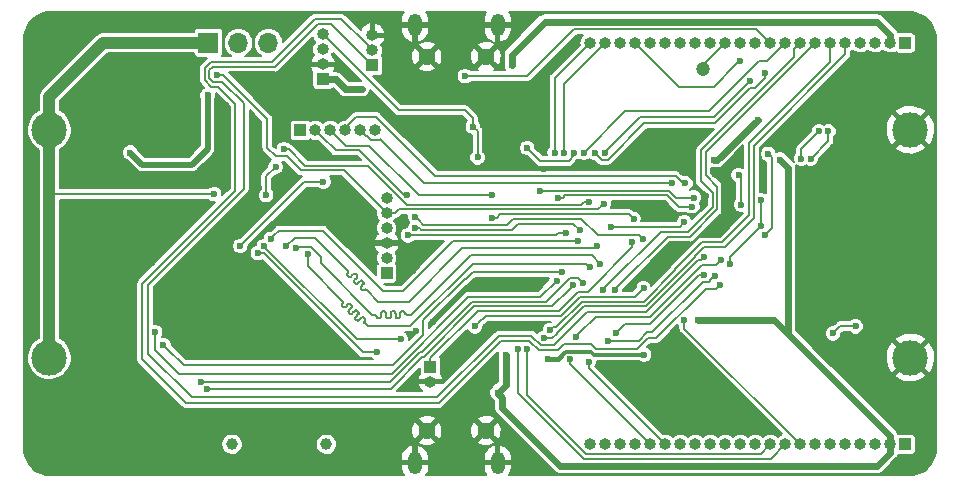
<source format=gbr>
G04 #@! TF.GenerationSoftware,KiCad,Pcbnew,5.99.0-unknown-df3fabf~86~ubuntu18.04.1*
G04 #@! TF.CreationDate,2019-10-30T18:29:11-04:00*
G04 #@! TF.ProjectId,node_base,6e6f6465-5f62-4617-9365-2e6b69636164,rev?*
G04 #@! TF.SameCoordinates,Original*
G04 #@! TF.FileFunction,Copper,L2,Bot*
G04 #@! TF.FilePolarity,Positive*
%FSLAX46Y46*%
G04 Gerber Fmt 4.6, Leading zero omitted, Abs format (unit mm)*
G04 Created by KiCad (PCBNEW 5.99.0-unknown-df3fabf~86~ubuntu18.04.1) date 2019-10-30 18:29:11*
%MOMM*%
%LPD*%
G04 APERTURE LIST*
%ADD10C,3.000000*%
%ADD11O,1.700000X1.700000*%
%ADD12R,1.700000X1.700000*%
%ADD13O,1.000000X1.000000*%
%ADD14R,1.000000X1.000000*%
%ADD15C,1.200000*%
%ADD16O,1.200000X1.900000*%
%ADD17C,1.450000*%
%ADD18C,1.000000*%
%ADD19C,0.600000*%
%ADD20C,0.200000*%
%ADD21C,0.400000*%
%ADD22C,0.300000*%
%ADD23C,0.600000*%
%ADD24C,1.000000*%
%ADD25C,0.500000*%
G04 APERTURE END LIST*
D10*
X156450000Y-80352000D03*
X156450000Y-99650000D03*
X83550000Y-99650000D03*
X83550000Y-80350000D03*
D11*
X102080000Y-73000000D03*
X99540000Y-73000000D03*
D12*
X97000000Y-73000000D03*
D13*
X106700000Y-72290000D03*
X106700000Y-73560000D03*
X106700000Y-74830000D03*
D14*
X106700000Y-76100000D03*
D15*
X138900000Y-75200000D03*
D16*
X121500000Y-108537500D03*
X114500000Y-108537500D03*
D17*
X120500000Y-105837500D03*
X115500000Y-105837500D03*
D13*
X110900000Y-72360000D03*
X110900000Y-73630000D03*
D14*
X110900000Y-74900000D03*
D13*
X111150000Y-80400000D03*
X109880000Y-80400000D03*
X108610000Y-80400000D03*
X107340000Y-80400000D03*
X106070000Y-80400000D03*
D14*
X104800000Y-80400000D03*
D13*
X112100000Y-86150000D03*
X112100000Y-87420000D03*
X112100000Y-88690000D03*
X112100000Y-89960000D03*
X112100000Y-91230000D03*
D14*
X112100000Y-92500000D03*
D18*
X107000000Y-107000000D03*
X99000000Y-107000000D03*
D13*
X129330000Y-107000000D03*
X130600000Y-107000000D03*
X131870000Y-107000000D03*
X133140000Y-107000000D03*
X134410000Y-107000000D03*
X135680000Y-107000000D03*
X136950000Y-107000000D03*
X138220000Y-107000000D03*
X139490000Y-107000000D03*
X140760000Y-107000000D03*
X142030000Y-107000000D03*
X143300000Y-107000000D03*
X144570000Y-107000000D03*
X145840000Y-107000000D03*
X147110000Y-107000000D03*
X148380000Y-107000000D03*
X149650000Y-107000000D03*
X150920000Y-107000000D03*
X152190000Y-107000000D03*
X153460000Y-107000000D03*
X154730000Y-107000000D03*
D14*
X156000000Y-107000000D03*
D13*
X129330000Y-73000000D03*
X130600000Y-73000000D03*
X131870000Y-73000000D03*
X133140000Y-73000000D03*
X134410000Y-73000000D03*
X135680000Y-73000000D03*
X136950000Y-73000000D03*
X138220000Y-73000000D03*
X139490000Y-73000000D03*
X140760000Y-73000000D03*
X142030000Y-73000000D03*
X143300000Y-73000000D03*
X144570000Y-73000000D03*
X145840000Y-73000000D03*
X147110000Y-73000000D03*
X148380000Y-73000000D03*
X149650000Y-73000000D03*
X150920000Y-73000000D03*
X152190000Y-73000000D03*
X153460000Y-73000000D03*
X154730000Y-73000000D03*
D14*
X156000000Y-73000000D03*
D16*
X114500000Y-71462500D03*
X121500000Y-71462500D03*
D17*
X115500000Y-74162500D03*
X120500000Y-74162500D03*
D13*
X115800000Y-101670000D03*
D14*
X115800000Y-100400000D03*
D19*
X127300000Y-89100000D03*
X106745694Y-84764308D03*
X102700000Y-83500000D03*
X114600000Y-97400000D03*
X101700000Y-90200000D03*
X102300000Y-89600000D03*
X104414224Y-90372416D03*
X130850000Y-98200000D03*
X131500000Y-97547396D03*
X127900000Y-93499979D03*
X126500021Y-93122126D03*
X120999999Y-85900001D03*
X121000000Y-87800000D03*
X154800000Y-82900000D03*
X136300000Y-104800000D03*
X87800000Y-71900000D03*
X107800000Y-99200000D03*
X97700000Y-98500000D03*
X142000000Y-74500000D03*
X121500000Y-83400000D03*
X113841116Y-85858584D03*
X114500000Y-87700000D03*
X114500000Y-88700000D03*
X113900000Y-89300000D03*
X125400000Y-83700000D03*
X129200000Y-86500009D03*
X136300000Y-84900010D03*
X124099979Y-77200000D03*
X125100000Y-85500000D03*
X139900000Y-84100000D03*
X139100000Y-86000000D03*
X141900000Y-84200000D03*
X142100033Y-82500000D03*
X139200000Y-89000000D03*
X137300000Y-88200000D03*
X137975723Y-86899990D03*
X143800021Y-86300000D03*
X143800010Y-88530264D03*
X122586962Y-93385802D03*
X126945326Y-92402820D03*
X128300000Y-89799990D03*
X105402862Y-90905553D03*
X101200000Y-90800000D03*
X113300000Y-98100000D03*
X111300000Y-99200000D03*
X103600000Y-90200000D03*
X125799999Y-99799999D03*
X129300000Y-92000000D03*
X128700000Y-93300000D03*
X130400000Y-93900000D03*
X131400000Y-93900000D03*
X114224272Y-101824272D03*
X129914886Y-90185114D03*
X130200000Y-91700000D03*
X137800000Y-100400000D03*
X133400000Y-100300000D03*
X147800000Y-79700000D03*
X149500013Y-80500000D03*
X148700000Y-80500000D03*
X121000000Y-101400000D03*
X134000000Y-86900000D03*
X139800021Y-82900000D03*
X118500000Y-83300000D03*
X114300000Y-92300000D03*
X120600002Y-97399998D03*
X119575734Y-97000000D03*
X151800000Y-97000000D03*
X149900000Y-97600000D03*
X142115405Y-86700000D03*
X118718750Y-75818750D03*
X119400000Y-80100000D03*
X133850000Y-93750000D03*
X144144265Y-75544265D03*
X124000000Y-81900000D03*
X126328332Y-82313204D03*
X127128292Y-82304078D03*
X128800000Y-82300000D03*
X127999995Y-82303422D03*
X129700000Y-82300000D03*
X142900000Y-76200000D03*
X144400000Y-82400000D03*
X137391294Y-84899988D03*
X130500000Y-86600032D03*
X140400000Y-91400000D03*
X147200000Y-82800000D03*
X148000000Y-82800000D03*
X144100000Y-89300000D03*
X119799990Y-82700000D03*
X131100000Y-88600000D03*
X126579255Y-86099990D03*
X125911834Y-97340094D03*
X139900000Y-92700000D03*
X140300000Y-93500000D03*
X137300000Y-96500000D03*
X96387845Y-101685414D03*
X96900000Y-102300000D03*
X133800000Y-89600000D03*
X132900000Y-89900001D03*
X128463014Y-88869211D03*
X110000000Y-76900000D03*
X122700000Y-74900000D03*
X121500000Y-102625020D03*
X138500000Y-96500000D03*
X145393750Y-82893750D03*
X130564140Y-82287316D03*
X138099990Y-86100000D03*
X143500000Y-79500000D03*
X133000000Y-87900000D03*
X124000000Y-98900000D03*
X125401097Y-97998850D03*
X123200000Y-98900000D03*
X122200000Y-99400000D03*
X128099681Y-97899990D03*
X133900000Y-99400000D03*
X143100000Y-104800000D03*
X138800000Y-104800000D03*
X129200000Y-100000000D03*
X127599978Y-99799982D03*
X122500000Y-96800000D03*
X113200000Y-79900000D03*
X120900000Y-79200000D03*
X138100000Y-80900000D03*
X152900000Y-101000000D03*
X154100000Y-76600000D03*
X90400000Y-82300000D03*
X98500000Y-79300000D03*
X98500000Y-78300000D03*
X96000000Y-79700000D03*
X95000000Y-82200000D03*
X97600000Y-82600000D03*
X96600000Y-83800000D03*
X95400000Y-84200000D03*
X101100000Y-83600000D03*
X93200010Y-98600000D03*
X92500000Y-97500000D03*
X97500000Y-85800000D03*
X97700000Y-75700000D03*
X92200000Y-91600000D03*
X96946017Y-77446017D03*
X101900000Y-85900000D03*
X103400000Y-82000000D03*
X101300000Y-85300000D03*
X90700000Y-96500000D03*
X138975728Y-92624272D03*
X141200000Y-91700000D03*
X139007122Y-91107122D03*
X133049262Y-93550738D03*
X116000000Y-96600000D03*
X99700000Y-90200000D03*
X88200000Y-106100000D03*
X96600000Y-90500000D03*
X104900000Y-74800000D03*
X87600000Y-90100000D03*
D20*
X126400000Y-89300000D02*
X126600000Y-89100000D01*
X113900000Y-89300000D02*
X126400000Y-89300000D01*
X126600000Y-89100000D02*
X127300000Y-89100000D01*
X105135692Y-84764308D02*
X106745694Y-84764308D01*
X99700000Y-90200000D02*
X105135692Y-84764308D01*
X101900000Y-84300000D02*
X102700000Y-83500000D01*
X101900000Y-85900000D02*
X101900000Y-84300000D01*
X113300000Y-98100000D02*
X109600000Y-98100000D01*
X101999999Y-90499999D02*
X101700000Y-90200000D01*
X109600000Y-98100000D02*
X101999999Y-90499999D01*
X101700000Y-90800000D02*
X110100000Y-99200000D01*
X101200000Y-90800000D02*
X101700000Y-90800000D01*
X110100000Y-99200000D02*
X111250000Y-99200000D01*
X111250000Y-99200000D02*
X111300000Y-99200000D01*
X103000000Y-88900000D02*
X102599999Y-89300001D01*
X102599999Y-89300001D02*
X102300000Y-89600000D01*
X106700000Y-88900000D02*
X103000000Y-88900000D01*
X111800000Y-94000000D02*
X106700000Y-88900000D01*
X113500000Y-94000000D02*
X111800000Y-94000000D01*
X128300000Y-89799990D02*
X117700010Y-89799990D01*
X117700010Y-89799990D02*
X113500000Y-94000000D01*
X112408884Y-101685414D02*
X114894310Y-99199988D01*
X115231401Y-99599999D02*
X119531389Y-95300011D01*
X119531389Y-95300011D02*
X126099968Y-95300011D01*
X126099968Y-95300011D02*
X127600001Y-93799978D01*
X114894310Y-99199988D02*
X115065712Y-99199988D01*
X112431400Y-102300000D02*
X115131401Y-99599999D01*
X96387845Y-101685414D02*
X112408884Y-101685414D01*
X128299977Y-92899977D02*
X128400001Y-93000001D01*
X127600001Y-93799978D02*
X127900000Y-93499979D01*
X125611975Y-94900000D02*
X127611998Y-92899977D01*
X127611998Y-92899977D02*
X128299977Y-92899977D01*
X128400001Y-93000001D02*
X128700000Y-93300000D01*
X119365700Y-94900000D02*
X125611975Y-94900000D01*
X115065712Y-99199988D02*
X119365700Y-94900000D01*
X115131401Y-99599999D02*
X115231401Y-99599999D01*
X96900000Y-102300000D02*
X112431400Y-102300000D01*
X108863501Y-95741485D02*
X108863502Y-95707897D01*
X110056428Y-96212032D02*
X110023681Y-96219506D01*
X108411516Y-95335781D02*
X108340805Y-95265070D01*
X108870975Y-95774233D02*
X108863501Y-95741485D01*
X110090017Y-96212032D02*
X110056428Y-96212032D01*
X108437778Y-95356723D02*
X108411516Y-95335781D01*
X108863502Y-95707897D02*
X108870975Y-95675149D01*
X110023681Y-96219506D02*
X109993418Y-96234080D01*
X108340805Y-95265070D02*
X108319862Y-95238809D01*
X109003466Y-95922411D02*
X108977204Y-95901469D01*
X108885550Y-95804497D02*
X108870975Y-95774233D01*
X109100064Y-95944458D02*
X109066476Y-95944459D01*
X108885550Y-95644887D02*
X108906493Y-95618626D01*
X109698500Y-96502673D02*
X109665752Y-96510146D01*
X108906493Y-95830758D02*
X108885550Y-95804497D01*
X109132812Y-95936985D02*
X109100064Y-95944458D01*
X109524329Y-95646345D02*
X109490740Y-95646345D01*
X108870975Y-95675149D02*
X108885550Y-95644887D01*
X109728762Y-96488098D02*
X109698500Y-96502673D01*
X108319862Y-95238809D02*
X108305287Y-95208545D01*
X108977204Y-95901469D02*
X108906493Y-95830758D01*
X109163074Y-95922410D02*
X109132812Y-95936985D01*
X109557077Y-95653819D02*
X109524329Y-95646345D01*
X109189336Y-95901469D02*
X109163074Y-95922410D01*
X109033728Y-95936984D02*
X109003466Y-95922411D01*
X109401469Y-95689336D02*
X109189336Y-95901469D01*
X109066476Y-95944459D02*
X109033728Y-95936984D01*
X109427730Y-95668393D02*
X109401469Y-95689336D01*
X109684312Y-95760047D02*
X109613601Y-95689336D01*
X109490740Y-95646345D02*
X109457993Y-95653819D01*
X110292990Y-96415006D02*
X110285516Y-96382259D01*
X108305287Y-95109461D02*
X108319862Y-95079199D01*
X109613601Y-95689336D02*
X109587340Y-95668393D01*
X109727302Y-95849319D02*
X109719828Y-95816572D01*
X108468040Y-95371296D02*
X108437778Y-95356723D01*
X109587340Y-95668393D02*
X109557077Y-95653819D01*
X109727302Y-95882908D02*
X109727302Y-95849319D01*
X108500788Y-95378771D02*
X108468040Y-95371296D01*
X109436663Y-96240837D02*
X109451238Y-96210575D01*
X109429190Y-96273585D02*
X109436663Y-96240837D01*
X109429189Y-96307173D02*
X109429190Y-96273585D01*
X109436663Y-96339921D02*
X109429189Y-96307173D01*
X109719828Y-95915655D02*
X109727302Y-95882908D01*
X110214483Y-96594392D02*
X110229057Y-96564129D01*
X109705254Y-95945918D02*
X109719828Y-95915655D01*
X110207009Y-96627139D02*
X110214483Y-96594392D01*
X109719828Y-95816572D02*
X109705254Y-95786309D01*
X109472181Y-96184314D02*
X109684312Y-95972179D01*
X110214483Y-96693475D02*
X110207009Y-96660728D01*
X109457993Y-95653819D02*
X109427730Y-95668393D01*
X109569154Y-96488099D02*
X109542892Y-96467157D01*
X110285516Y-96382259D02*
X110270942Y-96351996D01*
X108319862Y-95079199D02*
X108361747Y-95026676D01*
X110250000Y-96750000D02*
X110229057Y-96723738D01*
X110285516Y-96481342D02*
X110292990Y-96448595D01*
X108297813Y-95175797D02*
X108297814Y-95142209D01*
X129300000Y-92000000D02*
X128999999Y-91699999D01*
X109705254Y-95786309D02*
X109684312Y-95760047D01*
X109684312Y-95972179D02*
X109705254Y-95945918D01*
X110207009Y-96660728D02*
X110207009Y-96627139D01*
X125811997Y-91700001D02*
X119399999Y-91700001D01*
X109542892Y-96467157D02*
X109472181Y-96396446D01*
X110270942Y-96351996D02*
X110250000Y-96325734D01*
X110229057Y-96723738D02*
X110214483Y-96693475D01*
X109118624Y-95406491D02*
X109139566Y-95380230D01*
X110292990Y-96448595D02*
X110292990Y-96415006D01*
X108297814Y-95142209D02*
X108305287Y-95109461D01*
X109451238Y-96210575D02*
X109472181Y-96184314D01*
X108597386Y-95356722D02*
X108567124Y-95371297D01*
X110270942Y-96511605D02*
X110285516Y-96481342D01*
X108305287Y-95208545D02*
X108297813Y-95175797D01*
X108906493Y-95618626D02*
X109118624Y-95406491D01*
X110122765Y-96219506D02*
X110090017Y-96212032D01*
X128999999Y-91699999D02*
X125811999Y-91699999D01*
X110500000Y-97000000D02*
X110250000Y-96750000D01*
X110250000Y-96325734D02*
X110179289Y-96255023D01*
X109472181Y-96396446D02*
X109451238Y-96370185D01*
X109451238Y-96370185D02*
X109436663Y-96339921D01*
X110179289Y-96255023D02*
X110153028Y-96234080D01*
X109665752Y-96510146D02*
X109632164Y-96510147D01*
X110229057Y-96564129D02*
X110270942Y-96511605D01*
X119399999Y-91700001D02*
X114100000Y-97000000D01*
X114100000Y-97000000D02*
X110500000Y-97000000D01*
X110153028Y-96234080D02*
X110122765Y-96219506D01*
X125811999Y-91699999D02*
X125811997Y-91700001D01*
X109632164Y-96510147D02*
X109599416Y-96502672D01*
X109993418Y-96234080D02*
X109967157Y-96255023D01*
X109599416Y-96502672D02*
X109569154Y-96488099D01*
X109967157Y-96255023D02*
X109755024Y-96467157D01*
X109755024Y-96467157D02*
X109728762Y-96488098D01*
X109139566Y-95380230D02*
X109154140Y-95349967D01*
X109154140Y-95349967D02*
X109161614Y-95317220D01*
X109161614Y-95317220D02*
X109161614Y-95283631D01*
X109161614Y-95283631D02*
X109154140Y-95250884D01*
X109154140Y-95250884D02*
X109139566Y-95220621D01*
X109139566Y-95220621D02*
X109118624Y-95194359D01*
X109118624Y-95194359D02*
X109047913Y-95123648D01*
X109047913Y-95123648D02*
X109021652Y-95102705D01*
X109021652Y-95102705D02*
X108991389Y-95088131D01*
X108383795Y-94963666D02*
X108383794Y-94930076D01*
X108991389Y-95088131D02*
X108958641Y-95080657D01*
X108958641Y-95080657D02*
X108925052Y-95080657D01*
X108925052Y-95080657D02*
X108892305Y-95088131D01*
X108892305Y-95088131D02*
X108862042Y-95102705D01*
X108862042Y-95102705D02*
X108835781Y-95123648D01*
X108835781Y-95123648D02*
X108623648Y-95335781D01*
X108623648Y-95335781D02*
X108597386Y-95356722D01*
X108567124Y-95371297D02*
X108534376Y-95378770D01*
X108534376Y-95378770D02*
X108500788Y-95378771D01*
X108361747Y-95026676D02*
X108376320Y-94996412D01*
X108376320Y-94996412D02*
X108383795Y-94963666D01*
X108383794Y-94930076D02*
X108376321Y-94897330D01*
X108376321Y-94897330D02*
X108361746Y-94867066D01*
X108361746Y-94867066D02*
X108340804Y-94840804D01*
X108340804Y-94840804D02*
X105402862Y-91902862D01*
X105402862Y-91902862D02*
X105402862Y-91329817D01*
X105402862Y-91329817D02*
X105402862Y-90905553D01*
X108640000Y-81700000D02*
X110600000Y-81700000D01*
X114800001Y-85900001D02*
X120575735Y-85900001D01*
X120575735Y-85900001D02*
X120999999Y-85900001D01*
X110600000Y-81700000D02*
X114800001Y-85900001D01*
X107340000Y-80400000D02*
X108640000Y-81700000D01*
X128580611Y-87900022D02*
X122799978Y-87900022D01*
X133000000Y-87900000D02*
X132600011Y-87500011D01*
X122799978Y-87900022D02*
X122299999Y-88400001D01*
X122299999Y-88400001D02*
X115200001Y-88400001D01*
X129980590Y-89300001D02*
X128580611Y-87900022D01*
X114799999Y-87999999D02*
X114500000Y-87700000D01*
X133500001Y-89300001D02*
X129980590Y-89300001D01*
X115200001Y-88400001D02*
X114799999Y-87999999D01*
X121424264Y-87800000D02*
X121000000Y-87800000D01*
X121724253Y-87500011D02*
X121424264Y-87800000D01*
X133800000Y-89600000D02*
X133500001Y-89300001D01*
X132600011Y-87500011D02*
X121724253Y-87500011D01*
X132300000Y-78800000D02*
X139400000Y-78800000D01*
X128800000Y-82300000D02*
X132300000Y-78800000D01*
X139400000Y-78800000D02*
X143630000Y-74570000D01*
X143630000Y-74570000D02*
X144270000Y-74570000D01*
X144270000Y-74570000D02*
X145340001Y-73499999D01*
X145340001Y-73499999D02*
X145840000Y-73000000D01*
X136840000Y-76700000D02*
X139800000Y-76700000D01*
X139800000Y-76700000D02*
X141700001Y-74799999D01*
X133140000Y-73000000D02*
X136840000Y-76700000D01*
X141700001Y-74799999D02*
X142000000Y-74500000D01*
X113558284Y-85858584D02*
X109799710Y-82100010D01*
X113841116Y-85858584D02*
X113558284Y-85858584D01*
X107770010Y-82100010D02*
X106569999Y-80899999D01*
X109799710Y-82100010D02*
X107770010Y-82100010D01*
X106569999Y-80899999D02*
X106070000Y-80400000D01*
X123199967Y-88300033D02*
X122688011Y-88811989D01*
X127893836Y-88300033D02*
X123199967Y-88300033D01*
X115036253Y-88811989D02*
X114924264Y-88700000D01*
X122688011Y-88811989D02*
X115036253Y-88811989D01*
X114924264Y-88700000D02*
X114500000Y-88700000D01*
X128463014Y-88869211D02*
X127893836Y-88300033D01*
X125524276Y-85499988D02*
X125524264Y-85500000D01*
X111234002Y-79300000D02*
X109500000Y-79300000D01*
X113127106Y-87100000D02*
X128911989Y-87100000D01*
X128911989Y-87100000D02*
X128911999Y-87100010D01*
X128911999Y-87100010D02*
X130000022Y-87100010D01*
X130000022Y-87100010D02*
X130200001Y-86900031D01*
X108610000Y-80190000D02*
X108610000Y-80400000D01*
X110465997Y-80899999D02*
X110765999Y-81200001D01*
X111534001Y-81200001D02*
X111567001Y-81167001D01*
X111567001Y-81167001D02*
X115299988Y-84899988D01*
X137391294Y-84899988D02*
X137188002Y-84899988D01*
X112100000Y-87420000D02*
X112807106Y-87420000D01*
X115299988Y-84899988D02*
X136299978Y-84899988D01*
X136299978Y-84899988D02*
X136300000Y-84900010D01*
X138099990Y-86100000D02*
X136611986Y-86100000D01*
X125524264Y-85500000D02*
X125100000Y-85500000D01*
X136611986Y-86100000D02*
X136011974Y-85499988D01*
X126579255Y-86099990D02*
X127003519Y-86099990D01*
X116234002Y-84300000D02*
X111234002Y-79300000D01*
X137188002Y-84899988D02*
X136588014Y-84300000D01*
X136846276Y-86899990D02*
X137551459Y-86899990D01*
X110379999Y-80899999D02*
X110465997Y-80899999D01*
X135846285Y-85899999D02*
X136846276Y-86899990D01*
X110765999Y-81200001D02*
X111534001Y-81200001D01*
X136011974Y-85499988D02*
X125524276Y-85499988D01*
X136588014Y-84300000D02*
X116234002Y-84300000D01*
X137551459Y-86899990D02*
X137975723Y-86899990D01*
X130200001Y-86900031D02*
X130500000Y-86600032D01*
X127003519Y-86099990D02*
X127203510Y-85899999D01*
X109500000Y-79300000D02*
X108610000Y-80190000D01*
X127203510Y-85899999D02*
X135846285Y-85899999D01*
X112807106Y-87420000D02*
X113127106Y-87100000D01*
X109880000Y-80400000D02*
X110379999Y-80899999D01*
X139200000Y-89000000D02*
X140500023Y-87699977D01*
X134000000Y-86900000D02*
X134600000Y-87500000D01*
X140500023Y-84100010D02*
X141800034Y-82799999D01*
X140500023Y-87699977D02*
X140500023Y-84100010D01*
X134600000Y-87500000D02*
X138300000Y-87500000D01*
X141800034Y-82799999D02*
X142100033Y-82500000D01*
X139100000Y-86700000D02*
X139100000Y-86424264D01*
X138300000Y-87500000D02*
X139100000Y-86700000D01*
X139100000Y-86424264D02*
X139100000Y-86000000D01*
X142115405Y-86700000D02*
X142115405Y-84415405D01*
X142115405Y-84415405D02*
X141900000Y-84200000D01*
X136900000Y-88600000D02*
X137300000Y-88200000D01*
X131100000Y-88600000D02*
X136900000Y-88600000D01*
X143800010Y-88530264D02*
X143800010Y-86300011D01*
X143800010Y-86300011D02*
X143800021Y-86300000D01*
X144400000Y-82400000D02*
X144699999Y-82699999D01*
X144699999Y-88700001D02*
X144399999Y-89000001D01*
X144399999Y-89000001D02*
X144100000Y-89300000D01*
X144699999Y-82699999D02*
X144699999Y-88700001D01*
X120475690Y-96100044D02*
X119875733Y-96700001D01*
X126479276Y-97040095D02*
X126211833Y-97040095D01*
X128619338Y-94900033D02*
X126479276Y-97040095D01*
X119875733Y-96700001D02*
X119575734Y-97000000D01*
X126687938Y-95700033D02*
X128287960Y-94100011D01*
X133099978Y-94500022D02*
X128453649Y-94500022D01*
X128453649Y-94500022D02*
X126853627Y-96100044D01*
X126211833Y-97040095D02*
X125911834Y-97340094D01*
X128287960Y-94100011D02*
X129124254Y-94100011D01*
X129124254Y-94100011D02*
X132900000Y-90324265D01*
X119799967Y-95700033D02*
X126687938Y-95700033D01*
X115800000Y-100400000D02*
X115800000Y-99700000D01*
X126853627Y-96100044D02*
X120475690Y-96100044D01*
X133865667Y-94900033D02*
X128619338Y-94900033D01*
X136532850Y-92232850D02*
X133865667Y-94900033D01*
X133850000Y-93750000D02*
X133099978Y-94500022D01*
X132900000Y-90324265D02*
X132900000Y-89900001D01*
X115800000Y-99700000D02*
X119799967Y-95700033D01*
X112846603Y-95834367D02*
X112850000Y-95864515D01*
X112836582Y-95805731D02*
X112846603Y-95834367D01*
X112714515Y-95729030D02*
X112744663Y-95732427D01*
X111679558Y-95780042D02*
X111701011Y-95758589D01*
X112453396Y-95834367D02*
X112463417Y-95805731D01*
X113573299Y-95742448D02*
X113598988Y-95758589D01*
X113646603Y-95834367D02*
X113653396Y-95894664D01*
X112744663Y-95732427D02*
X112773299Y-95742448D01*
X112436582Y-96194269D02*
X112446603Y-96165633D01*
X112450000Y-95864515D02*
X112453396Y-95834367D01*
X113544663Y-95732427D02*
X113573299Y-95742448D01*
X112420441Y-96219958D02*
X112436582Y-96194269D01*
X112773299Y-95742448D02*
X112798988Y-95758589D01*
X112555336Y-95732427D02*
X112585485Y-95729030D01*
X113636582Y-95805731D02*
X113646603Y-95834367D01*
X112501011Y-95758589D02*
X112526700Y-95742448D01*
X111584473Y-96241411D02*
X111605926Y-96219958D01*
X113326700Y-95742448D02*
X113355336Y-95732427D01*
X112398988Y-96241411D02*
X112420441Y-96219958D01*
X111238881Y-96165633D02*
X111248902Y-96194269D01*
X112344663Y-96267573D02*
X112373299Y-96257552D01*
X112526700Y-95742448D02*
X112555336Y-95732427D01*
X112479558Y-95780042D02*
X112501011Y-95758589D01*
X112314515Y-96270970D02*
X112344663Y-96267573D01*
X113620441Y-95780042D02*
X113636582Y-95805731D01*
X112798988Y-95758589D02*
X112820441Y-95780042D01*
X112450000Y-96135485D02*
X112450000Y-95864515D01*
X112101011Y-96241411D02*
X112126700Y-96257552D01*
X112446603Y-96165633D02*
X112450000Y-96135485D01*
X112079558Y-96219958D02*
X112101011Y-96241411D01*
X112050000Y-96135485D02*
X112053396Y-96165633D01*
X113726700Y-95986583D02*
X113755336Y-95996604D01*
X112046603Y-95834367D02*
X112050000Y-95864515D01*
X112036582Y-95805731D02*
X112046603Y-95834367D01*
X111998988Y-95758589D02*
X112020441Y-95780042D01*
X112463417Y-95805731D02*
X112479558Y-95780042D01*
X111944663Y-95732427D02*
X111973299Y-95742448D01*
X111914515Y-95729030D02*
X111944663Y-95732427D01*
X112926700Y-96257552D02*
X112955336Y-96267573D01*
X112850000Y-95864515D02*
X112850000Y-96135485D01*
X111785485Y-95729030D02*
X111914515Y-95729030D01*
X112901011Y-96241411D02*
X112926700Y-96257552D01*
X111755336Y-95732427D02*
X111785485Y-95729030D01*
X112050000Y-95864515D02*
X112050000Y-96135485D01*
X111248902Y-96194269D02*
X111265043Y-96219958D01*
X112020441Y-95780042D02*
X112036582Y-95805731D01*
X112373299Y-96257552D02*
X112398988Y-96241411D01*
X106500000Y-91600000D02*
X110900000Y-96000000D01*
X111222067Y-96076700D02*
X111232088Y-96105336D01*
X104486640Y-90300000D02*
X105685311Y-90300000D01*
X114200000Y-96000000D02*
X119200000Y-91000000D01*
X111650000Y-96000000D02*
X111650000Y-95864515D01*
X111130148Y-96003396D02*
X111158784Y-96013417D01*
X111232088Y-96105336D02*
X111238881Y-96165633D01*
X111650000Y-95864515D02*
X111653396Y-95834367D01*
X111265043Y-96219958D02*
X111286496Y-96241411D01*
X111632088Y-96165633D02*
X111635485Y-96135485D01*
X111530148Y-96267573D02*
X111558784Y-96257552D01*
X111635485Y-96000000D02*
X111650000Y-96000000D01*
X111340821Y-96267573D02*
X111370970Y-96270970D01*
X111184473Y-96029558D02*
X111205926Y-96051011D01*
X111653396Y-95834367D02*
X111663417Y-95805731D01*
X106500000Y-91114689D02*
X106500000Y-91600000D01*
X111701011Y-95758589D02*
X111726700Y-95742448D01*
X112155336Y-96267573D02*
X112185485Y-96270970D01*
X104414224Y-90372416D02*
X104486640Y-90300000D01*
X105685311Y-90300000D02*
X106500000Y-91114689D01*
X113173299Y-96257552D02*
X113198988Y-96241411D01*
X113246603Y-96165633D02*
X113250000Y-96135485D01*
X111558784Y-96257552D02*
X111584473Y-96241411D01*
X111286496Y-96241411D02*
X111312185Y-96257552D01*
X111635485Y-96135485D02*
X111635485Y-96000000D01*
X112585485Y-95729030D02*
X112714515Y-95729030D01*
X111663417Y-95805731D02*
X111679558Y-95780042D01*
X111312185Y-96257552D02*
X111340821Y-96267573D01*
X111500000Y-96270970D02*
X111530148Y-96267573D01*
X111158784Y-96013417D02*
X111184473Y-96029558D01*
X111370970Y-96270970D02*
X111500000Y-96270970D01*
X112820441Y-95780042D02*
X112836582Y-95805731D01*
X112126700Y-96257552D02*
X112155336Y-96267573D01*
X111622067Y-96194269D02*
X111632088Y-96165633D01*
X111605926Y-96219958D02*
X111622067Y-96194269D01*
X111205926Y-96051011D02*
X111222067Y-96076700D01*
X111973299Y-95742448D02*
X111998988Y-95758589D01*
X113755336Y-95996604D02*
X113785485Y-96000000D01*
X111100000Y-96000000D02*
X111130148Y-96003396D01*
X110900000Y-96000000D02*
X111100000Y-96000000D01*
X112185485Y-96270970D02*
X112314515Y-96270970D01*
X112053396Y-96165633D02*
X112063417Y-96194269D01*
X112063417Y-96194269D02*
X112079558Y-96219958D01*
X111726700Y-95742448D02*
X111755336Y-95732427D01*
X112850000Y-96135485D02*
X112853396Y-96165633D01*
X113385485Y-95729030D02*
X113514515Y-95729030D01*
X112853396Y-96165633D02*
X112863417Y-96194269D01*
X113514515Y-95729030D02*
X113544663Y-95732427D01*
X112863417Y-96194269D02*
X112879558Y-96219958D01*
X112879558Y-96219958D02*
X112901011Y-96241411D01*
X112955336Y-96267573D02*
X112985485Y-96270970D01*
X112985485Y-96270970D02*
X113114515Y-96270970D01*
X113114515Y-96270970D02*
X113144663Y-96267573D01*
X113198988Y-96241411D02*
X113220441Y-96219958D01*
X113144663Y-96267573D02*
X113173299Y-96257552D01*
X113220441Y-96219958D02*
X113236582Y-96194269D01*
X113236582Y-96194269D02*
X113246603Y-96165633D01*
X113250000Y-96135485D02*
X113250000Y-95864515D01*
X113250000Y-95864515D02*
X113253396Y-95834367D01*
X113253396Y-95834367D02*
X113263417Y-95805731D01*
X113263417Y-95805731D02*
X113279558Y-95780042D01*
X113279558Y-95780042D02*
X113301011Y-95758589D01*
X113301011Y-95758589D02*
X113326700Y-95742448D01*
X113355336Y-95732427D02*
X113385485Y-95729030D01*
X113598988Y-95758589D02*
X113620441Y-95780042D01*
X113653396Y-95894664D02*
X113663417Y-95923300D01*
X113663417Y-95923300D02*
X113679558Y-95948989D01*
X113679558Y-95948989D02*
X113701011Y-95970442D01*
X113701011Y-95970442D02*
X113726700Y-95986583D01*
X113785485Y-96000000D02*
X114200000Y-96000000D01*
X119200000Y-91000000D02*
X129500000Y-91000000D01*
X129500000Y-91000000D02*
X130200000Y-91700000D01*
X109878268Y-93135880D02*
X109906554Y-93122258D01*
X108799999Y-92696537D02*
X108884573Y-92781111D01*
X114000000Y-94900000D02*
X118500000Y-90400000D01*
X109630910Y-93373299D02*
X109655455Y-93353725D01*
X109602625Y-93386920D02*
X109630910Y-93373299D01*
X109402872Y-92549589D02*
X109433480Y-92556576D01*
X109540624Y-93393906D02*
X109572018Y-93393906D01*
X109461764Y-92570197D02*
X109486310Y-92589772D01*
X109481732Y-93373299D02*
X109510017Y-93386920D01*
X109510017Y-93386920D02*
X109540624Y-93393906D01*
X109457187Y-93353725D02*
X109481732Y-93373299D01*
X109898113Y-93720002D02*
X109898113Y-93751396D01*
X109372613Y-93269151D02*
X109457187Y-93353725D01*
X109938295Y-93834833D02*
X110022869Y-93919407D01*
X109353039Y-93244606D02*
X109372613Y-93269151D01*
X109853724Y-93155455D02*
X109878268Y-93135880D01*
X109433480Y-92556576D02*
X109461764Y-92570197D01*
X109339417Y-93216321D02*
X109353039Y-93244606D01*
X109332431Y-93185714D02*
X109339417Y-93216321D01*
X109572018Y-93393906D02*
X109602625Y-93386920D01*
X109332431Y-93154320D02*
X109332431Y-93185714D01*
X109590457Y-92848068D02*
X109570884Y-92872614D01*
X108999404Y-92821292D02*
X109030011Y-92814306D01*
X109968554Y-93115271D02*
X109999162Y-93122258D01*
X109339417Y-93123713D02*
X109332431Y-93154320D01*
X109353039Y-93095427D02*
X109339417Y-93123713D01*
X110137700Y-93959588D02*
X110168307Y-93952602D01*
X109372613Y-93070882D02*
X109353039Y-93095427D01*
X110106306Y-93959588D02*
X110137700Y-93959588D01*
X109604078Y-92819783D02*
X109590457Y-92848068D01*
X109611065Y-92789177D02*
X109604078Y-92819783D01*
X109611065Y-92757783D02*
X109611065Y-92789177D01*
X109340872Y-92556576D02*
X109371478Y-92549589D01*
X109655455Y-93353725D02*
X109853724Y-93155455D01*
X109604078Y-92727175D02*
X109611065Y-92757783D01*
X109486310Y-92589772D02*
X109570884Y-92674346D01*
X108819573Y-92324544D02*
X108833195Y-92352830D01*
X109371478Y-92549589D02*
X109402872Y-92549589D01*
X109312586Y-92570198D02*
X109340872Y-92556576D01*
X110136566Y-93240028D02*
X110156139Y-93264572D01*
X109181975Y-92681976D02*
X109188907Y-92688907D01*
X109058296Y-92800685D02*
X109082841Y-92781110D01*
X109898113Y-93751396D02*
X109905099Y-93782003D01*
X109288042Y-92589773D02*
X109312586Y-92570198D01*
X110051992Y-93155454D02*
X110136566Y-93240028D01*
X129700000Y-90400000D02*
X129914886Y-90185114D01*
X109188907Y-92688907D02*
X109288042Y-92589773D01*
X108780425Y-92522813D02*
X108766803Y-92551098D01*
X109082841Y-92781110D02*
X109181975Y-92681976D01*
X103600000Y-90200000D02*
X104300000Y-89500000D01*
X109999162Y-93122258D02*
X110027446Y-93135879D01*
X110394861Y-93899832D02*
X110419406Y-93919406D01*
X109570884Y-92872614D02*
X109372613Y-93070882D01*
X108759818Y-92581705D02*
X108759818Y-92613100D01*
X108884573Y-92781111D02*
X108909118Y-92800685D01*
X108909118Y-92800685D02*
X108937403Y-92814306D01*
X109906554Y-93122258D02*
X109937160Y-93115271D01*
X118500000Y-90400000D02*
X129700000Y-90400000D01*
X106000000Y-89500000D02*
X108800000Y-92300000D01*
X109918721Y-93661109D02*
X109905099Y-93689395D01*
X109937160Y-93115271D02*
X109968554Y-93115271D01*
X108819573Y-92473723D02*
X108780425Y-92522813D01*
X108833195Y-92352830D02*
X108840181Y-92383437D01*
X108840181Y-92383437D02*
X108840181Y-92414831D01*
X110335969Y-93879225D02*
X110366576Y-93886210D01*
X104300000Y-89500000D02*
X106000000Y-89500000D01*
X108759818Y-92613100D02*
X108766803Y-92643707D01*
X109590457Y-92698890D02*
X109604078Y-92727175D01*
X109570884Y-92674346D02*
X109590457Y-92698890D01*
X108833195Y-92445438D02*
X108819573Y-92473723D01*
X108766803Y-92551098D02*
X108759818Y-92581705D01*
X108780425Y-92671992D02*
X108799999Y-92696537D01*
X109030011Y-92814306D02*
X109058296Y-92800685D01*
X108937403Y-92814306D02*
X108968010Y-92821292D01*
X108968010Y-92821292D02*
X108999404Y-92821292D01*
X110136566Y-93438296D02*
X109938295Y-93636564D01*
X108800000Y-92300000D02*
X108819573Y-92324544D01*
X108840181Y-92414831D02*
X108833195Y-92445438D01*
X109905099Y-93689395D02*
X109898113Y-93720002D01*
X108766803Y-92643707D02*
X108780425Y-92671992D01*
X110027446Y-93135879D02*
X110051992Y-93155454D01*
X110156139Y-93264572D02*
X110169760Y-93292857D01*
X110169760Y-93292857D02*
X110176747Y-93323465D01*
X110176747Y-93323465D02*
X110176747Y-93354859D01*
X110176747Y-93354859D02*
X110169760Y-93385465D01*
X110169760Y-93385465D02*
X110156139Y-93413750D01*
X110156139Y-93413750D02*
X110136566Y-93438296D01*
X109938295Y-93636564D02*
X109918721Y-93661109D01*
X109905099Y-93782003D02*
X109918721Y-93810288D01*
X109918721Y-93810288D02*
X109938295Y-93834833D01*
X110022869Y-93919407D02*
X110047414Y-93938981D01*
X110419406Y-93919406D02*
X111400000Y-94900000D01*
X110047414Y-93938981D02*
X110075699Y-93952602D01*
X110075699Y-93952602D02*
X110106306Y-93959588D01*
X110168307Y-93952602D02*
X110196592Y-93938981D01*
X110196592Y-93938981D02*
X110245682Y-93899832D01*
X110245682Y-93899832D02*
X110273967Y-93886210D01*
X110273967Y-93886210D02*
X110304574Y-93879225D01*
X110304574Y-93879225D02*
X110335969Y-93879225D01*
X110366576Y-93886210D02*
X110394861Y-93899832D01*
X111400000Y-94900000D02*
X114000000Y-94900000D01*
D21*
X126899994Y-99500001D02*
X126599996Y-99799999D01*
X126599996Y-99799999D02*
X125799999Y-99799999D01*
D22*
X129411985Y-99149981D02*
X127250014Y-99149981D01*
X127250014Y-99149981D02*
X126899994Y-99500001D01*
X129662004Y-99400000D02*
X129411985Y-99149981D01*
X133900000Y-99400000D02*
X129662004Y-99400000D01*
D20*
X148000000Y-82800000D02*
X149500013Y-81299987D01*
X149500013Y-81299987D02*
X149500013Y-80500000D01*
X147200000Y-82000000D02*
X148700000Y-80500000D01*
X147200000Y-82800000D02*
X147200000Y-82000000D01*
D23*
X140100000Y-82900000D02*
X139800021Y-82900000D01*
X143500000Y-79500000D02*
X140100000Y-82900000D01*
D20*
X121200000Y-96800000D02*
X120600002Y-97399998D01*
X122500000Y-96800000D02*
X121200000Y-96800000D01*
X151800000Y-97000000D02*
X150500000Y-97000000D01*
X150500000Y-97000000D02*
X149900000Y-97600000D01*
X118700000Y-78700000D02*
X119400000Y-79400000D01*
X106700000Y-72290000D02*
X113110000Y-78700000D01*
X119400000Y-79400000D02*
X119400000Y-80100000D01*
X113110000Y-78700000D02*
X118700000Y-78700000D01*
X129330000Y-73000000D02*
X126328332Y-76001668D01*
X126328332Y-76001668D02*
X126328332Y-81888940D01*
X126328332Y-81888940D02*
X126328332Y-82313204D01*
X127100000Y-82332370D02*
X127128292Y-82304078D01*
X130600000Y-73000000D02*
X127100000Y-76500000D01*
X127100000Y-76500000D02*
X127100000Y-82332370D01*
X136532850Y-92232850D02*
X136465699Y-92300000D01*
X127999995Y-82500005D02*
X127999995Y-82303422D01*
X127500000Y-83000000D02*
X127999995Y-82500005D01*
X124000000Y-81900000D02*
X125100000Y-83000000D01*
X125100000Y-83000000D02*
X127500000Y-83000000D01*
X119400000Y-80100000D02*
X119799990Y-80499990D01*
X119799990Y-80499990D02*
X119799990Y-82700000D01*
X147110000Y-107000000D02*
X137300000Y-97190000D01*
X137300000Y-97190000D02*
X137300000Y-96500000D01*
D23*
X107800000Y-76100000D02*
X108600000Y-76900000D01*
X106700000Y-76100000D02*
X107800000Y-76100000D01*
X108600000Y-76900000D02*
X110000000Y-76900000D01*
X153637097Y-71199991D02*
X125500009Y-71199991D01*
X154730000Y-73000000D02*
X154730000Y-72292894D01*
X154730000Y-72292894D02*
X153637097Y-71199991D01*
X125500009Y-71199991D02*
X122700000Y-74000000D01*
D20*
X128000000Y-71800000D02*
X123981250Y-75818750D01*
X144570000Y-73000000D02*
X143370000Y-71800000D01*
X123981250Y-75818750D02*
X118718750Y-75818750D01*
X143370000Y-71800000D02*
X128000000Y-71800000D01*
D23*
X122700000Y-74000000D02*
X122700000Y-74900000D01*
X144937106Y-96500000D02*
X138500000Y-96500000D01*
X154730000Y-107000000D02*
X154730000Y-106292894D01*
X154730000Y-106292894D02*
X146068553Y-97631447D01*
X146068553Y-83568553D02*
X145393750Y-82893750D01*
X146068553Y-97631447D02*
X144937106Y-96500000D01*
X146068553Y-97631447D02*
X146068553Y-83568553D01*
D20*
X129999999Y-82599999D02*
X129700000Y-82300000D01*
X130300000Y-82900000D02*
X129999999Y-82599999D01*
X139888530Y-79800000D02*
X133900000Y-79800000D01*
X142888529Y-76800001D02*
X139888530Y-79800000D01*
X133900000Y-79800000D02*
X130800000Y-82900000D01*
X143312793Y-76800001D02*
X142888529Y-76800001D01*
X144144265Y-75968529D02*
X143312793Y-76800001D01*
X144144265Y-75544265D02*
X144144265Y-75968529D01*
X133551456Y-79300000D02*
X130864139Y-81987317D01*
X130864139Y-81987317D02*
X130564140Y-82287316D01*
X139800000Y-79300000D02*
X133551456Y-79300000D01*
X142900000Y-76200000D02*
X139800000Y-79300000D01*
X130800000Y-82900000D02*
X130300000Y-82900000D01*
D23*
X144098245Y-108800000D02*
X153637106Y-108800000D01*
X144098222Y-108800023D02*
X144098245Y-108800000D01*
X128531778Y-108800023D02*
X144098222Y-108800023D01*
X154730000Y-107707106D02*
X154730000Y-107000000D01*
X128531755Y-108800000D02*
X128531778Y-108800023D01*
X121500000Y-102625020D02*
X121899999Y-103025019D01*
X153637106Y-108800000D02*
X154730000Y-107707106D01*
X121899999Y-103025019D02*
X121899999Y-103899999D01*
X121899999Y-103899999D02*
X126800000Y-108800000D01*
X126800000Y-108800000D02*
X128531755Y-108800000D01*
D20*
X124000000Y-102854002D02*
X124000000Y-99324264D01*
X124000000Y-99324264D02*
X124000000Y-98900000D01*
X128945999Y-107800001D02*
X124000000Y-102854002D01*
X143769999Y-107800001D02*
X128945999Y-107800001D01*
X144570000Y-107000000D02*
X143769999Y-107800001D01*
X145840000Y-107000000D02*
X144640011Y-108199989D01*
X143849713Y-108199989D02*
X143849690Y-108200012D01*
X144640011Y-108199989D02*
X143849713Y-108199989D01*
X143849690Y-108200012D02*
X128780310Y-108200012D01*
X123200000Y-99324264D02*
X123200000Y-98900000D01*
X123200000Y-102619702D02*
X123200000Y-99324264D01*
X128780310Y-108200012D02*
X123200000Y-102619702D01*
D23*
X122200000Y-101925020D02*
X121500000Y-102625020D01*
X122200000Y-99400000D02*
X122200000Y-101925020D01*
D20*
X138800000Y-91800000D02*
X134400001Y-96199999D01*
X129799672Y-96199999D02*
X128399680Y-97599991D01*
X140000000Y-91800000D02*
X138800000Y-91800000D01*
X140400000Y-91400000D02*
X140000000Y-91800000D01*
X128399680Y-97599991D02*
X128099681Y-97899990D01*
X134400001Y-96199999D02*
X129799672Y-96199999D01*
D23*
X143100000Y-104800000D02*
X138800000Y-104800000D01*
D20*
X127599978Y-100189978D02*
X127599978Y-99799982D01*
X134410000Y-107000000D02*
X127599978Y-100189978D01*
X135680000Y-107000000D02*
X129200000Y-100520000D01*
X129200000Y-100520000D02*
X129200000Y-100000000D01*
X125122147Y-94500000D02*
X119028598Y-94500000D01*
X112528598Y-101000000D02*
X94511998Y-101000000D01*
X126500021Y-93122126D02*
X125122147Y-94500000D01*
X119028598Y-94500000D02*
X112528598Y-101000000D01*
X92500000Y-97924264D02*
X92500000Y-97500000D01*
X92500000Y-98988002D02*
X92500000Y-97924264D01*
X94511998Y-101000000D02*
X92500000Y-98988002D01*
D24*
X83550000Y-80350000D02*
X83550000Y-99650000D01*
D20*
X97500000Y-85800000D02*
X83700000Y-85800000D01*
D24*
X83550000Y-77550000D02*
X83550000Y-80350000D01*
X97000000Y-73000000D02*
X88100000Y-73000000D01*
X88100000Y-73000000D02*
X83550000Y-77550000D01*
D25*
X95600000Y-83300000D02*
X96946017Y-81953983D01*
X91400000Y-83300000D02*
X95600000Y-83300000D01*
X96946017Y-77870281D02*
X96946017Y-77446017D01*
X90400000Y-82300000D02*
X91400000Y-83300000D01*
X96946017Y-81953983D02*
X96946017Y-77870281D01*
D20*
X129200000Y-86500009D02*
X128775736Y-86500009D01*
X110534002Y-83400000D02*
X105224264Y-83400000D01*
X103634302Y-82600001D02*
X102700001Y-82600001D01*
X102000000Y-81900000D02*
X102000000Y-79475736D01*
X102700001Y-82600001D02*
X102000000Y-81900000D01*
X102000000Y-79475736D02*
X98224264Y-75700000D01*
X98224264Y-75700000D02*
X98124264Y-75700000D01*
X98124264Y-75700000D02*
X97700000Y-75700000D01*
X104834311Y-83800010D02*
X103634302Y-82600001D01*
X108480010Y-83800010D02*
X104834311Y-83800010D01*
X112100000Y-87420000D02*
X108480010Y-83800010D01*
X113834002Y-86700000D02*
X110534002Y-83400000D01*
X103824264Y-82000000D02*
X103400000Y-82000000D01*
X128575745Y-86700000D02*
X113834002Y-86700000D01*
X128775736Y-86500009D02*
X128575745Y-86700000D01*
X105224264Y-83400000D02*
X103824264Y-82000000D01*
X110400001Y-73130001D02*
X110900000Y-73630000D01*
X106035000Y-70965000D02*
X108235000Y-70965000D01*
X102400013Y-74599987D02*
X106035000Y-70965000D01*
X96699987Y-76153691D02*
X96699987Y-75146309D01*
X97246309Y-76700013D02*
X96699987Y-76153691D01*
X97788015Y-76700013D02*
X97246309Y-76700013D01*
X99300000Y-78211998D02*
X97788015Y-76700013D01*
X99300000Y-85500000D02*
X99300000Y-78211998D01*
X134900000Y-98000000D02*
X134200000Y-98000000D01*
X134200000Y-98000000D02*
X133300000Y-98900000D01*
X124988004Y-99000000D02*
X124188003Y-98199999D01*
X96699987Y-75146309D02*
X97246309Y-74599987D01*
X121800001Y-98199999D02*
X116499999Y-103500001D01*
X139100001Y-93799999D02*
X134900000Y-98000000D01*
X129398415Y-98500000D02*
X127100000Y-98500000D01*
X95111999Y-103500001D02*
X91400000Y-99788002D01*
X140300000Y-93500000D02*
X140000001Y-93799999D01*
X124188003Y-98199999D02*
X121800001Y-98199999D01*
X108235000Y-70965000D02*
X110400001Y-73130001D01*
X133300000Y-98900000D02*
X129798415Y-98900000D01*
X140000001Y-93799999D02*
X139100001Y-93799999D01*
X97246309Y-74599987D02*
X102400013Y-74599987D01*
X91400000Y-99788002D02*
X91400000Y-93400000D01*
X91400000Y-93400000D02*
X99300000Y-85500000D01*
X129798415Y-98900000D02*
X129398415Y-98500000D01*
X127100000Y-98500000D02*
X126600000Y-99000000D01*
X126600000Y-99000000D02*
X124988004Y-99000000D01*
X116499999Y-103500001D02*
X95111999Y-103500001D01*
X143200011Y-81699989D02*
X143200011Y-87800000D01*
X150920000Y-73000000D02*
X150920000Y-73980000D01*
X150920000Y-73980000D02*
X143200011Y-81699989D01*
X130850000Y-98200000D02*
X133434302Y-98200000D01*
X134600000Y-97500000D02*
X138875727Y-93224273D01*
X133434302Y-98200000D02*
X134134302Y-97500000D01*
X138875727Y-93224273D02*
X139375727Y-93224273D01*
X139600001Y-92999999D02*
X139900000Y-92700000D01*
X139375727Y-93224273D02*
X139600001Y-92999999D01*
X134134302Y-97500000D02*
X134600000Y-97500000D01*
X131500000Y-97547396D02*
X132247396Y-96800000D01*
X138551464Y-92624272D02*
X138975728Y-92624272D01*
X132247396Y-96800000D02*
X134375736Y-96800000D01*
X134375736Y-96800000D02*
X138551464Y-92624272D01*
X141200000Y-91130274D02*
X143800010Y-88530264D01*
X141200000Y-91700000D02*
X141200000Y-91130274D01*
X130699999Y-93600001D02*
X130400000Y-93900000D01*
X139700002Y-86899998D02*
X137600000Y-89000000D01*
X146610001Y-73499999D02*
X146610001Y-74189999D01*
X147110000Y-73000000D02*
X146610001Y-73499999D01*
X137600000Y-89000000D02*
X135300000Y-89000000D01*
X146610001Y-74189999D02*
X138700000Y-82100000D01*
X138700000Y-84711996D02*
X139700002Y-85711998D01*
X135300000Y-89000000D02*
X130699999Y-93600001D01*
X138700000Y-82100000D02*
X138700000Y-84711996D01*
X139700002Y-85711998D02*
X139700002Y-86899998D01*
X131699999Y-93600001D02*
X131400000Y-93900000D01*
X148380000Y-73000000D02*
X139100011Y-82279989D01*
X139100011Y-82279989D02*
X139100011Y-84200011D01*
X140100013Y-87099987D02*
X137800000Y-89400000D01*
X135900000Y-89400000D02*
X131699999Y-93600001D01*
X139100011Y-84200011D02*
X140100013Y-85200013D01*
X140100013Y-85200013D02*
X140100013Y-87099987D01*
X137800000Y-89400000D02*
X135900000Y-89400000D01*
X138800013Y-89899987D02*
X136532850Y-92167150D01*
X149650000Y-74650000D02*
X142800000Y-81500000D01*
X126234300Y-98600000D02*
X129034311Y-95799989D01*
X142800000Y-87600000D02*
X140500013Y-89899987D01*
X138199998Y-91065702D02*
X138965704Y-90299996D01*
X138965704Y-90299996D02*
X140747103Y-90299996D01*
X121600012Y-97799988D02*
X124353692Y-97799988D01*
X98200002Y-76300002D02*
X100000000Y-78100000D01*
X100000000Y-78100000D02*
X100000000Y-85388002D01*
X149650000Y-73000000D02*
X149650000Y-74650000D01*
X100000000Y-85388002D02*
X91900000Y-93488002D01*
X91900000Y-99300000D02*
X95600000Y-103000000D01*
X95600000Y-103000000D02*
X116400000Y-103000000D01*
X116400000Y-103000000D02*
X121600012Y-97799988D01*
X134100011Y-95799989D02*
X138492879Y-91407121D01*
X107400000Y-71400000D02*
X106252999Y-71400000D01*
X124353692Y-97799988D02*
X125153704Y-98600000D01*
X136532850Y-92167150D02*
X136532850Y-92232850D01*
X125153704Y-98600000D02*
X126234300Y-98600000D01*
X97099998Y-75311998D02*
X97099998Y-75988002D01*
X102653001Y-74999998D02*
X97411998Y-74999998D01*
X140500013Y-89899987D02*
X138800013Y-89899987D01*
X126511835Y-97628095D02*
X126511835Y-97588165D01*
X138707123Y-91407121D02*
X139007122Y-91107122D01*
X138492879Y-91407121D02*
X138707123Y-91407121D01*
X97411998Y-76300002D02*
X98200002Y-76300002D01*
X129034311Y-95799989D02*
X134100011Y-95799989D01*
X97099998Y-75988002D02*
X97411998Y-76300002D01*
X97411998Y-74999998D02*
X97099998Y-75311998D01*
X110900000Y-74900000D02*
X107400000Y-71400000D01*
X138199998Y-91131402D02*
X138199998Y-91065702D01*
X106252999Y-71400000D02*
X102653001Y-74999998D01*
X134031354Y-95300044D02*
X138199998Y-91131402D01*
X128799956Y-95300044D02*
X134031354Y-95300044D01*
X126511835Y-97588165D02*
X128799956Y-95300044D01*
X142800000Y-81500000D02*
X142800000Y-87600000D01*
X140747103Y-90299996D02*
X143200011Y-87847088D01*
X126141080Y-97998850D02*
X126511835Y-97628095D01*
X91900000Y-93488002D02*
X91900000Y-99300000D01*
X125401097Y-97998850D02*
X126141080Y-97998850D01*
X93500009Y-98899999D02*
X93200010Y-98600000D01*
X94900010Y-100300000D02*
X93500009Y-98899999D01*
X112600000Y-100300000D02*
X94900010Y-100300000D01*
X126945326Y-92402820D02*
X119397180Y-92402820D01*
X119397180Y-92402820D02*
X118800000Y-93000000D01*
X118800000Y-93000000D02*
X118700000Y-93000000D01*
X118700000Y-93000000D02*
X115200001Y-96499999D01*
X115200001Y-96499999D02*
X115200001Y-97699999D01*
X115200001Y-97699999D02*
X112600000Y-100300000D01*
X140760000Y-73000000D02*
X140760000Y-73040000D01*
X138900000Y-74900000D02*
X138900000Y-75200000D01*
X140760000Y-73040000D02*
X138900000Y-74900000D01*
G36*
X113430669Y-70558211D02*
G01*
X113344232Y-70772686D01*
X113301000Y-71070855D01*
X113301000Y-71311500D01*
X115699000Y-71311500D01*
X115699000Y-71055352D01*
X115682722Y-70884745D01*
X115618318Y-70665205D01*
X115513560Y-70461806D01*
X115464225Y-70399000D01*
X120533469Y-70399000D01*
X120430668Y-70558212D01*
X120344232Y-70772688D01*
X120301000Y-71070856D01*
X120301000Y-71311500D01*
X122699000Y-71311500D01*
X122699000Y-71055351D01*
X122682722Y-70884744D01*
X122618318Y-70665205D01*
X122513560Y-70461806D01*
X122464225Y-70399000D01*
X156704572Y-70399000D01*
X157651027Y-70791035D01*
X158208965Y-71348973D01*
X158601001Y-72295430D01*
X158601000Y-107704572D01*
X158208965Y-108651027D01*
X157651027Y-109208965D01*
X156704572Y-109601000D01*
X122466531Y-109601000D01*
X122569332Y-109441789D01*
X122655768Y-109227312D01*
X122699000Y-108929144D01*
X122699000Y-108688500D01*
X120301000Y-108688500D01*
X120301000Y-108944649D01*
X120317278Y-109115257D01*
X120381684Y-109334796D01*
X120486441Y-109538194D01*
X120535776Y-109601000D01*
X115466531Y-109601000D01*
X115569332Y-109441789D01*
X115655768Y-109227313D01*
X115699000Y-108929145D01*
X115699000Y-108688500D01*
X113301000Y-108688500D01*
X113301000Y-108944648D01*
X113317278Y-109115255D01*
X113381682Y-109334794D01*
X113486440Y-109538194D01*
X113535775Y-109601000D01*
X83295428Y-109601000D01*
X82348973Y-109208965D01*
X81791035Y-108651027D01*
X81581786Y-108145855D01*
X113301000Y-108145855D01*
X113301000Y-108386500D01*
X114349000Y-108386500D01*
X114651000Y-108386500D01*
X115699000Y-108386500D01*
X115699000Y-108145856D01*
X120301000Y-108145856D01*
X120301000Y-108386500D01*
X121349000Y-108386500D01*
X121651000Y-108386500D01*
X122699000Y-108386500D01*
X122699000Y-108130351D01*
X122682722Y-107959744D01*
X122618318Y-107740205D01*
X122513560Y-107536806D01*
X122372231Y-107356886D01*
X122199430Y-107206937D01*
X122001390Y-107092368D01*
X121785258Y-107017314D01*
X121651000Y-106997851D01*
X121651000Y-108386500D01*
X121349000Y-108386500D01*
X121349000Y-106990554D01*
X121107868Y-107048668D01*
X120899596Y-107143363D01*
X120712986Y-107275735D01*
X120554774Y-107441005D01*
X120430668Y-107633212D01*
X120344232Y-107847688D01*
X120301000Y-108145856D01*
X115699000Y-108145856D01*
X115699000Y-108130352D01*
X115682722Y-107959745D01*
X115618318Y-107740205D01*
X115513560Y-107536806D01*
X115372231Y-107356886D01*
X115199430Y-107206937D01*
X115001391Y-107092368D01*
X114785259Y-107017314D01*
X114651000Y-106997853D01*
X114651000Y-108386500D01*
X114349000Y-108386500D01*
X114349000Y-106990556D01*
X114107870Y-107048667D01*
X113899597Y-107143363D01*
X113712987Y-107275735D01*
X113554775Y-107441005D01*
X113430669Y-107633211D01*
X113344232Y-107847686D01*
X113301000Y-108145855D01*
X81581786Y-108145855D01*
X81399000Y-107704572D01*
X81399000Y-107088281D01*
X98099635Y-107088281D01*
X98141568Y-107285562D01*
X98226167Y-107468650D01*
X98349226Y-107628446D01*
X98504629Y-107757006D01*
X98684653Y-107847943D01*
X98880349Y-107896736D01*
X99081994Y-107900960D01*
X99279563Y-107860404D01*
X99463236Y-107777086D01*
X99623886Y-107655146D01*
X99753529Y-107500645D01*
X99845721Y-107321259D01*
X99896053Y-107125229D01*
X99896568Y-107088281D01*
X106099635Y-107088281D01*
X106141568Y-107285562D01*
X106226167Y-107468650D01*
X106349226Y-107628446D01*
X106504629Y-107757006D01*
X106684653Y-107847943D01*
X106880349Y-107896736D01*
X107081994Y-107900960D01*
X107279563Y-107860404D01*
X107463236Y-107777086D01*
X107623886Y-107655146D01*
X107753529Y-107500645D01*
X107845721Y-107321259D01*
X107896053Y-107125229D01*
X107899200Y-106899840D01*
X107893734Y-106875778D01*
X114675269Y-106875778D01*
X114829309Y-106985250D01*
X115043157Y-107085880D01*
X115271447Y-107147049D01*
X115506960Y-107166826D01*
X115742254Y-107144584D01*
X115969890Y-107081027D01*
X116182674Y-106978164D01*
X116323595Y-106875778D01*
X119675269Y-106875778D01*
X119829309Y-106985250D01*
X120043157Y-107085880D01*
X120271447Y-107147049D01*
X120506960Y-107166826D01*
X120742254Y-107144584D01*
X120969890Y-107081027D01*
X121182674Y-106978164D01*
X121324253Y-106875300D01*
X120500000Y-106051046D01*
X119675269Y-106875778D01*
X116323595Y-106875778D01*
X116324253Y-106875300D01*
X115500000Y-106051046D01*
X114675269Y-106875778D01*
X107893734Y-106875778D01*
X107854362Y-106702480D01*
X107767214Y-106520591D01*
X107641936Y-106362530D01*
X107484754Y-106236151D01*
X107303477Y-106147736D01*
X107107119Y-106101681D01*
X106905435Y-106100273D01*
X106708452Y-106143583D01*
X106525959Y-106229457D01*
X106367027Y-106353629D01*
X106239554Y-106509926D01*
X106149876Y-106690581D01*
X106102451Y-106886613D01*
X106099635Y-107088281D01*
X99896568Y-107088281D01*
X99899200Y-106899840D01*
X99854362Y-106702480D01*
X99767214Y-106520591D01*
X99641936Y-106362530D01*
X99484754Y-106236151D01*
X99303477Y-106147736D01*
X99107119Y-106101681D01*
X98905435Y-106100273D01*
X98708452Y-106143583D01*
X98525959Y-106229457D01*
X98367027Y-106353629D01*
X98239554Y-106509926D01*
X98149876Y-106690581D01*
X98102451Y-106886613D01*
X98099635Y-107088281D01*
X81399000Y-107088281D01*
X81399000Y-105802702D01*
X114171111Y-105802702D01*
X114185951Y-106038577D01*
X114242326Y-106268098D01*
X114338456Y-106484008D01*
X114460445Y-106663508D01*
X115286454Y-105837500D01*
X115713546Y-105837500D01*
X116540354Y-106664307D01*
X116668251Y-106471809D01*
X116762114Y-106254904D01*
X116816382Y-106023533D01*
X116822164Y-105802702D01*
X119171111Y-105802702D01*
X119185951Y-106038577D01*
X119242326Y-106268098D01*
X119338456Y-106484008D01*
X119460445Y-106663508D01*
X120286454Y-105837500D01*
X120713546Y-105837500D01*
X121540354Y-106664307D01*
X121668251Y-106471809D01*
X121762114Y-106254904D01*
X121816382Y-106023533D01*
X121824314Y-105720615D01*
X121782229Y-105486722D01*
X121699847Y-105265202D01*
X121545994Y-105005053D01*
X120713546Y-105837500D01*
X120286454Y-105837500D01*
X119462845Y-105013892D01*
X119373884Y-105131087D01*
X119266586Y-105341670D01*
X119198276Y-105567926D01*
X119171111Y-105802702D01*
X116822164Y-105802702D01*
X116824314Y-105720615D01*
X116782229Y-105486722D01*
X116699847Y-105265202D01*
X116545994Y-105005053D01*
X115713546Y-105837500D01*
X115286454Y-105837500D01*
X114462845Y-105013892D01*
X114373884Y-105131087D01*
X114266586Y-105341670D01*
X114198276Y-105567926D01*
X114171111Y-105802702D01*
X81399000Y-105802702D01*
X81399000Y-104795220D01*
X114671267Y-104795220D01*
X115500000Y-105623954D01*
X116328733Y-104795220D01*
X119671267Y-104795220D01*
X120500000Y-105623954D01*
X121337185Y-104786768D01*
X121034327Y-104620269D01*
X120810329Y-104544886D01*
X120576523Y-104510359D01*
X120340297Y-104517783D01*
X120109119Y-104566921D01*
X119890297Y-104656221D01*
X119671267Y-104795220D01*
X116328733Y-104795220D01*
X116337185Y-104786768D01*
X116034327Y-104620269D01*
X115810329Y-104544886D01*
X115576523Y-104510359D01*
X115340297Y-104517783D01*
X115109119Y-104566921D01*
X114890297Y-104656221D01*
X114671267Y-104795220D01*
X81399000Y-104795220D01*
X81399000Y-80439705D01*
X81647794Y-80439705D01*
X81681948Y-80719884D01*
X81757138Y-80991937D01*
X81871716Y-81249888D01*
X82023162Y-81488069D01*
X82208151Y-81701250D01*
X82422617Y-81884745D01*
X82651000Y-82027731D01*
X82651001Y-97977022D01*
X82507265Y-98056533D01*
X82283189Y-98228162D01*
X82086942Y-98431026D01*
X81922837Y-98660670D01*
X81794478Y-98912046D01*
X81704684Y-99179635D01*
X81655429Y-99457557D01*
X81647794Y-99739705D01*
X81681948Y-100019884D01*
X81757138Y-100291937D01*
X81871716Y-100549888D01*
X82023162Y-100788069D01*
X82208151Y-101001250D01*
X82422617Y-101184745D01*
X82661850Y-101334525D01*
X82920595Y-101447299D01*
X83193166Y-101520590D01*
X83473576Y-101552786D01*
X83755665Y-101543181D01*
X84033236Y-101491988D01*
X84300192Y-101400327D01*
X84550666Y-101270217D01*
X84779158Y-101104512D01*
X84980647Y-100906854D01*
X85150708Y-100681586D01*
X85285604Y-100433655D01*
X85382371Y-100168509D01*
X85439145Y-99890694D01*
X85449398Y-99511822D01*
X85407730Y-99231342D01*
X85325443Y-98961351D01*
X85204153Y-98706488D01*
X85046523Y-98472353D01*
X84856017Y-98264088D01*
X84636821Y-98086269D01*
X84449000Y-97975413D01*
X84449000Y-86299000D01*
X96998532Y-86299000D01*
X96999570Y-86300429D01*
X97178705Y-86430577D01*
X97389289Y-86499000D01*
X97595306Y-86499000D01*
X91081906Y-93012402D01*
X91040242Y-93040241D01*
X90972684Y-93141349D01*
X90929953Y-93205301D01*
X90891224Y-93400000D01*
X90901001Y-93449151D01*
X90901000Y-99738856D01*
X90891224Y-99788002D01*
X90902902Y-99846710D01*
X90929953Y-99982701D01*
X91040241Y-100147761D01*
X91081908Y-100175602D01*
X94724403Y-103818099D01*
X94752240Y-103859760D01*
X94917299Y-103970048D01*
X95053291Y-103997099D01*
X95111998Y-104008777D01*
X95161144Y-103999001D01*
X116450853Y-103999001D01*
X116499999Y-104008777D01*
X116558707Y-103997099D01*
X116694699Y-103970048D01*
X116859758Y-103859760D01*
X116887599Y-103818093D01*
X121529561Y-99176132D01*
X121526925Y-99181305D01*
X121518212Y-99236314D01*
X121501000Y-99289289D01*
X121501000Y-99352780D01*
X121501001Y-101635483D01*
X121044634Y-102091851D01*
X120999571Y-102124591D01*
X120869423Y-102303725D01*
X120801000Y-102514309D01*
X120801000Y-102735731D01*
X120869423Y-102946315D01*
X120999571Y-103125449D01*
X121044638Y-103158192D01*
X121200999Y-103314554D01*
X121200999Y-103955413D01*
X121201000Y-103955419D01*
X121201000Y-104010709D01*
X121218211Y-104063681D01*
X121226925Y-104118695D01*
X121252210Y-104168317D01*
X121269423Y-104221294D01*
X121302161Y-104266353D01*
X121327448Y-104315982D01*
X121372341Y-104360876D01*
X126238535Y-109227071D01*
X126384017Y-109372552D01*
X126433644Y-109397838D01*
X126478705Y-109430576D01*
X126531669Y-109447785D01*
X126581305Y-109473075D01*
X126636321Y-109481789D01*
X126689289Y-109498999D01*
X126744580Y-109498999D01*
X126744586Y-109499000D01*
X128421042Y-109499000D01*
X128421113Y-109499023D01*
X144153636Y-109499023D01*
X144153642Y-109499022D01*
X144208868Y-109499022D01*
X144208936Y-109499000D01*
X153692520Y-109499000D01*
X153692526Y-109498999D01*
X153747816Y-109498999D01*
X153800784Y-109481789D01*
X153855801Y-109473075D01*
X153905437Y-109447785D01*
X153958401Y-109430576D01*
X154003463Y-109397837D01*
X154053089Y-109372552D01*
X154209931Y-109215711D01*
X154209932Y-109215709D01*
X155257658Y-108167984D01*
X155302552Y-108123089D01*
X155327838Y-108073462D01*
X155360576Y-108028401D01*
X155377787Y-107975433D01*
X155403075Y-107925801D01*
X155408950Y-107888705D01*
X155490249Y-107904877D01*
X156509751Y-107904877D01*
X156655682Y-107875849D01*
X156787663Y-107787663D01*
X156875849Y-107655682D01*
X156904877Y-107509751D01*
X156904877Y-106490249D01*
X156875849Y-106344318D01*
X156787663Y-106212337D01*
X156655682Y-106124151D01*
X156509751Y-106095123D01*
X155490249Y-106095123D01*
X155408950Y-106111295D01*
X155403075Y-106074199D01*
X155377787Y-106024567D01*
X155360576Y-105971599D01*
X155327838Y-105926538D01*
X155302552Y-105876911D01*
X155157071Y-105731429D01*
X150670372Y-101244730D01*
X155068817Y-101244730D01*
X155363030Y-101451891D01*
X155627763Y-101587070D01*
X155908901Y-101683599D01*
X156200836Y-101739553D01*
X156497743Y-101753814D01*
X156793696Y-101726099D01*
X157082792Y-101656959D01*
X157359263Y-101547777D01*
X157617590Y-101400728D01*
X157825895Y-101239442D01*
X156450000Y-99863546D01*
X155068817Y-101244730D01*
X150670372Y-101244730D01*
X149156424Y-99730782D01*
X154347195Y-99730782D01*
X154379556Y-100026264D01*
X154453227Y-100314238D01*
X154566740Y-100588959D01*
X154717828Y-100844945D01*
X154861657Y-101024796D01*
X156236454Y-99650000D01*
X156663546Y-99650000D01*
X158042541Y-101028994D01*
X158234595Y-100765138D01*
X158373916Y-100502562D01*
X158474849Y-100222974D01*
X158535700Y-99930423D01*
X158549449Y-99504757D01*
X158507604Y-99208888D01*
X158424923Y-98923370D01*
X158302837Y-98652350D01*
X158143783Y-98401235D01*
X158037257Y-98276290D01*
X156663546Y-99650000D01*
X156236454Y-99650000D01*
X154852696Y-98266243D01*
X154631259Y-98591467D01*
X154500254Y-98858290D01*
X154408152Y-99140910D01*
X154356791Y-99433688D01*
X154347195Y-99730782D01*
X149156424Y-99730782D01*
X146914931Y-97489289D01*
X149201000Y-97489289D01*
X149201000Y-97710711D01*
X149269423Y-97921295D01*
X149399571Y-98100429D01*
X149578705Y-98230577D01*
X149789289Y-98299000D01*
X150010711Y-98299000D01*
X150221295Y-98230577D01*
X150400429Y-98100429D01*
X150428068Y-98062386D01*
X155075933Y-98062386D01*
X156450000Y-99436454D01*
X157823746Y-98062707D01*
X157728134Y-97978268D01*
X157479835Y-97814856D01*
X157210986Y-97688059D01*
X156926955Y-97600408D01*
X156633407Y-97553652D01*
X156336199Y-97548723D01*
X156041262Y-97585721D01*
X155754480Y-97663907D01*
X155481576Y-97781720D01*
X155227994Y-97936811D01*
X155075933Y-98062386D01*
X150428068Y-98062386D01*
X150530577Y-97921295D01*
X150599000Y-97710711D01*
X150599000Y-97606692D01*
X150706693Y-97499000D01*
X151298532Y-97499000D01*
X151299570Y-97500429D01*
X151478705Y-97630577D01*
X151689289Y-97699000D01*
X151910711Y-97699000D01*
X152121295Y-97630577D01*
X152300429Y-97500429D01*
X152430577Y-97321295D01*
X152499000Y-97110711D01*
X152499000Y-96889289D01*
X152430577Y-96678705D01*
X152300429Y-96499571D01*
X152121295Y-96369423D01*
X151910711Y-96301000D01*
X151689289Y-96301000D01*
X151478705Y-96369423D01*
X151299570Y-96499571D01*
X151298532Y-96501000D01*
X150549145Y-96501000D01*
X150499999Y-96491224D01*
X150441292Y-96502902D01*
X150305300Y-96529953D01*
X150140241Y-96640241D01*
X150112402Y-96681905D01*
X149893308Y-96901000D01*
X149789289Y-96901000D01*
X149578705Y-96969423D01*
X149399571Y-97099571D01*
X149269423Y-97278705D01*
X149201000Y-97489289D01*
X146914931Y-97489289D01*
X146767553Y-97341912D01*
X146767553Y-83457842D01*
X146750341Y-83404872D01*
X146741628Y-83349858D01*
X146726360Y-83319892D01*
X146878705Y-83430577D01*
X147089289Y-83499000D01*
X147310711Y-83499000D01*
X147521295Y-83430577D01*
X147600000Y-83373395D01*
X147678705Y-83430577D01*
X147889289Y-83499000D01*
X148110711Y-83499000D01*
X148321295Y-83430577D01*
X148500429Y-83300429D01*
X148630577Y-83121295D01*
X148699000Y-82910711D01*
X148699000Y-82806692D01*
X149558962Y-81946730D01*
X155068817Y-81946730D01*
X155363030Y-82153891D01*
X155627763Y-82289070D01*
X155908901Y-82385599D01*
X156200836Y-82441553D01*
X156497743Y-82455814D01*
X156793696Y-82428099D01*
X157082792Y-82358959D01*
X157359263Y-82249777D01*
X157617590Y-82102728D01*
X157825895Y-81941442D01*
X156450000Y-80565546D01*
X155068817Y-81946730D01*
X149558962Y-81946730D01*
X149818109Y-81687584D01*
X149859772Y-81659746D01*
X149970060Y-81494687D01*
X149997111Y-81358695D01*
X150008789Y-81299987D01*
X149999013Y-81250841D01*
X149999013Y-81001468D01*
X150000442Y-81000430D01*
X150130590Y-80821295D01*
X150199013Y-80610711D01*
X150199013Y-80432782D01*
X154347195Y-80432782D01*
X154379556Y-80728264D01*
X154453227Y-81016238D01*
X154566740Y-81290959D01*
X154717828Y-81546945D01*
X154861657Y-81726796D01*
X156236454Y-80352000D01*
X156663546Y-80352000D01*
X158042541Y-81730994D01*
X158234595Y-81467138D01*
X158373916Y-81204562D01*
X158474849Y-80924974D01*
X158535700Y-80632423D01*
X158549449Y-80206757D01*
X158507604Y-79910888D01*
X158424923Y-79625370D01*
X158302837Y-79354350D01*
X158143783Y-79103235D01*
X158037257Y-78978290D01*
X156663546Y-80352000D01*
X156236454Y-80352000D01*
X154852696Y-78968243D01*
X154631259Y-79293467D01*
X154500254Y-79560290D01*
X154408152Y-79842910D01*
X154356791Y-80135688D01*
X154347195Y-80432782D01*
X150199013Y-80432782D01*
X150199013Y-80389289D01*
X150130590Y-80178705D01*
X150000442Y-79999571D01*
X149821308Y-79869423D01*
X149610724Y-79801000D01*
X149389302Y-79801000D01*
X149178718Y-79869423D01*
X149100007Y-79926610D01*
X149021295Y-79869423D01*
X148810711Y-79801000D01*
X148589289Y-79801000D01*
X148378705Y-79869423D01*
X148199571Y-79999571D01*
X148069423Y-80178705D01*
X148001000Y-80389289D01*
X148001000Y-80493306D01*
X146881904Y-81612403D01*
X146840241Y-81640242D01*
X146795533Y-81707153D01*
X146729953Y-81805301D01*
X146691224Y-82000000D01*
X146701001Y-82049151D01*
X146701001Y-82298532D01*
X146699571Y-82299571D01*
X146569423Y-82478705D01*
X146501000Y-82689289D01*
X146501000Y-82910711D01*
X146549975Y-83061440D01*
X145926921Y-82438385D01*
X145894179Y-82393320D01*
X145715045Y-82263173D01*
X145504461Y-82194750D01*
X145283039Y-82194750D01*
X145088790Y-82257865D01*
X145030577Y-82078705D01*
X144900429Y-81899571D01*
X144721295Y-81769423D01*
X144510711Y-81701000D01*
X144289289Y-81701000D01*
X144078705Y-81769423D01*
X143899571Y-81899571D01*
X143769423Y-82078705D01*
X143701000Y-82289289D01*
X143701000Y-82510711D01*
X143769423Y-82721295D01*
X143899571Y-82900429D01*
X144078705Y-83030577D01*
X144200999Y-83070313D01*
X144201000Y-85727317D01*
X144121316Y-85669423D01*
X143910732Y-85601000D01*
X143699011Y-85601000D01*
X143699011Y-81906681D01*
X146841306Y-78764386D01*
X155075933Y-78764386D01*
X156450000Y-80138454D01*
X157823746Y-78764707D01*
X157728134Y-78680268D01*
X157479835Y-78516856D01*
X157210986Y-78390059D01*
X156926955Y-78302408D01*
X156633407Y-78255652D01*
X156336199Y-78250723D01*
X156041262Y-78287721D01*
X155754480Y-78365907D01*
X155481576Y-78483720D01*
X155227994Y-78638811D01*
X155075933Y-78764386D01*
X146841306Y-78764386D01*
X151238098Y-74367596D01*
X151279759Y-74339759D01*
X151390047Y-74174700D01*
X151417098Y-74038708D01*
X151428776Y-73980001D01*
X151419000Y-73930855D01*
X151419000Y-73748324D01*
X151481941Y-73708994D01*
X151554959Y-73636485D01*
X151618214Y-73701079D01*
X151787746Y-73810336D01*
X151977600Y-73879436D01*
X152141667Y-73899000D01*
X152240664Y-73899000D01*
X152390431Y-73882201D01*
X152580901Y-73815872D01*
X152751941Y-73708994D01*
X152824959Y-73636485D01*
X152888214Y-73701079D01*
X153057746Y-73810336D01*
X153247600Y-73879436D01*
X153411667Y-73899000D01*
X153510664Y-73899000D01*
X153660431Y-73882201D01*
X153850901Y-73815872D01*
X154021941Y-73708994D01*
X154094959Y-73636485D01*
X154158214Y-73701079D01*
X154327746Y-73810336D01*
X154517600Y-73879436D01*
X154681667Y-73899000D01*
X154780664Y-73899000D01*
X154930431Y-73882201D01*
X155120901Y-73815872D01*
X155198702Y-73767257D01*
X155212337Y-73787663D01*
X155344318Y-73875849D01*
X155490249Y-73904877D01*
X156509751Y-73904877D01*
X156655682Y-73875849D01*
X156787663Y-73787663D01*
X156875849Y-73655682D01*
X156904877Y-73509751D01*
X156904877Y-72490249D01*
X156875849Y-72344318D01*
X156787663Y-72212337D01*
X156655682Y-72124151D01*
X156509751Y-72095123D01*
X155490249Y-72095123D01*
X155408951Y-72111295D01*
X155403075Y-72074199D01*
X155377786Y-72024565D01*
X155360576Y-71971598D01*
X155327837Y-71926536D01*
X155302552Y-71876911D01*
X155157071Y-71731429D01*
X154209923Y-70784282D01*
X154209922Y-70784280D01*
X154053080Y-70627439D01*
X154003454Y-70602154D01*
X153958392Y-70569415D01*
X153905428Y-70552206D01*
X153855792Y-70526916D01*
X153800775Y-70518202D01*
X153747807Y-70500992D01*
X153692517Y-70500992D01*
X153692511Y-70500991D01*
X125389298Y-70500991D01*
X125336328Y-70518203D01*
X125281314Y-70526916D01*
X125231682Y-70552204D01*
X125178714Y-70569415D01*
X125133653Y-70602153D01*
X125084026Y-70627439D01*
X125039131Y-70672333D01*
X122284291Y-73427174D01*
X122284289Y-73427175D01*
X122127448Y-73584018D01*
X122102163Y-73633643D01*
X122069424Y-73678705D01*
X122052214Y-73731672D01*
X122026925Y-73781306D01*
X122018211Y-73836322D01*
X122001001Y-73889290D01*
X122001001Y-73944581D01*
X122001000Y-73944587D01*
X122001000Y-75010711D01*
X122018213Y-75063689D01*
X122026926Y-75118696D01*
X122052208Y-75168314D01*
X122069423Y-75221295D01*
X122102167Y-75266364D01*
X122127449Y-75315983D01*
X122131216Y-75319750D01*
X121148364Y-75319750D01*
X121182674Y-75303164D01*
X121324253Y-75200300D01*
X120500000Y-74376046D01*
X119675269Y-75200778D01*
X119829309Y-75310250D01*
X119849497Y-75319750D01*
X119220218Y-75319750D01*
X119219180Y-75318321D01*
X119040045Y-75188173D01*
X118829461Y-75119750D01*
X118608039Y-75119750D01*
X118397455Y-75188173D01*
X118218321Y-75318321D01*
X118088173Y-75497455D01*
X118019750Y-75708039D01*
X118019750Y-75929461D01*
X118088173Y-76140045D01*
X118218321Y-76319179D01*
X118397455Y-76449327D01*
X118608039Y-76517750D01*
X118829461Y-76517750D01*
X119040045Y-76449327D01*
X119219180Y-76319179D01*
X119220218Y-76317750D01*
X123932104Y-76317750D01*
X123981250Y-76327526D01*
X124039958Y-76315848D01*
X124175950Y-76288797D01*
X124341009Y-76178509D01*
X124368850Y-76136842D01*
X128206693Y-72299000D01*
X128760009Y-72299000D01*
X128624947Y-72433122D01*
X128516876Y-72603413D01*
X128449220Y-72793415D01*
X128425340Y-72993684D01*
X128444863Y-73179444D01*
X126010240Y-75614068D01*
X125968573Y-75641909D01*
X125884184Y-75768208D01*
X125858285Y-75806969D01*
X125819556Y-76001668D01*
X125829332Y-76050814D01*
X125829333Y-81811735D01*
X125827903Y-81812774D01*
X125697755Y-81991909D01*
X125629332Y-82202493D01*
X125629332Y-82423915D01*
X125654378Y-82501000D01*
X125306693Y-82501000D01*
X124699000Y-81893308D01*
X124699000Y-81789289D01*
X124630577Y-81578705D01*
X124500429Y-81399571D01*
X124321295Y-81269423D01*
X124110711Y-81201000D01*
X123889289Y-81201000D01*
X123678705Y-81269423D01*
X123499571Y-81399571D01*
X123369423Y-81578705D01*
X123301000Y-81789289D01*
X123301000Y-82010711D01*
X123369423Y-82221295D01*
X123499571Y-82400429D01*
X123678705Y-82530577D01*
X123889289Y-82599000D01*
X123993308Y-82599000D01*
X124712402Y-83318095D01*
X124740241Y-83359759D01*
X124905300Y-83470047D01*
X125100000Y-83508776D01*
X125149146Y-83499000D01*
X127450854Y-83499000D01*
X127500000Y-83508776D01*
X127558708Y-83497098D01*
X127694700Y-83470047D01*
X127859758Y-83359760D01*
X127887599Y-83318094D01*
X128247822Y-82957871D01*
X128321290Y-82933999D01*
X128402353Y-82875104D01*
X128478705Y-82930577D01*
X128689289Y-82999000D01*
X128910711Y-82999000D01*
X129121295Y-82930577D01*
X129250000Y-82837068D01*
X129378705Y-82930577D01*
X129589289Y-82999000D01*
X129693309Y-82999000D01*
X129912403Y-83218095D01*
X129940240Y-83259759D01*
X130105300Y-83370047D01*
X130241292Y-83397098D01*
X130299999Y-83408776D01*
X130349145Y-83399000D01*
X130750854Y-83399000D01*
X130800000Y-83408776D01*
X130858708Y-83397098D01*
X130994700Y-83370047D01*
X131159759Y-83259759D01*
X131187600Y-83218092D01*
X134106693Y-80299000D01*
X139795308Y-80299000D01*
X138381908Y-81712400D01*
X138340241Y-81740241D01*
X138252451Y-81871630D01*
X138229953Y-81905301D01*
X138191224Y-82100000D01*
X138201000Y-82149146D01*
X138201001Y-84662845D01*
X138191224Y-84711996D01*
X138231970Y-84916835D01*
X138246312Y-84931178D01*
X138340242Y-85071755D01*
X138381908Y-85099595D01*
X139201002Y-85918691D01*
X139201003Y-86693303D01*
X137951428Y-87942879D01*
X137930577Y-87878705D01*
X137800429Y-87699571D01*
X137621295Y-87569423D01*
X137410711Y-87501000D01*
X137189289Y-87501000D01*
X136978705Y-87569423D01*
X136799571Y-87699571D01*
X136669423Y-87878705D01*
X136601000Y-88089289D01*
X136601000Y-88101000D01*
X133669663Y-88101000D01*
X133699000Y-88010711D01*
X133699000Y-87789289D01*
X133630577Y-87578705D01*
X133500429Y-87399571D01*
X133321295Y-87269423D01*
X133110711Y-87201000D01*
X133006692Y-87201000D01*
X132987610Y-87181918D01*
X132959770Y-87140252D01*
X132794711Y-87029964D01*
X132658719Y-87002913D01*
X132600011Y-86991235D01*
X132550865Y-87001011D01*
X131072683Y-87001011D01*
X131130577Y-86921327D01*
X131199000Y-86710743D01*
X131199000Y-86489321D01*
X131169653Y-86398999D01*
X135639593Y-86398999D01*
X136458678Y-87218085D01*
X136486517Y-87259749D01*
X136651576Y-87370037D01*
X136733837Y-87386400D01*
X136846276Y-87408766D01*
X136895422Y-87398990D01*
X137474255Y-87398990D01*
X137475293Y-87400419D01*
X137654428Y-87530567D01*
X137865012Y-87598990D01*
X138086434Y-87598990D01*
X138297018Y-87530567D01*
X138476152Y-87400419D01*
X138606300Y-87221285D01*
X138674723Y-87010701D01*
X138674723Y-86789279D01*
X138609362Y-86588120D01*
X138730567Y-86421295D01*
X138798990Y-86210711D01*
X138798990Y-85989289D01*
X138730567Y-85778705D01*
X138600419Y-85599571D01*
X138421285Y-85469423D01*
X138210701Y-85401000D01*
X137989279Y-85401000D01*
X137811346Y-85458814D01*
X137891723Y-85400417D01*
X138021871Y-85221283D01*
X138090294Y-85010699D01*
X138090294Y-84789277D01*
X138021871Y-84578693D01*
X137891723Y-84399559D01*
X137712589Y-84269411D01*
X137502005Y-84200988D01*
X137280583Y-84200988D01*
X137215757Y-84222051D01*
X136975615Y-83981910D01*
X136947773Y-83940241D01*
X136782714Y-83829953D01*
X136646722Y-83802902D01*
X136588014Y-83791224D01*
X136538868Y-83801000D01*
X116440695Y-83801000D01*
X111621602Y-78981908D01*
X111593761Y-78940241D01*
X111428702Y-78829953D01*
X111292710Y-78802902D01*
X111234002Y-78791224D01*
X111184856Y-78801000D01*
X109549145Y-78801000D01*
X109499999Y-78791224D01*
X109441292Y-78802902D01*
X109305300Y-78829953D01*
X109140241Y-78940241D01*
X109112402Y-78981905D01*
X108593308Y-79501000D01*
X108559336Y-79501000D01*
X108409569Y-79517799D01*
X108219099Y-79584128D01*
X108048059Y-79691006D01*
X107975041Y-79763515D01*
X107911786Y-79698921D01*
X107742254Y-79589664D01*
X107552400Y-79520564D01*
X107388333Y-79501000D01*
X107289336Y-79501000D01*
X107139569Y-79517799D01*
X106949099Y-79584128D01*
X106778059Y-79691006D01*
X106705041Y-79763515D01*
X106641786Y-79698921D01*
X106472254Y-79589664D01*
X106282400Y-79520564D01*
X106118333Y-79501000D01*
X106019336Y-79501000D01*
X105869569Y-79517799D01*
X105679099Y-79584128D01*
X105601298Y-79632743D01*
X105587663Y-79612337D01*
X105455682Y-79524151D01*
X105309751Y-79495123D01*
X104290249Y-79495123D01*
X104144318Y-79524151D01*
X104012337Y-79612337D01*
X103924151Y-79744318D01*
X103895123Y-79890249D01*
X103895123Y-80909751D01*
X103924151Y-81055682D01*
X104012337Y-81187663D01*
X104144318Y-81275849D01*
X104290249Y-81304877D01*
X105309751Y-81304877D01*
X105455682Y-81275849D01*
X105587663Y-81187663D01*
X105601179Y-81167435D01*
X105667746Y-81210335D01*
X105857600Y-81279436D01*
X106021667Y-81299000D01*
X106120664Y-81299000D01*
X106248921Y-81284614D01*
X106251939Y-81287632D01*
X106251942Y-81287634D01*
X107382412Y-82418105D01*
X107410251Y-82459769D01*
X107575310Y-82570057D01*
X107653147Y-82585540D01*
X107770010Y-82608786D01*
X107819156Y-82599010D01*
X109593018Y-82599010D01*
X109895008Y-82901000D01*
X105430957Y-82901000D01*
X104211864Y-81681908D01*
X104184023Y-81640241D01*
X104018964Y-81529953D01*
X103906208Y-81507524D01*
X103900430Y-81499571D01*
X103721295Y-81369423D01*
X103510711Y-81301000D01*
X103289289Y-81301000D01*
X103078705Y-81369423D01*
X102899571Y-81499571D01*
X102769423Y-81678705D01*
X102701000Y-81889289D01*
X102701000Y-81895308D01*
X102499000Y-81693309D01*
X102499000Y-79524881D01*
X102508776Y-79475735D01*
X102497098Y-79417027D01*
X102470047Y-79281036D01*
X102359759Y-79115977D01*
X102318095Y-79088138D01*
X98728954Y-75498998D01*
X102603855Y-75498998D01*
X102653001Y-75508774D01*
X102711709Y-75497096D01*
X102847701Y-75470045D01*
X103012760Y-75359757D01*
X103040601Y-75318090D01*
X105831152Y-72527540D01*
X105881418Y-72675195D01*
X105987100Y-72846979D01*
X106063525Y-72925021D01*
X105994947Y-72993122D01*
X105886876Y-73163413D01*
X105819220Y-73353415D01*
X105795340Y-73553684D01*
X105816421Y-73754267D01*
X105881418Y-73945195D01*
X105937392Y-74036179D01*
X105900032Y-74068200D01*
X105763190Y-74244616D01*
X105664616Y-74444944D01*
X105603649Y-74679000D01*
X107815481Y-74679000D01*
X107692867Y-74345746D01*
X107575215Y-74155993D01*
X107462332Y-74036622D01*
X107513124Y-73956587D01*
X107551926Y-73847618D01*
X109905308Y-76201000D01*
X108889536Y-76201000D01*
X108372826Y-75684291D01*
X108372825Y-75684289D01*
X108215983Y-75527448D01*
X108166357Y-75502163D01*
X108121295Y-75469424D01*
X108068331Y-75452215D01*
X108018695Y-75426925D01*
X107963678Y-75418211D01*
X107910710Y-75401001D01*
X107855420Y-75401001D01*
X107855414Y-75401000D01*
X107643888Y-75401000D01*
X107735384Y-75215056D01*
X107796351Y-74981000D01*
X105584519Y-74981000D01*
X105707133Y-75314254D01*
X105815316Y-75488736D01*
X105795123Y-75590249D01*
X105795123Y-76609751D01*
X105824151Y-76755682D01*
X105912337Y-76887663D01*
X106044318Y-76975849D01*
X106190249Y-77004877D01*
X107209751Y-77004877D01*
X107355682Y-76975849D01*
X107487663Y-76887663D01*
X107532309Y-76820844D01*
X108038535Y-77327071D01*
X108184017Y-77472552D01*
X108233644Y-77497838D01*
X108278705Y-77530576D01*
X108331673Y-77547787D01*
X108381305Y-77573075D01*
X108436319Y-77581788D01*
X108489289Y-77599000D01*
X110110711Y-77599000D01*
X110163685Y-77581788D01*
X110218695Y-77573075D01*
X110268325Y-77547788D01*
X110321295Y-77530577D01*
X110366360Y-77497836D01*
X110415983Y-77472552D01*
X110455366Y-77433170D01*
X110500429Y-77400429D01*
X110533170Y-77355366D01*
X110572552Y-77315983D01*
X110597836Y-77266360D01*
X110630577Y-77221295D01*
X110647788Y-77168325D01*
X110673075Y-77118695D01*
X110681788Y-77063685D01*
X110699000Y-77010711D01*
X110699000Y-76994692D01*
X112722402Y-79018095D01*
X112750241Y-79059759D01*
X112889434Y-79152764D01*
X112915300Y-79170047D01*
X113110000Y-79208776D01*
X113159146Y-79199000D01*
X118493309Y-79199000D01*
X118897175Y-79602868D01*
X118769423Y-79778705D01*
X118701000Y-79989289D01*
X118701000Y-80210711D01*
X118769423Y-80421295D01*
X118899571Y-80600429D01*
X119078705Y-80730577D01*
X119289289Y-80799000D01*
X119300990Y-80799000D01*
X119300991Y-82198532D01*
X119299561Y-82199571D01*
X119169413Y-82378705D01*
X119100990Y-82589289D01*
X119100990Y-82810711D01*
X119169413Y-83021295D01*
X119299561Y-83200429D01*
X119478695Y-83330577D01*
X119689279Y-83399000D01*
X119910701Y-83399000D01*
X120121285Y-83330577D01*
X120300419Y-83200429D01*
X120430567Y-83021295D01*
X120498990Y-82810711D01*
X120498990Y-82589289D01*
X120430567Y-82378705D01*
X120300419Y-82199570D01*
X120298990Y-82198532D01*
X120298990Y-80549135D01*
X120308766Y-80499989D01*
X120297088Y-80441281D01*
X120270037Y-80305290D01*
X120159749Y-80140231D01*
X120118088Y-80112394D01*
X120099000Y-80093306D01*
X120099000Y-79989289D01*
X120030577Y-79778705D01*
X119900429Y-79599570D01*
X119899000Y-79598532D01*
X119899000Y-79449145D01*
X119908776Y-79399999D01*
X119888954Y-79300350D01*
X119870047Y-79205300D01*
X119759759Y-79040240D01*
X119718098Y-79012405D01*
X119087599Y-78381907D01*
X119059759Y-78340241D01*
X118894700Y-78229953D01*
X118758708Y-78202902D01*
X118700000Y-78191224D01*
X118650854Y-78201000D01*
X113316693Y-78201000D01*
X110920570Y-75804877D01*
X111409751Y-75804877D01*
X111555682Y-75775849D01*
X111687663Y-75687663D01*
X111775849Y-75555682D01*
X111804877Y-75409751D01*
X111804877Y-75200778D01*
X114675269Y-75200778D01*
X114829309Y-75310250D01*
X115043157Y-75410880D01*
X115271447Y-75472049D01*
X115506960Y-75491826D01*
X115742254Y-75469584D01*
X115969890Y-75406027D01*
X116182674Y-75303164D01*
X116324253Y-75200300D01*
X115500000Y-74376046D01*
X114675269Y-75200778D01*
X111804877Y-75200778D01*
X111804877Y-74390249D01*
X111775849Y-74244318D01*
X111697930Y-74127702D01*
X114171111Y-74127702D01*
X114185951Y-74363577D01*
X114242326Y-74593098D01*
X114338456Y-74809008D01*
X114460445Y-74988508D01*
X115286454Y-74162500D01*
X115713546Y-74162500D01*
X116540354Y-74989307D01*
X116668251Y-74796809D01*
X116762114Y-74579904D01*
X116816382Y-74348533D01*
X116822164Y-74127702D01*
X119171111Y-74127702D01*
X119185951Y-74363577D01*
X119242326Y-74593098D01*
X119338456Y-74809008D01*
X119460445Y-74988508D01*
X120286454Y-74162500D01*
X120713546Y-74162500D01*
X121540354Y-74989307D01*
X121668251Y-74796809D01*
X121762114Y-74579904D01*
X121816382Y-74348533D01*
X121824314Y-74045615D01*
X121782229Y-73811722D01*
X121699847Y-73590202D01*
X121545994Y-73330053D01*
X120713546Y-74162500D01*
X120286454Y-74162500D01*
X119462845Y-73338892D01*
X119373884Y-73456087D01*
X119266586Y-73666670D01*
X119198276Y-73892926D01*
X119171111Y-74127702D01*
X116822164Y-74127702D01*
X116824314Y-74045615D01*
X116782229Y-73811722D01*
X116699847Y-73590202D01*
X116545994Y-73330053D01*
X115713546Y-74162500D01*
X115286454Y-74162500D01*
X114462845Y-73338892D01*
X114373884Y-73456087D01*
X114266586Y-73666670D01*
X114198276Y-73892926D01*
X114171111Y-74127702D01*
X111697930Y-74127702D01*
X111687663Y-74112337D01*
X111667328Y-74098750D01*
X111713124Y-74026587D01*
X111780780Y-73836585D01*
X111804660Y-73636316D01*
X111783579Y-73435733D01*
X111718582Y-73244805D01*
X111662608Y-73153821D01*
X111699968Y-73121800D01*
X111701193Y-73120220D01*
X114671267Y-73120220D01*
X115500000Y-73948954D01*
X116328733Y-73120220D01*
X119671267Y-73120220D01*
X120500000Y-73948954D01*
X121337185Y-73111768D01*
X121034327Y-72945269D01*
X120810329Y-72869886D01*
X120576523Y-72835359D01*
X120340297Y-72842783D01*
X120109119Y-72891921D01*
X119890297Y-72981221D01*
X119671267Y-73120220D01*
X116328733Y-73120220D01*
X116337185Y-73111768D01*
X116034327Y-72945269D01*
X115810329Y-72869886D01*
X115576523Y-72835359D01*
X115340297Y-72842783D01*
X115109119Y-72891921D01*
X114890297Y-72981221D01*
X114671267Y-73120220D01*
X111701193Y-73120220D01*
X111836810Y-72945384D01*
X111935384Y-72745056D01*
X111996351Y-72511000D01*
X110749000Y-72511000D01*
X110749000Y-72209000D01*
X111051000Y-72209000D01*
X112015481Y-72209000D01*
X111892867Y-71875746D01*
X111775215Y-71685993D01*
X111706663Y-71613500D01*
X113301000Y-71613500D01*
X113301000Y-71869648D01*
X113317278Y-72040255D01*
X113381682Y-72259794D01*
X113486440Y-72463194D01*
X113627769Y-72643114D01*
X113800570Y-72793063D01*
X113998609Y-72907632D01*
X114214741Y-72982686D01*
X114349000Y-73002147D01*
X114349000Y-71613500D01*
X114651000Y-71613500D01*
X114651000Y-73009444D01*
X114892130Y-72951333D01*
X115100403Y-72856637D01*
X115287014Y-72724265D01*
X115445226Y-72558995D01*
X115569332Y-72366789D01*
X115655768Y-72152313D01*
X115699000Y-71854145D01*
X115699000Y-71613500D01*
X120301000Y-71613500D01*
X120301000Y-71869649D01*
X120317278Y-72040257D01*
X120381684Y-72259796D01*
X120486441Y-72463194D01*
X120627770Y-72643114D01*
X120800571Y-72793063D01*
X120998610Y-72907632D01*
X121214742Y-72982686D01*
X121349000Y-73002149D01*
X121349000Y-71613500D01*
X121651000Y-71613500D01*
X121651000Y-73009446D01*
X121892132Y-72951332D01*
X122100404Y-72856637D01*
X122287014Y-72724265D01*
X122445226Y-72558995D01*
X122569332Y-72366789D01*
X122655768Y-72152312D01*
X122699000Y-71854144D01*
X122699000Y-71613500D01*
X121651000Y-71613500D01*
X121349000Y-71613500D01*
X120301000Y-71613500D01*
X115699000Y-71613500D01*
X114651000Y-71613500D01*
X114349000Y-71613500D01*
X113301000Y-71613500D01*
X111706663Y-71613500D01*
X111621812Y-71523773D01*
X111438923Y-71395712D01*
X111231608Y-71306000D01*
X111051000Y-71278039D01*
X111051000Y-72209000D01*
X110749000Y-72209000D01*
X110749000Y-71255606D01*
X110464826Y-71344662D01*
X110269552Y-71452904D01*
X110100032Y-71598200D01*
X109963190Y-71774616D01*
X109892984Y-71917292D01*
X108622600Y-70646908D01*
X108594759Y-70605241D01*
X108429700Y-70494953D01*
X108293708Y-70467902D01*
X108235000Y-70456224D01*
X108185854Y-70466000D01*
X106084146Y-70466000D01*
X106035000Y-70456224D01*
X105976292Y-70467902D01*
X105840300Y-70494953D01*
X105675241Y-70605241D01*
X105647402Y-70646905D01*
X103329651Y-72964657D01*
X103330477Y-72901586D01*
X103291602Y-72675352D01*
X103212151Y-72459992D01*
X103094785Y-72262716D01*
X102943433Y-72090131D01*
X102763164Y-71948020D01*
X102560016Y-71841139D01*
X102340169Y-71772874D01*
X102132056Y-71751000D01*
X102021851Y-71751000D01*
X101851414Y-71766661D01*
X101630484Y-71828970D01*
X101424608Y-71930497D01*
X101240681Y-72067842D01*
X101084863Y-72236405D01*
X100962372Y-72430540D01*
X100877311Y-72643747D01*
X100832529Y-72868885D01*
X100829523Y-73098414D01*
X100868398Y-73324648D01*
X100947849Y-73540008D01*
X101065215Y-73737284D01*
X101216567Y-73909869D01*
X101396836Y-74051980D01*
X101489983Y-74100987D01*
X100131549Y-74100987D01*
X100195392Y-74069503D01*
X100379319Y-73932158D01*
X100535137Y-73763595D01*
X100657628Y-73569460D01*
X100742689Y-73356253D01*
X100787471Y-73131115D01*
X100790477Y-72901586D01*
X100751602Y-72675352D01*
X100672151Y-72459992D01*
X100554785Y-72262716D01*
X100403433Y-72090131D01*
X100223164Y-71948020D01*
X100020016Y-71841139D01*
X99800169Y-71772874D01*
X99592056Y-71751000D01*
X99481851Y-71751000D01*
X99311414Y-71766661D01*
X99090484Y-71828970D01*
X98884608Y-71930497D01*
X98700681Y-72067842D01*
X98544863Y-72236405D01*
X98422372Y-72430540D01*
X98337311Y-72643747D01*
X98292529Y-72868885D01*
X98289523Y-73098414D01*
X98328398Y-73324648D01*
X98407849Y-73540008D01*
X98525215Y-73737284D01*
X98676567Y-73909869D01*
X98856836Y-74051980D01*
X98949983Y-74100987D01*
X98162169Y-74100987D01*
X98225849Y-74005682D01*
X98254877Y-73859751D01*
X98254877Y-72140249D01*
X98225849Y-71994318D01*
X98137663Y-71862337D01*
X98005682Y-71774151D01*
X97859751Y-71745123D01*
X96140249Y-71745123D01*
X95994318Y-71774151D01*
X95862337Y-71862337D01*
X95774151Y-71994318D01*
X95752930Y-72101000D01*
X88120005Y-72101000D01*
X88014601Y-72096582D01*
X87935983Y-72115023D01*
X87855970Y-72125982D01*
X87816576Y-72143030D01*
X87771182Y-72153676D01*
X87729656Y-72180642D01*
X87629918Y-72223803D01*
X87438501Y-72378811D01*
X87410723Y-72417898D01*
X82928453Y-76900169D01*
X82850801Y-76971574D01*
X82808245Y-77040210D01*
X82759422Y-77104531D01*
X82743622Y-77144436D01*
X82719048Y-77184070D01*
X82708753Y-77232506D01*
X82668749Y-77333545D01*
X82643003Y-77578503D01*
X82651000Y-77625786D01*
X82651000Y-78677023D01*
X82507265Y-78756533D01*
X82283189Y-78928162D01*
X82086942Y-79131026D01*
X81922837Y-79360670D01*
X81794478Y-79612046D01*
X81704684Y-79879635D01*
X81655429Y-80157557D01*
X81647794Y-80439705D01*
X81399000Y-80439705D01*
X81399000Y-72295428D01*
X81791035Y-71348973D01*
X82348973Y-70791035D01*
X83295428Y-70399000D01*
X113533470Y-70399000D01*
X113430669Y-70558211D01*
G37*
X113430669Y-70558211D02*
X113344232Y-70772686D01*
X113301000Y-71070855D01*
X113301000Y-71311500D01*
X115699000Y-71311500D01*
X115699000Y-71055352D01*
X115682722Y-70884745D01*
X115618318Y-70665205D01*
X115513560Y-70461806D01*
X115464225Y-70399000D01*
X120533469Y-70399000D01*
X120430668Y-70558212D01*
X120344232Y-70772688D01*
X120301000Y-71070856D01*
X120301000Y-71311500D01*
X122699000Y-71311500D01*
X122699000Y-71055351D01*
X122682722Y-70884744D01*
X122618318Y-70665205D01*
X122513560Y-70461806D01*
X122464225Y-70399000D01*
X156704572Y-70399000D01*
X157651027Y-70791035D01*
X158208965Y-71348973D01*
X158601001Y-72295430D01*
X158601000Y-107704572D01*
X158208965Y-108651027D01*
X157651027Y-109208965D01*
X156704572Y-109601000D01*
X122466531Y-109601000D01*
X122569332Y-109441789D01*
X122655768Y-109227312D01*
X122699000Y-108929144D01*
X122699000Y-108688500D01*
X120301000Y-108688500D01*
X120301000Y-108944649D01*
X120317278Y-109115257D01*
X120381684Y-109334796D01*
X120486441Y-109538194D01*
X120535776Y-109601000D01*
X115466531Y-109601000D01*
X115569332Y-109441789D01*
X115655768Y-109227313D01*
X115699000Y-108929145D01*
X115699000Y-108688500D01*
X113301000Y-108688500D01*
X113301000Y-108944648D01*
X113317278Y-109115255D01*
X113381682Y-109334794D01*
X113486440Y-109538194D01*
X113535775Y-109601000D01*
X83295428Y-109601000D01*
X82348973Y-109208965D01*
X81791035Y-108651027D01*
X81581786Y-108145855D01*
X113301000Y-108145855D01*
X113301000Y-108386500D01*
X114349000Y-108386500D01*
X114651000Y-108386500D01*
X115699000Y-108386500D01*
X115699000Y-108145856D01*
X120301000Y-108145856D01*
X120301000Y-108386500D01*
X121349000Y-108386500D01*
X121651000Y-108386500D01*
X122699000Y-108386500D01*
X122699000Y-108130351D01*
X122682722Y-107959744D01*
X122618318Y-107740205D01*
X122513560Y-107536806D01*
X122372231Y-107356886D01*
X122199430Y-107206937D01*
X122001390Y-107092368D01*
X121785258Y-107017314D01*
X121651000Y-106997851D01*
X121651000Y-108386500D01*
X121349000Y-108386500D01*
X121349000Y-106990554D01*
X121107868Y-107048668D01*
X120899596Y-107143363D01*
X120712986Y-107275735D01*
X120554774Y-107441005D01*
X120430668Y-107633212D01*
X120344232Y-107847688D01*
X120301000Y-108145856D01*
X115699000Y-108145856D01*
X115699000Y-108130352D01*
X115682722Y-107959745D01*
X115618318Y-107740205D01*
X115513560Y-107536806D01*
X115372231Y-107356886D01*
X115199430Y-107206937D01*
X115001391Y-107092368D01*
X114785259Y-107017314D01*
X114651000Y-106997853D01*
X114651000Y-108386500D01*
X114349000Y-108386500D01*
X114349000Y-106990556D01*
X114107870Y-107048667D01*
X113899597Y-107143363D01*
X113712987Y-107275735D01*
X113554775Y-107441005D01*
X113430669Y-107633211D01*
X113344232Y-107847686D01*
X113301000Y-108145855D01*
X81581786Y-108145855D01*
X81399000Y-107704572D01*
X81399000Y-107088281D01*
X98099635Y-107088281D01*
X98141568Y-107285562D01*
X98226167Y-107468650D01*
X98349226Y-107628446D01*
X98504629Y-107757006D01*
X98684653Y-107847943D01*
X98880349Y-107896736D01*
X99081994Y-107900960D01*
X99279563Y-107860404D01*
X99463236Y-107777086D01*
X99623886Y-107655146D01*
X99753529Y-107500645D01*
X99845721Y-107321259D01*
X99896053Y-107125229D01*
X99896568Y-107088281D01*
X106099635Y-107088281D01*
X106141568Y-107285562D01*
X106226167Y-107468650D01*
X106349226Y-107628446D01*
X106504629Y-107757006D01*
X106684653Y-107847943D01*
X106880349Y-107896736D01*
X107081994Y-107900960D01*
X107279563Y-107860404D01*
X107463236Y-107777086D01*
X107623886Y-107655146D01*
X107753529Y-107500645D01*
X107845721Y-107321259D01*
X107896053Y-107125229D01*
X107899200Y-106899840D01*
X107893734Y-106875778D01*
X114675269Y-106875778D01*
X114829309Y-106985250D01*
X115043157Y-107085880D01*
X115271447Y-107147049D01*
X115506960Y-107166826D01*
X115742254Y-107144584D01*
X115969890Y-107081027D01*
X116182674Y-106978164D01*
X116323595Y-106875778D01*
X119675269Y-106875778D01*
X119829309Y-106985250D01*
X120043157Y-107085880D01*
X120271447Y-107147049D01*
X120506960Y-107166826D01*
X120742254Y-107144584D01*
X120969890Y-107081027D01*
X121182674Y-106978164D01*
X121324253Y-106875300D01*
X120500000Y-106051046D01*
X119675269Y-106875778D01*
X116323595Y-106875778D01*
X116324253Y-106875300D01*
X115500000Y-106051046D01*
X114675269Y-106875778D01*
X107893734Y-106875778D01*
X107854362Y-106702480D01*
X107767214Y-106520591D01*
X107641936Y-106362530D01*
X107484754Y-106236151D01*
X107303477Y-106147736D01*
X107107119Y-106101681D01*
X106905435Y-106100273D01*
X106708452Y-106143583D01*
X106525959Y-106229457D01*
X106367027Y-106353629D01*
X106239554Y-106509926D01*
X106149876Y-106690581D01*
X106102451Y-106886613D01*
X106099635Y-107088281D01*
X99896568Y-107088281D01*
X99899200Y-106899840D01*
X99854362Y-106702480D01*
X99767214Y-106520591D01*
X99641936Y-106362530D01*
X99484754Y-106236151D01*
X99303477Y-106147736D01*
X99107119Y-106101681D01*
X98905435Y-106100273D01*
X98708452Y-106143583D01*
X98525959Y-106229457D01*
X98367027Y-106353629D01*
X98239554Y-106509926D01*
X98149876Y-106690581D01*
X98102451Y-106886613D01*
X98099635Y-107088281D01*
X81399000Y-107088281D01*
X81399000Y-105802702D01*
X114171111Y-105802702D01*
X114185951Y-106038577D01*
X114242326Y-106268098D01*
X114338456Y-106484008D01*
X114460445Y-106663508D01*
X115286454Y-105837500D01*
X115713546Y-105837500D01*
X116540354Y-106664307D01*
X116668251Y-106471809D01*
X116762114Y-106254904D01*
X116816382Y-106023533D01*
X116822164Y-105802702D01*
X119171111Y-105802702D01*
X119185951Y-106038577D01*
X119242326Y-106268098D01*
X119338456Y-106484008D01*
X119460445Y-106663508D01*
X120286454Y-105837500D01*
X120713546Y-105837500D01*
X121540354Y-106664307D01*
X121668251Y-106471809D01*
X121762114Y-106254904D01*
X121816382Y-106023533D01*
X121824314Y-105720615D01*
X121782229Y-105486722D01*
X121699847Y-105265202D01*
X121545994Y-105005053D01*
X120713546Y-105837500D01*
X120286454Y-105837500D01*
X119462845Y-105013892D01*
X119373884Y-105131087D01*
X119266586Y-105341670D01*
X119198276Y-105567926D01*
X119171111Y-105802702D01*
X116822164Y-105802702D01*
X116824314Y-105720615D01*
X116782229Y-105486722D01*
X116699847Y-105265202D01*
X116545994Y-105005053D01*
X115713546Y-105837500D01*
X115286454Y-105837500D01*
X114462845Y-105013892D01*
X114373884Y-105131087D01*
X114266586Y-105341670D01*
X114198276Y-105567926D01*
X114171111Y-105802702D01*
X81399000Y-105802702D01*
X81399000Y-104795220D01*
X114671267Y-104795220D01*
X115500000Y-105623954D01*
X116328733Y-104795220D01*
X119671267Y-104795220D01*
X120500000Y-105623954D01*
X121337185Y-104786768D01*
X121034327Y-104620269D01*
X120810329Y-104544886D01*
X120576523Y-104510359D01*
X120340297Y-104517783D01*
X120109119Y-104566921D01*
X119890297Y-104656221D01*
X119671267Y-104795220D01*
X116328733Y-104795220D01*
X116337185Y-104786768D01*
X116034327Y-104620269D01*
X115810329Y-104544886D01*
X115576523Y-104510359D01*
X115340297Y-104517783D01*
X115109119Y-104566921D01*
X114890297Y-104656221D01*
X114671267Y-104795220D01*
X81399000Y-104795220D01*
X81399000Y-80439705D01*
X81647794Y-80439705D01*
X81681948Y-80719884D01*
X81757138Y-80991937D01*
X81871716Y-81249888D01*
X82023162Y-81488069D01*
X82208151Y-81701250D01*
X82422617Y-81884745D01*
X82651000Y-82027731D01*
X82651001Y-97977022D01*
X82507265Y-98056533D01*
X82283189Y-98228162D01*
X82086942Y-98431026D01*
X81922837Y-98660670D01*
X81794478Y-98912046D01*
X81704684Y-99179635D01*
X81655429Y-99457557D01*
X81647794Y-99739705D01*
X81681948Y-100019884D01*
X81757138Y-100291937D01*
X81871716Y-100549888D01*
X82023162Y-100788069D01*
X82208151Y-101001250D01*
X82422617Y-101184745D01*
X82661850Y-101334525D01*
X82920595Y-101447299D01*
X83193166Y-101520590D01*
X83473576Y-101552786D01*
X83755665Y-101543181D01*
X84033236Y-101491988D01*
X84300192Y-101400327D01*
X84550666Y-101270217D01*
X84779158Y-101104512D01*
X84980647Y-100906854D01*
X85150708Y-100681586D01*
X85285604Y-100433655D01*
X85382371Y-100168509D01*
X85439145Y-99890694D01*
X85449398Y-99511822D01*
X85407730Y-99231342D01*
X85325443Y-98961351D01*
X85204153Y-98706488D01*
X85046523Y-98472353D01*
X84856017Y-98264088D01*
X84636821Y-98086269D01*
X84449000Y-97975413D01*
X84449000Y-86299000D01*
X96998532Y-86299000D01*
X96999570Y-86300429D01*
X97178705Y-86430577D01*
X97389289Y-86499000D01*
X97595306Y-86499000D01*
X91081906Y-93012402D01*
X91040242Y-93040241D01*
X90972684Y-93141349D01*
X90929953Y-93205301D01*
X90891224Y-93400000D01*
X90901001Y-93449151D01*
X90901000Y-99738856D01*
X90891224Y-99788002D01*
X90902902Y-99846710D01*
X90929953Y-99982701D01*
X91040241Y-100147761D01*
X91081908Y-100175602D01*
X94724403Y-103818099D01*
X94752240Y-103859760D01*
X94917299Y-103970048D01*
X95053291Y-103997099D01*
X95111998Y-104008777D01*
X95161144Y-103999001D01*
X116450853Y-103999001D01*
X116499999Y-104008777D01*
X116558707Y-103997099D01*
X116694699Y-103970048D01*
X116859758Y-103859760D01*
X116887599Y-103818093D01*
X121529561Y-99176132D01*
X121526925Y-99181305D01*
X121518212Y-99236314D01*
X121501000Y-99289289D01*
X121501000Y-99352780D01*
X121501001Y-101635483D01*
X121044634Y-102091851D01*
X120999571Y-102124591D01*
X120869423Y-102303725D01*
X120801000Y-102514309D01*
X120801000Y-102735731D01*
X120869423Y-102946315D01*
X120999571Y-103125449D01*
X121044638Y-103158192D01*
X121200999Y-103314554D01*
X121200999Y-103955413D01*
X121201000Y-103955419D01*
X121201000Y-104010709D01*
X121218211Y-104063681D01*
X121226925Y-104118695D01*
X121252210Y-104168317D01*
X121269423Y-104221294D01*
X121302161Y-104266353D01*
X121327448Y-104315982D01*
X121372341Y-104360876D01*
X126238535Y-109227071D01*
X126384017Y-109372552D01*
X126433644Y-109397838D01*
X126478705Y-109430576D01*
X126531669Y-109447785D01*
X126581305Y-109473075D01*
X126636321Y-109481789D01*
X126689289Y-109498999D01*
X126744580Y-109498999D01*
X126744586Y-109499000D01*
X128421042Y-109499000D01*
X128421113Y-109499023D01*
X144153636Y-109499023D01*
X144153642Y-109499022D01*
X144208868Y-109499022D01*
X144208936Y-109499000D01*
X153692520Y-109499000D01*
X153692526Y-109498999D01*
X153747816Y-109498999D01*
X153800784Y-109481789D01*
X153855801Y-109473075D01*
X153905437Y-109447785D01*
X153958401Y-109430576D01*
X154003463Y-109397837D01*
X154053089Y-109372552D01*
X154209931Y-109215711D01*
X154209932Y-109215709D01*
X155257658Y-108167984D01*
X155302552Y-108123089D01*
X155327838Y-108073462D01*
X155360576Y-108028401D01*
X155377787Y-107975433D01*
X155403075Y-107925801D01*
X155408950Y-107888705D01*
X155490249Y-107904877D01*
X156509751Y-107904877D01*
X156655682Y-107875849D01*
X156787663Y-107787663D01*
X156875849Y-107655682D01*
X156904877Y-107509751D01*
X156904877Y-106490249D01*
X156875849Y-106344318D01*
X156787663Y-106212337D01*
X156655682Y-106124151D01*
X156509751Y-106095123D01*
X155490249Y-106095123D01*
X155408950Y-106111295D01*
X155403075Y-106074199D01*
X155377787Y-106024567D01*
X155360576Y-105971599D01*
X155327838Y-105926538D01*
X155302552Y-105876911D01*
X155157071Y-105731429D01*
X150670372Y-101244730D01*
X155068817Y-101244730D01*
X155363030Y-101451891D01*
X155627763Y-101587070D01*
X155908901Y-101683599D01*
X156200836Y-101739553D01*
X156497743Y-101753814D01*
X156793696Y-101726099D01*
X157082792Y-101656959D01*
X157359263Y-101547777D01*
X157617590Y-101400728D01*
X157825895Y-101239442D01*
X156450000Y-99863546D01*
X155068817Y-101244730D01*
X150670372Y-101244730D01*
X149156424Y-99730782D01*
X154347195Y-99730782D01*
X154379556Y-100026264D01*
X154453227Y-100314238D01*
X154566740Y-100588959D01*
X154717828Y-100844945D01*
X154861657Y-101024796D01*
X156236454Y-99650000D01*
X156663546Y-99650000D01*
X158042541Y-101028994D01*
X158234595Y-100765138D01*
X158373916Y-100502562D01*
X158474849Y-100222974D01*
X158535700Y-99930423D01*
X158549449Y-99504757D01*
X158507604Y-99208888D01*
X158424923Y-98923370D01*
X158302837Y-98652350D01*
X158143783Y-98401235D01*
X158037257Y-98276290D01*
X156663546Y-99650000D01*
X156236454Y-99650000D01*
X154852696Y-98266243D01*
X154631259Y-98591467D01*
X154500254Y-98858290D01*
X154408152Y-99140910D01*
X154356791Y-99433688D01*
X154347195Y-99730782D01*
X149156424Y-99730782D01*
X146914931Y-97489289D01*
X149201000Y-97489289D01*
X149201000Y-97710711D01*
X149269423Y-97921295D01*
X149399571Y-98100429D01*
X149578705Y-98230577D01*
X149789289Y-98299000D01*
X150010711Y-98299000D01*
X150221295Y-98230577D01*
X150400429Y-98100429D01*
X150428068Y-98062386D01*
X155075933Y-98062386D01*
X156450000Y-99436454D01*
X157823746Y-98062707D01*
X157728134Y-97978268D01*
X157479835Y-97814856D01*
X157210986Y-97688059D01*
X156926955Y-97600408D01*
X156633407Y-97553652D01*
X156336199Y-97548723D01*
X156041262Y-97585721D01*
X155754480Y-97663907D01*
X155481576Y-97781720D01*
X155227994Y-97936811D01*
X155075933Y-98062386D01*
X150428068Y-98062386D01*
X150530577Y-97921295D01*
X150599000Y-97710711D01*
X150599000Y-97606692D01*
X150706693Y-97499000D01*
X151298532Y-97499000D01*
X151299570Y-97500429D01*
X151478705Y-97630577D01*
X151689289Y-97699000D01*
X151910711Y-97699000D01*
X152121295Y-97630577D01*
X152300429Y-97500429D01*
X152430577Y-97321295D01*
X152499000Y-97110711D01*
X152499000Y-96889289D01*
X152430577Y-96678705D01*
X152300429Y-96499571D01*
X152121295Y-96369423D01*
X151910711Y-96301000D01*
X151689289Y-96301000D01*
X151478705Y-96369423D01*
X151299570Y-96499571D01*
X151298532Y-96501000D01*
X150549145Y-96501000D01*
X150499999Y-96491224D01*
X150441292Y-96502902D01*
X150305300Y-96529953D01*
X150140241Y-96640241D01*
X150112402Y-96681905D01*
X149893308Y-96901000D01*
X149789289Y-96901000D01*
X149578705Y-96969423D01*
X149399571Y-97099571D01*
X149269423Y-97278705D01*
X149201000Y-97489289D01*
X146914931Y-97489289D01*
X146767553Y-97341912D01*
X146767553Y-83457842D01*
X146750341Y-83404872D01*
X146741628Y-83349858D01*
X146726360Y-83319892D01*
X146878705Y-83430577D01*
X147089289Y-83499000D01*
X147310711Y-83499000D01*
X147521295Y-83430577D01*
X147600000Y-83373395D01*
X147678705Y-83430577D01*
X147889289Y-83499000D01*
X148110711Y-83499000D01*
X148321295Y-83430577D01*
X148500429Y-83300429D01*
X148630577Y-83121295D01*
X148699000Y-82910711D01*
X148699000Y-82806692D01*
X149558962Y-81946730D01*
X155068817Y-81946730D01*
X155363030Y-82153891D01*
X155627763Y-82289070D01*
X155908901Y-82385599D01*
X156200836Y-82441553D01*
X156497743Y-82455814D01*
X156793696Y-82428099D01*
X157082792Y-82358959D01*
X157359263Y-82249777D01*
X157617590Y-82102728D01*
X157825895Y-81941442D01*
X156450000Y-80565546D01*
X155068817Y-81946730D01*
X149558962Y-81946730D01*
X149818109Y-81687584D01*
X149859772Y-81659746D01*
X149970060Y-81494687D01*
X149997111Y-81358695D01*
X150008789Y-81299987D01*
X149999013Y-81250841D01*
X149999013Y-81001468D01*
X150000442Y-81000430D01*
X150130590Y-80821295D01*
X150199013Y-80610711D01*
X150199013Y-80432782D01*
X154347195Y-80432782D01*
X154379556Y-80728264D01*
X154453227Y-81016238D01*
X154566740Y-81290959D01*
X154717828Y-81546945D01*
X154861657Y-81726796D01*
X156236454Y-80352000D01*
X156663546Y-80352000D01*
X158042541Y-81730994D01*
X158234595Y-81467138D01*
X158373916Y-81204562D01*
X158474849Y-80924974D01*
X158535700Y-80632423D01*
X158549449Y-80206757D01*
X158507604Y-79910888D01*
X158424923Y-79625370D01*
X158302837Y-79354350D01*
X158143783Y-79103235D01*
X158037257Y-78978290D01*
X156663546Y-80352000D01*
X156236454Y-80352000D01*
X154852696Y-78968243D01*
X154631259Y-79293467D01*
X154500254Y-79560290D01*
X154408152Y-79842910D01*
X154356791Y-80135688D01*
X154347195Y-80432782D01*
X150199013Y-80432782D01*
X150199013Y-80389289D01*
X150130590Y-80178705D01*
X150000442Y-79999571D01*
X149821308Y-79869423D01*
X149610724Y-79801000D01*
X149389302Y-79801000D01*
X149178718Y-79869423D01*
X149100007Y-79926610D01*
X149021295Y-79869423D01*
X148810711Y-79801000D01*
X148589289Y-79801000D01*
X148378705Y-79869423D01*
X148199571Y-79999571D01*
X148069423Y-80178705D01*
X148001000Y-80389289D01*
X148001000Y-80493306D01*
X146881904Y-81612403D01*
X146840241Y-81640242D01*
X146795533Y-81707153D01*
X146729953Y-81805301D01*
X146691224Y-82000000D01*
X146701001Y-82049151D01*
X146701001Y-82298532D01*
X146699571Y-82299571D01*
X146569423Y-82478705D01*
X146501000Y-82689289D01*
X146501000Y-82910711D01*
X146549975Y-83061440D01*
X145926921Y-82438385D01*
X145894179Y-82393320D01*
X145715045Y-82263173D01*
X145504461Y-82194750D01*
X145283039Y-82194750D01*
X145088790Y-82257865D01*
X145030577Y-82078705D01*
X144900429Y-81899571D01*
X144721295Y-81769423D01*
X144510711Y-81701000D01*
X144289289Y-81701000D01*
X144078705Y-81769423D01*
X143899571Y-81899571D01*
X143769423Y-82078705D01*
X143701000Y-82289289D01*
X143701000Y-82510711D01*
X143769423Y-82721295D01*
X143899571Y-82900429D01*
X144078705Y-83030577D01*
X144200999Y-83070313D01*
X144201000Y-85727317D01*
X144121316Y-85669423D01*
X143910732Y-85601000D01*
X143699011Y-85601000D01*
X143699011Y-81906681D01*
X146841306Y-78764386D01*
X155075933Y-78764386D01*
X156450000Y-80138454D01*
X157823746Y-78764707D01*
X157728134Y-78680268D01*
X157479835Y-78516856D01*
X157210986Y-78390059D01*
X156926955Y-78302408D01*
X156633407Y-78255652D01*
X156336199Y-78250723D01*
X156041262Y-78287721D01*
X155754480Y-78365907D01*
X155481576Y-78483720D01*
X155227994Y-78638811D01*
X155075933Y-78764386D01*
X146841306Y-78764386D01*
X151238098Y-74367596D01*
X151279759Y-74339759D01*
X151390047Y-74174700D01*
X151417098Y-74038708D01*
X151428776Y-73980001D01*
X151419000Y-73930855D01*
X151419000Y-73748324D01*
X151481941Y-73708994D01*
X151554959Y-73636485D01*
X151618214Y-73701079D01*
X151787746Y-73810336D01*
X151977600Y-73879436D01*
X152141667Y-73899000D01*
X152240664Y-73899000D01*
X152390431Y-73882201D01*
X152580901Y-73815872D01*
X152751941Y-73708994D01*
X152824959Y-73636485D01*
X152888214Y-73701079D01*
X153057746Y-73810336D01*
X153247600Y-73879436D01*
X153411667Y-73899000D01*
X153510664Y-73899000D01*
X153660431Y-73882201D01*
X153850901Y-73815872D01*
X154021941Y-73708994D01*
X154094959Y-73636485D01*
X154158214Y-73701079D01*
X154327746Y-73810336D01*
X154517600Y-73879436D01*
X154681667Y-73899000D01*
X154780664Y-73899000D01*
X154930431Y-73882201D01*
X155120901Y-73815872D01*
X155198702Y-73767257D01*
X155212337Y-73787663D01*
X155344318Y-73875849D01*
X155490249Y-73904877D01*
X156509751Y-73904877D01*
X156655682Y-73875849D01*
X156787663Y-73787663D01*
X156875849Y-73655682D01*
X156904877Y-73509751D01*
X156904877Y-72490249D01*
X156875849Y-72344318D01*
X156787663Y-72212337D01*
X156655682Y-72124151D01*
X156509751Y-72095123D01*
X155490249Y-72095123D01*
X155408951Y-72111295D01*
X155403075Y-72074199D01*
X155377786Y-72024565D01*
X155360576Y-71971598D01*
X155327837Y-71926536D01*
X155302552Y-71876911D01*
X155157071Y-71731429D01*
X154209923Y-70784282D01*
X154209922Y-70784280D01*
X154053080Y-70627439D01*
X154003454Y-70602154D01*
X153958392Y-70569415D01*
X153905428Y-70552206D01*
X153855792Y-70526916D01*
X153800775Y-70518202D01*
X153747807Y-70500992D01*
X153692517Y-70500992D01*
X153692511Y-70500991D01*
X125389298Y-70500991D01*
X125336328Y-70518203D01*
X125281314Y-70526916D01*
X125231682Y-70552204D01*
X125178714Y-70569415D01*
X125133653Y-70602153D01*
X125084026Y-70627439D01*
X125039131Y-70672333D01*
X122284291Y-73427174D01*
X122284289Y-73427175D01*
X122127448Y-73584018D01*
X122102163Y-73633643D01*
X122069424Y-73678705D01*
X122052214Y-73731672D01*
X122026925Y-73781306D01*
X122018211Y-73836322D01*
X122001001Y-73889290D01*
X122001001Y-73944581D01*
X122001000Y-73944587D01*
X122001000Y-75010711D01*
X122018213Y-75063689D01*
X122026926Y-75118696D01*
X122052208Y-75168314D01*
X122069423Y-75221295D01*
X122102167Y-75266364D01*
X122127449Y-75315983D01*
X122131216Y-75319750D01*
X121148364Y-75319750D01*
X121182674Y-75303164D01*
X121324253Y-75200300D01*
X120500000Y-74376046D01*
X119675269Y-75200778D01*
X119829309Y-75310250D01*
X119849497Y-75319750D01*
X119220218Y-75319750D01*
X119219180Y-75318321D01*
X119040045Y-75188173D01*
X118829461Y-75119750D01*
X118608039Y-75119750D01*
X118397455Y-75188173D01*
X118218321Y-75318321D01*
X118088173Y-75497455D01*
X118019750Y-75708039D01*
X118019750Y-75929461D01*
X118088173Y-76140045D01*
X118218321Y-76319179D01*
X118397455Y-76449327D01*
X118608039Y-76517750D01*
X118829461Y-76517750D01*
X119040045Y-76449327D01*
X119219180Y-76319179D01*
X119220218Y-76317750D01*
X123932104Y-76317750D01*
X123981250Y-76327526D01*
X124039958Y-76315848D01*
X124175950Y-76288797D01*
X124341009Y-76178509D01*
X124368850Y-76136842D01*
X128206693Y-72299000D01*
X128760009Y-72299000D01*
X128624947Y-72433122D01*
X128516876Y-72603413D01*
X128449220Y-72793415D01*
X128425340Y-72993684D01*
X128444863Y-73179444D01*
X126010240Y-75614068D01*
X125968573Y-75641909D01*
X125884184Y-75768208D01*
X125858285Y-75806969D01*
X125819556Y-76001668D01*
X125829332Y-76050814D01*
X125829333Y-81811735D01*
X125827903Y-81812774D01*
X125697755Y-81991909D01*
X125629332Y-82202493D01*
X125629332Y-82423915D01*
X125654378Y-82501000D01*
X125306693Y-82501000D01*
X124699000Y-81893308D01*
X124699000Y-81789289D01*
X124630577Y-81578705D01*
X124500429Y-81399571D01*
X124321295Y-81269423D01*
X124110711Y-81201000D01*
X123889289Y-81201000D01*
X123678705Y-81269423D01*
X123499571Y-81399571D01*
X123369423Y-81578705D01*
X123301000Y-81789289D01*
X123301000Y-82010711D01*
X123369423Y-82221295D01*
X123499571Y-82400429D01*
X123678705Y-82530577D01*
X123889289Y-82599000D01*
X123993308Y-82599000D01*
X124712402Y-83318095D01*
X124740241Y-83359759D01*
X124905300Y-83470047D01*
X125100000Y-83508776D01*
X125149146Y-83499000D01*
X127450854Y-83499000D01*
X127500000Y-83508776D01*
X127558708Y-83497098D01*
X127694700Y-83470047D01*
X127859758Y-83359760D01*
X127887599Y-83318094D01*
X128247822Y-82957871D01*
X128321290Y-82933999D01*
X128402353Y-82875104D01*
X128478705Y-82930577D01*
X128689289Y-82999000D01*
X128910711Y-82999000D01*
X129121295Y-82930577D01*
X129250000Y-82837068D01*
X129378705Y-82930577D01*
X129589289Y-82999000D01*
X129693309Y-82999000D01*
X129912403Y-83218095D01*
X129940240Y-83259759D01*
X130105300Y-83370047D01*
X130241292Y-83397098D01*
X130299999Y-83408776D01*
X130349145Y-83399000D01*
X130750854Y-83399000D01*
X130800000Y-83408776D01*
X130858708Y-83397098D01*
X130994700Y-83370047D01*
X131159759Y-83259759D01*
X131187600Y-83218092D01*
X134106693Y-80299000D01*
X139795308Y-80299000D01*
X138381908Y-81712400D01*
X138340241Y-81740241D01*
X138252451Y-81871630D01*
X138229953Y-81905301D01*
X138191224Y-82100000D01*
X138201000Y-82149146D01*
X138201001Y-84662845D01*
X138191224Y-84711996D01*
X138231970Y-84916835D01*
X138246312Y-84931178D01*
X138340242Y-85071755D01*
X138381908Y-85099595D01*
X139201002Y-85918691D01*
X139201003Y-86693303D01*
X137951428Y-87942879D01*
X137930577Y-87878705D01*
X137800429Y-87699571D01*
X137621295Y-87569423D01*
X137410711Y-87501000D01*
X137189289Y-87501000D01*
X136978705Y-87569423D01*
X136799571Y-87699571D01*
X136669423Y-87878705D01*
X136601000Y-88089289D01*
X136601000Y-88101000D01*
X133669663Y-88101000D01*
X133699000Y-88010711D01*
X133699000Y-87789289D01*
X133630577Y-87578705D01*
X133500429Y-87399571D01*
X133321295Y-87269423D01*
X133110711Y-87201000D01*
X133006692Y-87201000D01*
X132987610Y-87181918D01*
X132959770Y-87140252D01*
X132794711Y-87029964D01*
X132658719Y-87002913D01*
X132600011Y-86991235D01*
X132550865Y-87001011D01*
X131072683Y-87001011D01*
X131130577Y-86921327D01*
X131199000Y-86710743D01*
X131199000Y-86489321D01*
X131169653Y-86398999D01*
X135639593Y-86398999D01*
X136458678Y-87218085D01*
X136486517Y-87259749D01*
X136651576Y-87370037D01*
X136733837Y-87386400D01*
X136846276Y-87408766D01*
X136895422Y-87398990D01*
X137474255Y-87398990D01*
X137475293Y-87400419D01*
X137654428Y-87530567D01*
X137865012Y-87598990D01*
X138086434Y-87598990D01*
X138297018Y-87530567D01*
X138476152Y-87400419D01*
X138606300Y-87221285D01*
X138674723Y-87010701D01*
X138674723Y-86789279D01*
X138609362Y-86588120D01*
X138730567Y-86421295D01*
X138798990Y-86210711D01*
X138798990Y-85989289D01*
X138730567Y-85778705D01*
X138600419Y-85599571D01*
X138421285Y-85469423D01*
X138210701Y-85401000D01*
X137989279Y-85401000D01*
X137811346Y-85458814D01*
X137891723Y-85400417D01*
X138021871Y-85221283D01*
X138090294Y-85010699D01*
X138090294Y-84789277D01*
X138021871Y-84578693D01*
X137891723Y-84399559D01*
X137712589Y-84269411D01*
X137502005Y-84200988D01*
X137280583Y-84200988D01*
X137215757Y-84222051D01*
X136975615Y-83981910D01*
X136947773Y-83940241D01*
X136782714Y-83829953D01*
X136646722Y-83802902D01*
X136588014Y-83791224D01*
X136538868Y-83801000D01*
X116440695Y-83801000D01*
X111621602Y-78981908D01*
X111593761Y-78940241D01*
X111428702Y-78829953D01*
X111292710Y-78802902D01*
X111234002Y-78791224D01*
X111184856Y-78801000D01*
X109549145Y-78801000D01*
X109499999Y-78791224D01*
X109441292Y-78802902D01*
X109305300Y-78829953D01*
X109140241Y-78940241D01*
X109112402Y-78981905D01*
X108593308Y-79501000D01*
X108559336Y-79501000D01*
X108409569Y-79517799D01*
X108219099Y-79584128D01*
X108048059Y-79691006D01*
X107975041Y-79763515D01*
X107911786Y-79698921D01*
X107742254Y-79589664D01*
X107552400Y-79520564D01*
X107388333Y-79501000D01*
X107289336Y-79501000D01*
X107139569Y-79517799D01*
X106949099Y-79584128D01*
X106778059Y-79691006D01*
X106705041Y-79763515D01*
X106641786Y-79698921D01*
X106472254Y-79589664D01*
X106282400Y-79520564D01*
X106118333Y-79501000D01*
X106019336Y-79501000D01*
X105869569Y-79517799D01*
X105679099Y-79584128D01*
X105601298Y-79632743D01*
X105587663Y-79612337D01*
X105455682Y-79524151D01*
X105309751Y-79495123D01*
X104290249Y-79495123D01*
X104144318Y-79524151D01*
X104012337Y-79612337D01*
X103924151Y-79744318D01*
X103895123Y-79890249D01*
X103895123Y-80909751D01*
X103924151Y-81055682D01*
X104012337Y-81187663D01*
X104144318Y-81275849D01*
X104290249Y-81304877D01*
X105309751Y-81304877D01*
X105455682Y-81275849D01*
X105587663Y-81187663D01*
X105601179Y-81167435D01*
X105667746Y-81210335D01*
X105857600Y-81279436D01*
X106021667Y-81299000D01*
X106120664Y-81299000D01*
X106248921Y-81284614D01*
X106251939Y-81287632D01*
X106251942Y-81287634D01*
X107382412Y-82418105D01*
X107410251Y-82459769D01*
X107575310Y-82570057D01*
X107653147Y-82585540D01*
X107770010Y-82608786D01*
X107819156Y-82599010D01*
X109593018Y-82599010D01*
X109895008Y-82901000D01*
X105430957Y-82901000D01*
X104211864Y-81681908D01*
X104184023Y-81640241D01*
X104018964Y-81529953D01*
X103906208Y-81507524D01*
X103900430Y-81499571D01*
X103721295Y-81369423D01*
X103510711Y-81301000D01*
X103289289Y-81301000D01*
X103078705Y-81369423D01*
X102899571Y-81499571D01*
X102769423Y-81678705D01*
X102701000Y-81889289D01*
X102701000Y-81895308D01*
X102499000Y-81693309D01*
X102499000Y-79524881D01*
X102508776Y-79475735D01*
X102497098Y-79417027D01*
X102470047Y-79281036D01*
X102359759Y-79115977D01*
X102318095Y-79088138D01*
X98728954Y-75498998D01*
X102603855Y-75498998D01*
X102653001Y-75508774D01*
X102711709Y-75497096D01*
X102847701Y-75470045D01*
X103012760Y-75359757D01*
X103040601Y-75318090D01*
X105831152Y-72527540D01*
X105881418Y-72675195D01*
X105987100Y-72846979D01*
X106063525Y-72925021D01*
X105994947Y-72993122D01*
X105886876Y-73163413D01*
X105819220Y-73353415D01*
X105795340Y-73553684D01*
X105816421Y-73754267D01*
X105881418Y-73945195D01*
X105937392Y-74036179D01*
X105900032Y-74068200D01*
X105763190Y-74244616D01*
X105664616Y-74444944D01*
X105603649Y-74679000D01*
X107815481Y-74679000D01*
X107692867Y-74345746D01*
X107575215Y-74155993D01*
X107462332Y-74036622D01*
X107513124Y-73956587D01*
X107551926Y-73847618D01*
X109905308Y-76201000D01*
X108889536Y-76201000D01*
X108372826Y-75684291D01*
X108372825Y-75684289D01*
X108215983Y-75527448D01*
X108166357Y-75502163D01*
X108121295Y-75469424D01*
X108068331Y-75452215D01*
X108018695Y-75426925D01*
X107963678Y-75418211D01*
X107910710Y-75401001D01*
X107855420Y-75401001D01*
X107855414Y-75401000D01*
X107643888Y-75401000D01*
X107735384Y-75215056D01*
X107796351Y-74981000D01*
X105584519Y-74981000D01*
X105707133Y-75314254D01*
X105815316Y-75488736D01*
X105795123Y-75590249D01*
X105795123Y-76609751D01*
X105824151Y-76755682D01*
X105912337Y-76887663D01*
X106044318Y-76975849D01*
X106190249Y-77004877D01*
X107209751Y-77004877D01*
X107355682Y-76975849D01*
X107487663Y-76887663D01*
X107532309Y-76820844D01*
X108038535Y-77327071D01*
X108184017Y-77472552D01*
X108233644Y-77497838D01*
X108278705Y-77530576D01*
X108331673Y-77547787D01*
X108381305Y-77573075D01*
X108436319Y-77581788D01*
X108489289Y-77599000D01*
X110110711Y-77599000D01*
X110163685Y-77581788D01*
X110218695Y-77573075D01*
X110268325Y-77547788D01*
X110321295Y-77530577D01*
X110366360Y-77497836D01*
X110415983Y-77472552D01*
X110455366Y-77433170D01*
X110500429Y-77400429D01*
X110533170Y-77355366D01*
X110572552Y-77315983D01*
X110597836Y-77266360D01*
X110630577Y-77221295D01*
X110647788Y-77168325D01*
X110673075Y-77118695D01*
X110681788Y-77063685D01*
X110699000Y-77010711D01*
X110699000Y-76994692D01*
X112722402Y-79018095D01*
X112750241Y-79059759D01*
X112889434Y-79152764D01*
X112915300Y-79170047D01*
X113110000Y-79208776D01*
X113159146Y-79199000D01*
X118493309Y-79199000D01*
X118897175Y-79602868D01*
X118769423Y-79778705D01*
X118701000Y-79989289D01*
X118701000Y-80210711D01*
X118769423Y-80421295D01*
X118899571Y-80600429D01*
X119078705Y-80730577D01*
X119289289Y-80799000D01*
X119300990Y-80799000D01*
X119300991Y-82198532D01*
X119299561Y-82199571D01*
X119169413Y-82378705D01*
X119100990Y-82589289D01*
X119100990Y-82810711D01*
X119169413Y-83021295D01*
X119299561Y-83200429D01*
X119478695Y-83330577D01*
X119689279Y-83399000D01*
X119910701Y-83399000D01*
X120121285Y-83330577D01*
X120300419Y-83200429D01*
X120430567Y-83021295D01*
X120498990Y-82810711D01*
X120498990Y-82589289D01*
X120430567Y-82378705D01*
X120300419Y-82199570D01*
X120298990Y-82198532D01*
X120298990Y-80549135D01*
X120308766Y-80499989D01*
X120297088Y-80441281D01*
X120270037Y-80305290D01*
X120159749Y-80140231D01*
X120118088Y-80112394D01*
X120099000Y-80093306D01*
X120099000Y-79989289D01*
X120030577Y-79778705D01*
X119900429Y-79599570D01*
X119899000Y-79598532D01*
X119899000Y-79449145D01*
X119908776Y-79399999D01*
X119888954Y-79300350D01*
X119870047Y-79205300D01*
X119759759Y-79040240D01*
X119718098Y-79012405D01*
X119087599Y-78381907D01*
X119059759Y-78340241D01*
X118894700Y-78229953D01*
X118758708Y-78202902D01*
X118700000Y-78191224D01*
X118650854Y-78201000D01*
X113316693Y-78201000D01*
X110920570Y-75804877D01*
X111409751Y-75804877D01*
X111555682Y-75775849D01*
X111687663Y-75687663D01*
X111775849Y-75555682D01*
X111804877Y-75409751D01*
X111804877Y-75200778D01*
X114675269Y-75200778D01*
X114829309Y-75310250D01*
X115043157Y-75410880D01*
X115271447Y-75472049D01*
X115506960Y-75491826D01*
X115742254Y-75469584D01*
X115969890Y-75406027D01*
X116182674Y-75303164D01*
X116324253Y-75200300D01*
X115500000Y-74376046D01*
X114675269Y-75200778D01*
X111804877Y-75200778D01*
X111804877Y-74390249D01*
X111775849Y-74244318D01*
X111697930Y-74127702D01*
X114171111Y-74127702D01*
X114185951Y-74363577D01*
X114242326Y-74593098D01*
X114338456Y-74809008D01*
X114460445Y-74988508D01*
X115286454Y-74162500D01*
X115713546Y-74162500D01*
X116540354Y-74989307D01*
X116668251Y-74796809D01*
X116762114Y-74579904D01*
X116816382Y-74348533D01*
X116822164Y-74127702D01*
X119171111Y-74127702D01*
X119185951Y-74363577D01*
X119242326Y-74593098D01*
X119338456Y-74809008D01*
X119460445Y-74988508D01*
X120286454Y-74162500D01*
X120713546Y-74162500D01*
X121540354Y-74989307D01*
X121668251Y-74796809D01*
X121762114Y-74579904D01*
X121816382Y-74348533D01*
X121824314Y-74045615D01*
X121782229Y-73811722D01*
X121699847Y-73590202D01*
X121545994Y-73330053D01*
X120713546Y-74162500D01*
X120286454Y-74162500D01*
X119462845Y-73338892D01*
X119373884Y-73456087D01*
X119266586Y-73666670D01*
X119198276Y-73892926D01*
X119171111Y-74127702D01*
X116822164Y-74127702D01*
X116824314Y-74045615D01*
X116782229Y-73811722D01*
X116699847Y-73590202D01*
X116545994Y-73330053D01*
X115713546Y-74162500D01*
X115286454Y-74162500D01*
X114462845Y-73338892D01*
X114373884Y-73456087D01*
X114266586Y-73666670D01*
X114198276Y-73892926D01*
X114171111Y-74127702D01*
X111697930Y-74127702D01*
X111687663Y-74112337D01*
X111667328Y-74098750D01*
X111713124Y-74026587D01*
X111780780Y-73836585D01*
X111804660Y-73636316D01*
X111783579Y-73435733D01*
X111718582Y-73244805D01*
X111662608Y-73153821D01*
X111699968Y-73121800D01*
X111701193Y-73120220D01*
X114671267Y-73120220D01*
X115500000Y-73948954D01*
X116328733Y-73120220D01*
X119671267Y-73120220D01*
X120500000Y-73948954D01*
X121337185Y-73111768D01*
X121034327Y-72945269D01*
X120810329Y-72869886D01*
X120576523Y-72835359D01*
X120340297Y-72842783D01*
X120109119Y-72891921D01*
X119890297Y-72981221D01*
X119671267Y-73120220D01*
X116328733Y-73120220D01*
X116337185Y-73111768D01*
X116034327Y-72945269D01*
X115810329Y-72869886D01*
X115576523Y-72835359D01*
X115340297Y-72842783D01*
X115109119Y-72891921D01*
X114890297Y-72981221D01*
X114671267Y-73120220D01*
X111701193Y-73120220D01*
X111836810Y-72945384D01*
X111935384Y-72745056D01*
X111996351Y-72511000D01*
X110749000Y-72511000D01*
X110749000Y-72209000D01*
X111051000Y-72209000D01*
X112015481Y-72209000D01*
X111892867Y-71875746D01*
X111775215Y-71685993D01*
X111706663Y-71613500D01*
X113301000Y-71613500D01*
X113301000Y-71869648D01*
X113317278Y-72040255D01*
X113381682Y-72259794D01*
X113486440Y-72463194D01*
X113627769Y-72643114D01*
X113800570Y-72793063D01*
X113998609Y-72907632D01*
X114214741Y-72982686D01*
X114349000Y-73002147D01*
X114349000Y-71613500D01*
X114651000Y-71613500D01*
X114651000Y-73009444D01*
X114892130Y-72951333D01*
X115100403Y-72856637D01*
X115287014Y-72724265D01*
X115445226Y-72558995D01*
X115569332Y-72366789D01*
X115655768Y-72152313D01*
X115699000Y-71854145D01*
X115699000Y-71613500D01*
X120301000Y-71613500D01*
X120301000Y-71869649D01*
X120317278Y-72040257D01*
X120381684Y-72259796D01*
X120486441Y-72463194D01*
X120627770Y-72643114D01*
X120800571Y-72793063D01*
X120998610Y-72907632D01*
X121214742Y-72982686D01*
X121349000Y-73002149D01*
X121349000Y-71613500D01*
X121651000Y-71613500D01*
X121651000Y-73009446D01*
X121892132Y-72951332D01*
X122100404Y-72856637D01*
X122287014Y-72724265D01*
X122445226Y-72558995D01*
X122569332Y-72366789D01*
X122655768Y-72152312D01*
X122699000Y-71854144D01*
X122699000Y-71613500D01*
X121651000Y-71613500D01*
X121349000Y-71613500D01*
X120301000Y-71613500D01*
X115699000Y-71613500D01*
X114651000Y-71613500D01*
X114349000Y-71613500D01*
X113301000Y-71613500D01*
X111706663Y-71613500D01*
X111621812Y-71523773D01*
X111438923Y-71395712D01*
X111231608Y-71306000D01*
X111051000Y-71278039D01*
X111051000Y-72209000D01*
X110749000Y-72209000D01*
X110749000Y-71255606D01*
X110464826Y-71344662D01*
X110269552Y-71452904D01*
X110100032Y-71598200D01*
X109963190Y-71774616D01*
X109892984Y-71917292D01*
X108622600Y-70646908D01*
X108594759Y-70605241D01*
X108429700Y-70494953D01*
X108293708Y-70467902D01*
X108235000Y-70456224D01*
X108185854Y-70466000D01*
X106084146Y-70466000D01*
X106035000Y-70456224D01*
X105976292Y-70467902D01*
X105840300Y-70494953D01*
X105675241Y-70605241D01*
X105647402Y-70646905D01*
X103329651Y-72964657D01*
X103330477Y-72901586D01*
X103291602Y-72675352D01*
X103212151Y-72459992D01*
X103094785Y-72262716D01*
X102943433Y-72090131D01*
X102763164Y-71948020D01*
X102560016Y-71841139D01*
X102340169Y-71772874D01*
X102132056Y-71751000D01*
X102021851Y-71751000D01*
X101851414Y-71766661D01*
X101630484Y-71828970D01*
X101424608Y-71930497D01*
X101240681Y-72067842D01*
X101084863Y-72236405D01*
X100962372Y-72430540D01*
X100877311Y-72643747D01*
X100832529Y-72868885D01*
X100829523Y-73098414D01*
X100868398Y-73324648D01*
X100947849Y-73540008D01*
X101065215Y-73737284D01*
X101216567Y-73909869D01*
X101396836Y-74051980D01*
X101489983Y-74100987D01*
X100131549Y-74100987D01*
X100195392Y-74069503D01*
X100379319Y-73932158D01*
X100535137Y-73763595D01*
X100657628Y-73569460D01*
X100742689Y-73356253D01*
X100787471Y-73131115D01*
X100790477Y-72901586D01*
X100751602Y-72675352D01*
X100672151Y-72459992D01*
X100554785Y-72262716D01*
X100403433Y-72090131D01*
X100223164Y-71948020D01*
X100020016Y-71841139D01*
X99800169Y-71772874D01*
X99592056Y-71751000D01*
X99481851Y-71751000D01*
X99311414Y-71766661D01*
X99090484Y-71828970D01*
X98884608Y-71930497D01*
X98700681Y-72067842D01*
X98544863Y-72236405D01*
X98422372Y-72430540D01*
X98337311Y-72643747D01*
X98292529Y-72868885D01*
X98289523Y-73098414D01*
X98328398Y-73324648D01*
X98407849Y-73540008D01*
X98525215Y-73737284D01*
X98676567Y-73909869D01*
X98856836Y-74051980D01*
X98949983Y-74100987D01*
X98162169Y-74100987D01*
X98225849Y-74005682D01*
X98254877Y-73859751D01*
X98254877Y-72140249D01*
X98225849Y-71994318D01*
X98137663Y-71862337D01*
X98005682Y-71774151D01*
X97859751Y-71745123D01*
X96140249Y-71745123D01*
X95994318Y-71774151D01*
X95862337Y-71862337D01*
X95774151Y-71994318D01*
X95752930Y-72101000D01*
X88120005Y-72101000D01*
X88014601Y-72096582D01*
X87935983Y-72115023D01*
X87855970Y-72125982D01*
X87816576Y-72143030D01*
X87771182Y-72153676D01*
X87729656Y-72180642D01*
X87629918Y-72223803D01*
X87438501Y-72378811D01*
X87410723Y-72417898D01*
X82928453Y-76900169D01*
X82850801Y-76971574D01*
X82808245Y-77040210D01*
X82759422Y-77104531D01*
X82743622Y-77144436D01*
X82719048Y-77184070D01*
X82708753Y-77232506D01*
X82668749Y-77333545D01*
X82643003Y-77578503D01*
X82651000Y-77625786D01*
X82651000Y-78677023D01*
X82507265Y-78756533D01*
X82283189Y-78928162D01*
X82086942Y-79131026D01*
X81922837Y-79360670D01*
X81794478Y-79612046D01*
X81704684Y-79879635D01*
X81655429Y-80157557D01*
X81647794Y-80439705D01*
X81399000Y-80439705D01*
X81399000Y-72295428D01*
X81791035Y-71348973D01*
X82348973Y-70791035D01*
X83295428Y-70399000D01*
X113533470Y-70399000D01*
X113430669Y-70558211D01*
G36*
X136799570Y-97000429D02*
G01*
X136801000Y-97001468D01*
X136801000Y-97140854D01*
X136791224Y-97190000D01*
X136822612Y-97347793D01*
X136829954Y-97384700D01*
X136940241Y-97549759D01*
X136981908Y-97577600D01*
X145552446Y-106148139D01*
X145449099Y-106184128D01*
X145278059Y-106291006D01*
X145205041Y-106363515D01*
X145141786Y-106298921D01*
X144972254Y-106189664D01*
X144782400Y-106120564D01*
X144618333Y-106101000D01*
X144519336Y-106101000D01*
X144369569Y-106117799D01*
X144179099Y-106184128D01*
X144008059Y-106291006D01*
X143935041Y-106363515D01*
X143871786Y-106298921D01*
X143702254Y-106189664D01*
X143512400Y-106120564D01*
X143348333Y-106101000D01*
X143249336Y-106101000D01*
X143099569Y-106117799D01*
X142909099Y-106184128D01*
X142738059Y-106291006D01*
X142665041Y-106363515D01*
X142601786Y-106298921D01*
X142432254Y-106189664D01*
X142242400Y-106120564D01*
X142078333Y-106101000D01*
X141979336Y-106101000D01*
X141829569Y-106117799D01*
X141639099Y-106184128D01*
X141468059Y-106291006D01*
X141395041Y-106363515D01*
X141331786Y-106298921D01*
X141162254Y-106189664D01*
X140972400Y-106120564D01*
X140808333Y-106101000D01*
X140709336Y-106101000D01*
X140559569Y-106117799D01*
X140369099Y-106184128D01*
X140198059Y-106291006D01*
X140125041Y-106363515D01*
X140061786Y-106298921D01*
X139892254Y-106189664D01*
X139702400Y-106120564D01*
X139538333Y-106101000D01*
X139439336Y-106101000D01*
X139289569Y-106117799D01*
X139099099Y-106184128D01*
X138928059Y-106291006D01*
X138855041Y-106363515D01*
X138791786Y-106298921D01*
X138622254Y-106189664D01*
X138432400Y-106120564D01*
X138268333Y-106101000D01*
X138169336Y-106101000D01*
X138019569Y-106117799D01*
X137829099Y-106184128D01*
X137658059Y-106291006D01*
X137585041Y-106363515D01*
X137521786Y-106298921D01*
X137352254Y-106189664D01*
X137162400Y-106120564D01*
X136998333Y-106101000D01*
X136899336Y-106101000D01*
X136749569Y-106117799D01*
X136559099Y-106184128D01*
X136388059Y-106291006D01*
X136315041Y-106363515D01*
X136251786Y-106298921D01*
X136082254Y-106189664D01*
X135892400Y-106120564D01*
X135728333Y-106101000D01*
X135629336Y-106101000D01*
X135501079Y-106115386D01*
X129778570Y-100392878D01*
X129830577Y-100321295D01*
X129899000Y-100110711D01*
X129899000Y-99949000D01*
X133466423Y-99949000D01*
X133578705Y-100030577D01*
X133789289Y-100099000D01*
X134010711Y-100099000D01*
X134221295Y-100030577D01*
X134400429Y-99900429D01*
X134530577Y-99721295D01*
X134599000Y-99510711D01*
X134599000Y-99289289D01*
X134530577Y-99078705D01*
X134400429Y-98899571D01*
X134221295Y-98769423D01*
X134157121Y-98748572D01*
X134406693Y-98499000D01*
X134850854Y-98499000D01*
X134900000Y-98508776D01*
X134958708Y-98497098D01*
X135094700Y-98470047D01*
X135259759Y-98359759D01*
X135287600Y-98318092D01*
X136717805Y-96887888D01*
X136799570Y-97000429D01*
G37*
X136799570Y-97000429D02*
X136801000Y-97001468D01*
X136801000Y-97140854D01*
X136791224Y-97190000D01*
X136822612Y-97347793D01*
X136829954Y-97384700D01*
X136940241Y-97549759D01*
X136981908Y-97577600D01*
X145552446Y-106148139D01*
X145449099Y-106184128D01*
X145278059Y-106291006D01*
X145205041Y-106363515D01*
X145141786Y-106298921D01*
X144972254Y-106189664D01*
X144782400Y-106120564D01*
X144618333Y-106101000D01*
X144519336Y-106101000D01*
X144369569Y-106117799D01*
X144179099Y-106184128D01*
X144008059Y-106291006D01*
X143935041Y-106363515D01*
X143871786Y-106298921D01*
X143702254Y-106189664D01*
X143512400Y-106120564D01*
X143348333Y-106101000D01*
X143249336Y-106101000D01*
X143099569Y-106117799D01*
X142909099Y-106184128D01*
X142738059Y-106291006D01*
X142665041Y-106363515D01*
X142601786Y-106298921D01*
X142432254Y-106189664D01*
X142242400Y-106120564D01*
X142078333Y-106101000D01*
X141979336Y-106101000D01*
X141829569Y-106117799D01*
X141639099Y-106184128D01*
X141468059Y-106291006D01*
X141395041Y-106363515D01*
X141331786Y-106298921D01*
X141162254Y-106189664D01*
X140972400Y-106120564D01*
X140808333Y-106101000D01*
X140709336Y-106101000D01*
X140559569Y-106117799D01*
X140369099Y-106184128D01*
X140198059Y-106291006D01*
X140125041Y-106363515D01*
X140061786Y-106298921D01*
X139892254Y-106189664D01*
X139702400Y-106120564D01*
X139538333Y-106101000D01*
X139439336Y-106101000D01*
X139289569Y-106117799D01*
X139099099Y-106184128D01*
X138928059Y-106291006D01*
X138855041Y-106363515D01*
X138791786Y-106298921D01*
X138622254Y-106189664D01*
X138432400Y-106120564D01*
X138268333Y-106101000D01*
X138169336Y-106101000D01*
X138019569Y-106117799D01*
X137829099Y-106184128D01*
X137658059Y-106291006D01*
X137585041Y-106363515D01*
X137521786Y-106298921D01*
X137352254Y-106189664D01*
X137162400Y-106120564D01*
X136998333Y-106101000D01*
X136899336Y-106101000D01*
X136749569Y-106117799D01*
X136559099Y-106184128D01*
X136388059Y-106291006D01*
X136315041Y-106363515D01*
X136251786Y-106298921D01*
X136082254Y-106189664D01*
X135892400Y-106120564D01*
X135728333Y-106101000D01*
X135629336Y-106101000D01*
X135501079Y-106115386D01*
X129778570Y-100392878D01*
X129830577Y-100321295D01*
X129899000Y-100110711D01*
X129899000Y-99949000D01*
X133466423Y-99949000D01*
X133578705Y-100030577D01*
X133789289Y-100099000D01*
X134010711Y-100099000D01*
X134221295Y-100030577D01*
X134400429Y-99900429D01*
X134530577Y-99721295D01*
X134599000Y-99510711D01*
X134599000Y-99289289D01*
X134530577Y-99078705D01*
X134400429Y-98899571D01*
X134221295Y-98769423D01*
X134157121Y-98748572D01*
X134406693Y-98499000D01*
X134850854Y-98499000D01*
X134900000Y-98508776D01*
X134958708Y-98497098D01*
X135094700Y-98470047D01*
X135259759Y-98359759D01*
X135287600Y-98318092D01*
X136717805Y-96887888D01*
X136799570Y-97000429D01*
G36*
X125910804Y-96641094D02*
G01*
X125801123Y-96641094D01*
X125590539Y-96709517D01*
X125411405Y-96839665D01*
X125281257Y-97018799D01*
X125212834Y-97229383D01*
X125212834Y-97325048D01*
X125079802Y-97368273D01*
X124900668Y-97498421D01*
X124840555Y-97581159D01*
X124741294Y-97481899D01*
X124713451Y-97440229D01*
X124548392Y-97329941D01*
X124412400Y-97302890D01*
X124353692Y-97291212D01*
X124304546Y-97300988D01*
X121649157Y-97300988D01*
X121600011Y-97291212D01*
X121541303Y-97302890D01*
X121405312Y-97329941D01*
X121240253Y-97440229D01*
X121212416Y-97481890D01*
X116873308Y-101821000D01*
X114684519Y-101821000D01*
X114807133Y-102154254D01*
X114924785Y-102344007D01*
X115073245Y-102501000D01*
X112936092Y-102501000D01*
X114895123Y-100541970D01*
X114895123Y-100909751D01*
X114916290Y-101016161D01*
X114863190Y-101084616D01*
X114764616Y-101284944D01*
X114703649Y-101519000D01*
X116915481Y-101519000D01*
X116792867Y-101185746D01*
X116684684Y-101011264D01*
X116704877Y-100909751D01*
X116704877Y-99890249D01*
X116675849Y-99744318D01*
X116589943Y-99615749D01*
X118930257Y-97275436D01*
X118945157Y-97321295D01*
X119075305Y-97500429D01*
X119254439Y-97630577D01*
X119465023Y-97699000D01*
X119686445Y-97699000D01*
X119897029Y-97630577D01*
X120076163Y-97500429D01*
X120206311Y-97321295D01*
X120274734Y-97110711D01*
X120274734Y-97006691D01*
X120682383Y-96599044D01*
X125973737Y-96599044D01*
X125910804Y-96641094D01*
G37*
X125910804Y-96641094D02*
X125801123Y-96641094D01*
X125590539Y-96709517D01*
X125411405Y-96839665D01*
X125281257Y-97018799D01*
X125212834Y-97229383D01*
X125212834Y-97325048D01*
X125079802Y-97368273D01*
X124900668Y-97498421D01*
X124840555Y-97581159D01*
X124741294Y-97481899D01*
X124713451Y-97440229D01*
X124548392Y-97329941D01*
X124412400Y-97302890D01*
X124353692Y-97291212D01*
X124304546Y-97300988D01*
X121649157Y-97300988D01*
X121600011Y-97291212D01*
X121541303Y-97302890D01*
X121405312Y-97329941D01*
X121240253Y-97440229D01*
X121212416Y-97481890D01*
X116873308Y-101821000D01*
X114684519Y-101821000D01*
X114807133Y-102154254D01*
X114924785Y-102344007D01*
X115073245Y-102501000D01*
X112936092Y-102501000D01*
X114895123Y-100541970D01*
X114895123Y-100909751D01*
X114916290Y-101016161D01*
X114863190Y-101084616D01*
X114764616Y-101284944D01*
X114703649Y-101519000D01*
X116915481Y-101519000D01*
X116792867Y-101185746D01*
X116684684Y-101011264D01*
X116704877Y-100909751D01*
X116704877Y-99890249D01*
X116675849Y-99744318D01*
X116589943Y-99615749D01*
X118930257Y-97275436D01*
X118945157Y-97321295D01*
X119075305Y-97500429D01*
X119254439Y-97630577D01*
X119465023Y-97699000D01*
X119686445Y-97699000D01*
X119897029Y-97630577D01*
X120076163Y-97500429D01*
X120206311Y-97321295D01*
X120274734Y-97110711D01*
X120274734Y-97006691D01*
X120682383Y-96599044D01*
X125973737Y-96599044D01*
X125910804Y-96641094D01*
G36*
X101501001Y-79682430D02*
G01*
X101501000Y-81850854D01*
X101491224Y-81900000D01*
X101509079Y-81989761D01*
X101529953Y-82094699D01*
X101640240Y-82259758D01*
X101681906Y-82287599D01*
X102312112Y-82917805D01*
X102199571Y-82999571D01*
X102069423Y-83178705D01*
X102001000Y-83389289D01*
X102001000Y-83493308D01*
X101581909Y-83912400D01*
X101540242Y-83940241D01*
X101500316Y-83999995D01*
X101429953Y-84105301D01*
X101391224Y-84300000D01*
X101401001Y-84349151D01*
X101401000Y-85398532D01*
X101399570Y-85399571D01*
X101269423Y-85578705D01*
X101201000Y-85789289D01*
X101201000Y-86010711D01*
X101269423Y-86221295D01*
X101399571Y-86400429D01*
X101578705Y-86530577D01*
X101789289Y-86599000D01*
X102010711Y-86599000D01*
X102221295Y-86530577D01*
X102400429Y-86400429D01*
X102530577Y-86221295D01*
X102599000Y-86010711D01*
X102599000Y-85789289D01*
X102530577Y-85578705D01*
X102400429Y-85399570D01*
X102399000Y-85398532D01*
X102399000Y-84506691D01*
X102706692Y-84199000D01*
X102810711Y-84199000D01*
X103021295Y-84130577D01*
X103200429Y-84000429D01*
X103330577Y-83821295D01*
X103399000Y-83610711D01*
X103399000Y-83389289D01*
X103330577Y-83178705D01*
X103272669Y-83099001D01*
X103427610Y-83099001D01*
X104446713Y-84118105D01*
X104474552Y-84159769D01*
X104604541Y-84246624D01*
X104639611Y-84270057D01*
X104834310Y-84308786D01*
X104883456Y-84299010D01*
X104933885Y-84299010D01*
X104775933Y-84404549D01*
X104748096Y-84446210D01*
X99693308Y-89501000D01*
X99589289Y-89501000D01*
X99378705Y-89569423D01*
X99199571Y-89699571D01*
X99069423Y-89878705D01*
X99001000Y-90089289D01*
X99001000Y-90310711D01*
X99069423Y-90521295D01*
X99199571Y-90700429D01*
X99378705Y-90830577D01*
X99589289Y-90899000D01*
X99810711Y-90899000D01*
X100021295Y-90830577D01*
X100200429Y-90700429D01*
X100330577Y-90521295D01*
X100399000Y-90310711D01*
X100399000Y-90206692D01*
X105342386Y-85263308D01*
X106244226Y-85263308D01*
X106245264Y-85264737D01*
X106424399Y-85394885D01*
X106634983Y-85463308D01*
X106856405Y-85463308D01*
X107066989Y-85394885D01*
X107246123Y-85264737D01*
X107376271Y-85085603D01*
X107444694Y-84875019D01*
X107444694Y-84653597D01*
X107376271Y-84443013D01*
X107271647Y-84299010D01*
X108273318Y-84299010D01*
X111215864Y-87241557D01*
X111195340Y-87413684D01*
X111216421Y-87614267D01*
X111281418Y-87805195D01*
X111387100Y-87976979D01*
X111463525Y-88055021D01*
X111394947Y-88123122D01*
X111286876Y-88293413D01*
X111219220Y-88483415D01*
X111195340Y-88683684D01*
X111216421Y-88884267D01*
X111281418Y-89075195D01*
X111337392Y-89166179D01*
X111300032Y-89198200D01*
X111163190Y-89374616D01*
X111064616Y-89574944D01*
X111003649Y-89809000D01*
X113215481Y-89809000D01*
X113092867Y-89475746D01*
X112975215Y-89285993D01*
X112862332Y-89166622D01*
X112913124Y-89086587D01*
X112980780Y-88896585D01*
X113004660Y-88696316D01*
X112983579Y-88495733D01*
X112918582Y-88304805D01*
X112812900Y-88133021D01*
X112736475Y-88054979D01*
X112805053Y-87986878D01*
X112846957Y-87920849D01*
X112865814Y-87917098D01*
X113001806Y-87890047D01*
X113166865Y-87779759D01*
X113194707Y-87738090D01*
X113333798Y-87599000D01*
X113801000Y-87599000D01*
X113801000Y-87810711D01*
X113869423Y-88021295D01*
X113999259Y-88200000D01*
X113869423Y-88378705D01*
X113801000Y-88589289D01*
X113801000Y-88601000D01*
X113789289Y-88601000D01*
X113578705Y-88669423D01*
X113399571Y-88799571D01*
X113269423Y-88978705D01*
X113201000Y-89189289D01*
X113201000Y-89410711D01*
X113269423Y-89621295D01*
X113399571Y-89800429D01*
X113578705Y-89930577D01*
X113789289Y-89999000D01*
X114010711Y-89999000D01*
X114221295Y-89930577D01*
X114400430Y-89800429D01*
X114401468Y-89799000D01*
X116995306Y-89799000D01*
X113293308Y-93501000D01*
X112006694Y-93501000D01*
X111910571Y-93404877D01*
X112609751Y-93404877D01*
X112755682Y-93375849D01*
X112887663Y-93287663D01*
X112975849Y-93155682D01*
X113004877Y-93009751D01*
X113004877Y-91990249D01*
X112975849Y-91844318D01*
X112887663Y-91712337D01*
X112867328Y-91698750D01*
X112913124Y-91626587D01*
X112980780Y-91436585D01*
X113004660Y-91236316D01*
X112983579Y-91035733D01*
X112918582Y-90844805D01*
X112862608Y-90753821D01*
X112899968Y-90721800D01*
X113036810Y-90545384D01*
X113135384Y-90345056D01*
X113196351Y-90111000D01*
X110984519Y-90111000D01*
X111107133Y-90444254D01*
X111224785Y-90634007D01*
X111337668Y-90753378D01*
X111286876Y-90833413D01*
X111219220Y-91023415D01*
X111195340Y-91223684D01*
X111216421Y-91424267D01*
X111281418Y-91615195D01*
X111332778Y-91698679D01*
X111312337Y-91712337D01*
X111224151Y-91844318D01*
X111195123Y-91990249D01*
X111195123Y-92689429D01*
X107087600Y-88581908D01*
X107059759Y-88540241D01*
X106894700Y-88429953D01*
X106758708Y-88402902D01*
X106700000Y-88391224D01*
X106650854Y-88401000D01*
X103049146Y-88401000D01*
X103000000Y-88391224D01*
X102941292Y-88402902D01*
X102805300Y-88429953D01*
X102640241Y-88540241D01*
X102612400Y-88581908D01*
X102293309Y-88901000D01*
X102189289Y-88901000D01*
X101978705Y-88969423D01*
X101799571Y-89099571D01*
X101669423Y-89278705D01*
X101601000Y-89489289D01*
X101601000Y-89501000D01*
X101589289Y-89501000D01*
X101378705Y-89569423D01*
X101199571Y-89699571D01*
X101069423Y-89878705D01*
X101001000Y-90089289D01*
X101001000Y-90129687D01*
X100878705Y-90169423D01*
X100699571Y-90299571D01*
X100569423Y-90478705D01*
X100501000Y-90689289D01*
X100501000Y-90910711D01*
X100569423Y-91121295D01*
X100699571Y-91300429D01*
X100878705Y-91430577D01*
X101089289Y-91499000D01*
X101310711Y-91499000D01*
X101521295Y-91430577D01*
X101581294Y-91386986D01*
X109712402Y-99518095D01*
X109740241Y-99559759D01*
X109905300Y-99670047D01*
X110041197Y-99697079D01*
X110100000Y-99708776D01*
X110149146Y-99699000D01*
X110798532Y-99699000D01*
X110799570Y-99700429D01*
X110937995Y-99801000D01*
X95106704Y-99801000D01*
X93899010Y-98593308D01*
X93899010Y-98489289D01*
X93830587Y-98278705D01*
X93700439Y-98099571D01*
X93521305Y-97969423D01*
X93310721Y-97901000D01*
X93089299Y-97901000D01*
X93067529Y-97908073D01*
X93130577Y-97821295D01*
X93199000Y-97610711D01*
X93199000Y-97389289D01*
X93130577Y-97178705D01*
X93000429Y-96999571D01*
X92821295Y-96869423D01*
X92610711Y-96801000D01*
X92399000Y-96801000D01*
X92399000Y-93694694D01*
X100318095Y-85775600D01*
X100359759Y-85747761D01*
X100470047Y-85582702D01*
X100497098Y-85446710D01*
X100508776Y-85388002D01*
X100499000Y-85338856D01*
X100499000Y-78680429D01*
X101501001Y-79682430D01*
G37*
X101501001Y-79682430D02*
X101501000Y-81850854D01*
X101491224Y-81900000D01*
X101509079Y-81989761D01*
X101529953Y-82094699D01*
X101640240Y-82259758D01*
X101681906Y-82287599D01*
X102312112Y-82917805D01*
X102199571Y-82999571D01*
X102069423Y-83178705D01*
X102001000Y-83389289D01*
X102001000Y-83493308D01*
X101581909Y-83912400D01*
X101540242Y-83940241D01*
X101500316Y-83999995D01*
X101429953Y-84105301D01*
X101391224Y-84300000D01*
X101401001Y-84349151D01*
X101401000Y-85398532D01*
X101399570Y-85399571D01*
X101269423Y-85578705D01*
X101201000Y-85789289D01*
X101201000Y-86010711D01*
X101269423Y-86221295D01*
X101399571Y-86400429D01*
X101578705Y-86530577D01*
X101789289Y-86599000D01*
X102010711Y-86599000D01*
X102221295Y-86530577D01*
X102400429Y-86400429D01*
X102530577Y-86221295D01*
X102599000Y-86010711D01*
X102599000Y-85789289D01*
X102530577Y-85578705D01*
X102400429Y-85399570D01*
X102399000Y-85398532D01*
X102399000Y-84506691D01*
X102706692Y-84199000D01*
X102810711Y-84199000D01*
X103021295Y-84130577D01*
X103200429Y-84000429D01*
X103330577Y-83821295D01*
X103399000Y-83610711D01*
X103399000Y-83389289D01*
X103330577Y-83178705D01*
X103272669Y-83099001D01*
X103427610Y-83099001D01*
X104446713Y-84118105D01*
X104474552Y-84159769D01*
X104604541Y-84246624D01*
X104639611Y-84270057D01*
X104834310Y-84308786D01*
X104883456Y-84299010D01*
X104933885Y-84299010D01*
X104775933Y-84404549D01*
X104748096Y-84446210D01*
X99693308Y-89501000D01*
X99589289Y-89501000D01*
X99378705Y-89569423D01*
X99199571Y-89699571D01*
X99069423Y-89878705D01*
X99001000Y-90089289D01*
X99001000Y-90310711D01*
X99069423Y-90521295D01*
X99199571Y-90700429D01*
X99378705Y-90830577D01*
X99589289Y-90899000D01*
X99810711Y-90899000D01*
X100021295Y-90830577D01*
X100200429Y-90700429D01*
X100330577Y-90521295D01*
X100399000Y-90310711D01*
X100399000Y-90206692D01*
X105342386Y-85263308D01*
X106244226Y-85263308D01*
X106245264Y-85264737D01*
X106424399Y-85394885D01*
X106634983Y-85463308D01*
X106856405Y-85463308D01*
X107066989Y-85394885D01*
X107246123Y-85264737D01*
X107376271Y-85085603D01*
X107444694Y-84875019D01*
X107444694Y-84653597D01*
X107376271Y-84443013D01*
X107271647Y-84299010D01*
X108273318Y-84299010D01*
X111215864Y-87241557D01*
X111195340Y-87413684D01*
X111216421Y-87614267D01*
X111281418Y-87805195D01*
X111387100Y-87976979D01*
X111463525Y-88055021D01*
X111394947Y-88123122D01*
X111286876Y-88293413D01*
X111219220Y-88483415D01*
X111195340Y-88683684D01*
X111216421Y-88884267D01*
X111281418Y-89075195D01*
X111337392Y-89166179D01*
X111300032Y-89198200D01*
X111163190Y-89374616D01*
X111064616Y-89574944D01*
X111003649Y-89809000D01*
X113215481Y-89809000D01*
X113092867Y-89475746D01*
X112975215Y-89285993D01*
X112862332Y-89166622D01*
X112913124Y-89086587D01*
X112980780Y-88896585D01*
X113004660Y-88696316D01*
X112983579Y-88495733D01*
X112918582Y-88304805D01*
X112812900Y-88133021D01*
X112736475Y-88054979D01*
X112805053Y-87986878D01*
X112846957Y-87920849D01*
X112865814Y-87917098D01*
X113001806Y-87890047D01*
X113166865Y-87779759D01*
X113194707Y-87738090D01*
X113333798Y-87599000D01*
X113801000Y-87599000D01*
X113801000Y-87810711D01*
X113869423Y-88021295D01*
X113999259Y-88200000D01*
X113869423Y-88378705D01*
X113801000Y-88589289D01*
X113801000Y-88601000D01*
X113789289Y-88601000D01*
X113578705Y-88669423D01*
X113399571Y-88799571D01*
X113269423Y-88978705D01*
X113201000Y-89189289D01*
X113201000Y-89410711D01*
X113269423Y-89621295D01*
X113399571Y-89800429D01*
X113578705Y-89930577D01*
X113789289Y-89999000D01*
X114010711Y-89999000D01*
X114221295Y-89930577D01*
X114400430Y-89800429D01*
X114401468Y-89799000D01*
X116995306Y-89799000D01*
X113293308Y-93501000D01*
X112006694Y-93501000D01*
X111910571Y-93404877D01*
X112609751Y-93404877D01*
X112755682Y-93375849D01*
X112887663Y-93287663D01*
X112975849Y-93155682D01*
X113004877Y-93009751D01*
X113004877Y-91990249D01*
X112975849Y-91844318D01*
X112887663Y-91712337D01*
X112867328Y-91698750D01*
X112913124Y-91626587D01*
X112980780Y-91436585D01*
X113004660Y-91236316D01*
X112983579Y-91035733D01*
X112918582Y-90844805D01*
X112862608Y-90753821D01*
X112899968Y-90721800D01*
X113036810Y-90545384D01*
X113135384Y-90345056D01*
X113196351Y-90111000D01*
X110984519Y-90111000D01*
X111107133Y-90444254D01*
X111224785Y-90634007D01*
X111337668Y-90753378D01*
X111286876Y-90833413D01*
X111219220Y-91023415D01*
X111195340Y-91223684D01*
X111216421Y-91424267D01*
X111281418Y-91615195D01*
X111332778Y-91698679D01*
X111312337Y-91712337D01*
X111224151Y-91844318D01*
X111195123Y-91990249D01*
X111195123Y-92689429D01*
X107087600Y-88581908D01*
X107059759Y-88540241D01*
X106894700Y-88429953D01*
X106758708Y-88402902D01*
X106700000Y-88391224D01*
X106650854Y-88401000D01*
X103049146Y-88401000D01*
X103000000Y-88391224D01*
X102941292Y-88402902D01*
X102805300Y-88429953D01*
X102640241Y-88540241D01*
X102612400Y-88581908D01*
X102293309Y-88901000D01*
X102189289Y-88901000D01*
X101978705Y-88969423D01*
X101799571Y-89099571D01*
X101669423Y-89278705D01*
X101601000Y-89489289D01*
X101601000Y-89501000D01*
X101589289Y-89501000D01*
X101378705Y-89569423D01*
X101199571Y-89699571D01*
X101069423Y-89878705D01*
X101001000Y-90089289D01*
X101001000Y-90129687D01*
X100878705Y-90169423D01*
X100699571Y-90299571D01*
X100569423Y-90478705D01*
X100501000Y-90689289D01*
X100501000Y-90910711D01*
X100569423Y-91121295D01*
X100699571Y-91300429D01*
X100878705Y-91430577D01*
X101089289Y-91499000D01*
X101310711Y-91499000D01*
X101521295Y-91430577D01*
X101581294Y-91386986D01*
X109712402Y-99518095D01*
X109740241Y-99559759D01*
X109905300Y-99670047D01*
X110041197Y-99697079D01*
X110100000Y-99708776D01*
X110149146Y-99699000D01*
X110798532Y-99699000D01*
X110799570Y-99700429D01*
X110937995Y-99801000D01*
X95106704Y-99801000D01*
X93899010Y-98593308D01*
X93899010Y-98489289D01*
X93830587Y-98278705D01*
X93700439Y-98099571D01*
X93521305Y-97969423D01*
X93310721Y-97901000D01*
X93089299Y-97901000D01*
X93067529Y-97908073D01*
X93130577Y-97821295D01*
X93199000Y-97610711D01*
X93199000Y-97389289D01*
X93130577Y-97178705D01*
X93000429Y-96999571D01*
X92821295Y-96869423D01*
X92610711Y-96801000D01*
X92399000Y-96801000D01*
X92399000Y-93694694D01*
X100318095Y-85775600D01*
X100359759Y-85747761D01*
X100470047Y-85582702D01*
X100497098Y-85446710D01*
X100508776Y-85388002D01*
X100499000Y-85338856D01*
X100499000Y-78680429D01*
X101501001Y-79682430D01*
G36*
X114701002Y-97493305D02*
G01*
X113999000Y-98195307D01*
X113999000Y-97989289D01*
X113930577Y-97778705D01*
X113800429Y-97599571D01*
X113662004Y-97499000D01*
X114050854Y-97499000D01*
X114100000Y-97508776D01*
X114158708Y-97497098D01*
X114294700Y-97470047D01*
X114459759Y-97359759D01*
X114487600Y-97318092D01*
X114701001Y-97104691D01*
X114701002Y-97493305D01*
G37*
X114701002Y-97493305D02*
X113999000Y-98195307D01*
X113999000Y-97989289D01*
X113930577Y-97778705D01*
X113800429Y-97599571D01*
X113662004Y-97499000D01*
X114050854Y-97499000D01*
X114100000Y-97508776D01*
X114158708Y-97497098D01*
X114294700Y-97470047D01*
X114459759Y-97359759D01*
X114487600Y-97318092D01*
X114701001Y-97104691D01*
X114701002Y-97493305D01*
G36*
X125801021Y-93011415D02*
G01*
X125801021Y-93115433D01*
X124915456Y-94001000D01*
X119077743Y-94001000D01*
X119028597Y-93991224D01*
X118969889Y-94002902D01*
X118833898Y-94029953D01*
X118668839Y-94140241D01*
X118641002Y-94181902D01*
X115699001Y-97123904D01*
X115699001Y-96706691D01*
X118920982Y-93484711D01*
X118994700Y-93470047D01*
X119159758Y-93359760D01*
X119187599Y-93318094D01*
X119603873Y-92901820D01*
X125836631Y-92901820D01*
X125801021Y-93011415D01*
G37*
X125801021Y-93011415D02*
X125801021Y-93115433D01*
X124915456Y-94001000D01*
X119077743Y-94001000D01*
X119028597Y-93991224D01*
X118969889Y-94002902D01*
X118833898Y-94029953D01*
X118668839Y-94140241D01*
X118641002Y-94181902D01*
X115699001Y-97123904D01*
X115699001Y-96706691D01*
X118920982Y-93484711D01*
X118994700Y-93470047D01*
X119159758Y-93359760D01*
X119187599Y-93318094D01*
X119603873Y-92901820D01*
X125836631Y-92901820D01*
X125801021Y-93011415D01*
G36*
X142301000Y-83627332D02*
G01*
X142221295Y-83569423D01*
X142010711Y-83501000D01*
X141789289Y-83501000D01*
X141578705Y-83569423D01*
X141399571Y-83699571D01*
X141269423Y-83878705D01*
X141201000Y-84089289D01*
X141201000Y-84310711D01*
X141269423Y-84521295D01*
X141399571Y-84700429D01*
X141578705Y-84830577D01*
X141616406Y-84842827D01*
X141616405Y-86198532D01*
X141614975Y-86199571D01*
X141484828Y-86378705D01*
X141416405Y-86589289D01*
X141416405Y-86810711D01*
X141484828Y-87021295D01*
X141614976Y-87200429D01*
X141794110Y-87330577D01*
X142004694Y-87399000D01*
X142226116Y-87399000D01*
X142301001Y-87374668D01*
X142301001Y-87393306D01*
X140293321Y-89400987D01*
X138849159Y-89400987D01*
X138800013Y-89391211D01*
X138741305Y-89402889D01*
X138605313Y-89429940D01*
X138440254Y-89540228D01*
X138412415Y-89581892D01*
X136214758Y-91779550D01*
X136173091Y-91807391D01*
X136084497Y-91939983D01*
X136062803Y-91972452D01*
X136056657Y-92003350D01*
X134517540Y-93542467D01*
X134480577Y-93428705D01*
X134350429Y-93249571D01*
X134171295Y-93119423D01*
X133960711Y-93051000D01*
X133739289Y-93051000D01*
X133528705Y-93119423D01*
X133349571Y-93249571D01*
X133219423Y-93428705D01*
X133151000Y-93639289D01*
X133151000Y-93743308D01*
X132893287Y-94001022D01*
X132099000Y-94001022D01*
X132099000Y-93906692D01*
X136106694Y-89899000D01*
X137750854Y-89899000D01*
X137800000Y-89908776D01*
X137858708Y-89897098D01*
X137994700Y-89870047D01*
X138159759Y-89759759D01*
X138187600Y-89718092D01*
X140418108Y-87487585D01*
X140459772Y-87459746D01*
X140570060Y-87294687D01*
X140597111Y-87158695D01*
X140608789Y-87099987D01*
X140599013Y-87050841D01*
X140599013Y-85249158D01*
X140608789Y-85200012D01*
X140593228Y-85121784D01*
X140570060Y-85005313D01*
X140459772Y-84840254D01*
X140418109Y-84812416D01*
X139599011Y-83993320D01*
X139599011Y-83575876D01*
X139636336Y-83581788D01*
X139689310Y-83599000D01*
X140155414Y-83599000D01*
X140155420Y-83598999D01*
X140210710Y-83598999D01*
X140263678Y-83581789D01*
X140318695Y-83573075D01*
X140368331Y-83547785D01*
X140421295Y-83530576D01*
X140466357Y-83497837D01*
X140515983Y-83472552D01*
X140672825Y-83315711D01*
X140672826Y-83315709D01*
X142301000Y-81687535D01*
X142301000Y-83627332D01*
G37*
X142301000Y-83627332D02*
X142221295Y-83569423D01*
X142010711Y-83501000D01*
X141789289Y-83501000D01*
X141578705Y-83569423D01*
X141399571Y-83699571D01*
X141269423Y-83878705D01*
X141201000Y-84089289D01*
X141201000Y-84310711D01*
X141269423Y-84521295D01*
X141399571Y-84700429D01*
X141578705Y-84830577D01*
X141616406Y-84842827D01*
X141616405Y-86198532D01*
X141614975Y-86199571D01*
X141484828Y-86378705D01*
X141416405Y-86589289D01*
X141416405Y-86810711D01*
X141484828Y-87021295D01*
X141614976Y-87200429D01*
X141794110Y-87330577D01*
X142004694Y-87399000D01*
X142226116Y-87399000D01*
X142301001Y-87374668D01*
X142301001Y-87393306D01*
X140293321Y-89400987D01*
X138849159Y-89400987D01*
X138800013Y-89391211D01*
X138741305Y-89402889D01*
X138605313Y-89429940D01*
X138440254Y-89540228D01*
X138412415Y-89581892D01*
X136214758Y-91779550D01*
X136173091Y-91807391D01*
X136084497Y-91939983D01*
X136062803Y-91972452D01*
X136056657Y-92003350D01*
X134517540Y-93542467D01*
X134480577Y-93428705D01*
X134350429Y-93249571D01*
X134171295Y-93119423D01*
X133960711Y-93051000D01*
X133739289Y-93051000D01*
X133528705Y-93119423D01*
X133349571Y-93249571D01*
X133219423Y-93428705D01*
X133151000Y-93639289D01*
X133151000Y-93743308D01*
X132893287Y-94001022D01*
X132099000Y-94001022D01*
X132099000Y-93906692D01*
X136106694Y-89899000D01*
X137750854Y-89899000D01*
X137800000Y-89908776D01*
X137858708Y-89897098D01*
X137994700Y-89870047D01*
X138159759Y-89759759D01*
X138187600Y-89718092D01*
X140418108Y-87487585D01*
X140459772Y-87459746D01*
X140570060Y-87294687D01*
X140597111Y-87158695D01*
X140608789Y-87099987D01*
X140599013Y-87050841D01*
X140599013Y-85249158D01*
X140608789Y-85200012D01*
X140593228Y-85121784D01*
X140570060Y-85005313D01*
X140459772Y-84840254D01*
X140418109Y-84812416D01*
X139599011Y-83993320D01*
X139599011Y-83575876D01*
X139636336Y-83581788D01*
X139689310Y-83599000D01*
X140155414Y-83599000D01*
X140155420Y-83598999D01*
X140210710Y-83598999D01*
X140263678Y-83581789D01*
X140318695Y-83573075D01*
X140368331Y-83547785D01*
X140421295Y-83530576D01*
X140466357Y-83497837D01*
X140515983Y-83472552D01*
X140672825Y-83315711D01*
X140672826Y-83315709D01*
X142301000Y-81687535D01*
X142301000Y-83627332D01*
G36*
X95774151Y-74005682D02*
G01*
X95862337Y-74137663D01*
X95994318Y-74225849D01*
X96140249Y-74254877D01*
X96876762Y-74254877D01*
X96858711Y-74281892D01*
X96381891Y-74758712D01*
X96340228Y-74786551D01*
X96275529Y-74883382D01*
X96229940Y-74951610D01*
X96191211Y-75146309D01*
X96200988Y-75195460D01*
X96200987Y-76104545D01*
X96191211Y-76153691D01*
X96219459Y-76295700D01*
X96229940Y-76348390D01*
X96340227Y-76513449D01*
X96381896Y-76541292D01*
X96648363Y-76807758D01*
X96624722Y-76815440D01*
X96445588Y-76945588D01*
X96315440Y-77124722D01*
X96247017Y-77335306D01*
X96247017Y-77556728D01*
X96297017Y-77710614D01*
X96297017Y-77924164D01*
X96297018Y-77924170D01*
X96297017Y-81685157D01*
X95331175Y-82651000D01*
X91668825Y-82651000D01*
X91046965Y-82029140D01*
X91030577Y-81978705D01*
X90900429Y-81799571D01*
X90721295Y-81669423D01*
X90510711Y-81601000D01*
X90289289Y-81601000D01*
X90078705Y-81669423D01*
X89899571Y-81799571D01*
X89769423Y-81978705D01*
X89701000Y-82189289D01*
X89701000Y-82410711D01*
X89769423Y-82621295D01*
X89899571Y-82800429D01*
X90078705Y-82930577D01*
X90129142Y-82946965D01*
X90892120Y-83709945D01*
X90913347Y-83742820D01*
X90968370Y-83786196D01*
X90979182Y-83797007D01*
X91010205Y-83819176D01*
X91086501Y-83879324D01*
X91098785Y-83882478D01*
X91110533Y-83890873D01*
X91317536Y-83952779D01*
X91413711Y-83949000D01*
X95530751Y-83949000D01*
X95569007Y-83957236D01*
X95638591Y-83949000D01*
X95653874Y-83949000D01*
X95691479Y-83942740D01*
X95787966Y-83931320D01*
X95798884Y-83924864D01*
X95813127Y-83922493D01*
X96003273Y-83819895D01*
X96068607Y-83749217D01*
X97355962Y-82461862D01*
X97388836Y-82440637D01*
X97432217Y-82385608D01*
X97443022Y-82374802D01*
X97465175Y-82343802D01*
X97525339Y-82267483D01*
X97528494Y-82255196D01*
X97536889Y-82243448D01*
X97598795Y-82036449D01*
X97595017Y-81940288D01*
X97595017Y-77710614D01*
X97645017Y-77556728D01*
X97645017Y-77335306D01*
X97610075Y-77227765D01*
X98801001Y-78418692D01*
X98801000Y-85293306D01*
X98199000Y-85895306D01*
X98199000Y-85689289D01*
X98130577Y-85478705D01*
X98000429Y-85299571D01*
X97821295Y-85169423D01*
X97610711Y-85101000D01*
X97389289Y-85101000D01*
X97178705Y-85169423D01*
X96999570Y-85299571D01*
X96998532Y-85301000D01*
X84449000Y-85301000D01*
X84449000Y-82023028D01*
X84550666Y-81970217D01*
X84779158Y-81804512D01*
X84980647Y-81606854D01*
X85150708Y-81381586D01*
X85285604Y-81133655D01*
X85382371Y-80868509D01*
X85439145Y-80590694D01*
X85449398Y-80211822D01*
X85407730Y-79931342D01*
X85325443Y-79661351D01*
X85204153Y-79406488D01*
X85046523Y-79172353D01*
X84856017Y-78964088D01*
X84636821Y-78786269D01*
X84449000Y-78675413D01*
X84449000Y-77922377D01*
X88472379Y-73899000D01*
X95752930Y-73899000D01*
X95774151Y-74005682D01*
G37*
X95774151Y-74005682D02*
X95862337Y-74137663D01*
X95994318Y-74225849D01*
X96140249Y-74254877D01*
X96876762Y-74254877D01*
X96858711Y-74281892D01*
X96381891Y-74758712D01*
X96340228Y-74786551D01*
X96275529Y-74883382D01*
X96229940Y-74951610D01*
X96191211Y-75146309D01*
X96200988Y-75195460D01*
X96200987Y-76104545D01*
X96191211Y-76153691D01*
X96219459Y-76295700D01*
X96229940Y-76348390D01*
X96340227Y-76513449D01*
X96381896Y-76541292D01*
X96648363Y-76807758D01*
X96624722Y-76815440D01*
X96445588Y-76945588D01*
X96315440Y-77124722D01*
X96247017Y-77335306D01*
X96247017Y-77556728D01*
X96297017Y-77710614D01*
X96297017Y-77924164D01*
X96297018Y-77924170D01*
X96297017Y-81685157D01*
X95331175Y-82651000D01*
X91668825Y-82651000D01*
X91046965Y-82029140D01*
X91030577Y-81978705D01*
X90900429Y-81799571D01*
X90721295Y-81669423D01*
X90510711Y-81601000D01*
X90289289Y-81601000D01*
X90078705Y-81669423D01*
X89899571Y-81799571D01*
X89769423Y-81978705D01*
X89701000Y-82189289D01*
X89701000Y-82410711D01*
X89769423Y-82621295D01*
X89899571Y-82800429D01*
X90078705Y-82930577D01*
X90129142Y-82946965D01*
X90892120Y-83709945D01*
X90913347Y-83742820D01*
X90968370Y-83786196D01*
X90979182Y-83797007D01*
X91010205Y-83819176D01*
X91086501Y-83879324D01*
X91098785Y-83882478D01*
X91110533Y-83890873D01*
X91317536Y-83952779D01*
X91413711Y-83949000D01*
X95530751Y-83949000D01*
X95569007Y-83957236D01*
X95638591Y-83949000D01*
X95653874Y-83949000D01*
X95691479Y-83942740D01*
X95787966Y-83931320D01*
X95798884Y-83924864D01*
X95813127Y-83922493D01*
X96003273Y-83819895D01*
X96068607Y-83749217D01*
X97355962Y-82461862D01*
X97388836Y-82440637D01*
X97432217Y-82385608D01*
X97443022Y-82374802D01*
X97465175Y-82343802D01*
X97525339Y-82267483D01*
X97528494Y-82255196D01*
X97536889Y-82243448D01*
X97598795Y-82036449D01*
X97595017Y-81940288D01*
X97595017Y-77710614D01*
X97645017Y-77556728D01*
X97645017Y-77335306D01*
X97610075Y-77227765D01*
X98801001Y-78418692D01*
X98801000Y-85293306D01*
X98199000Y-85895306D01*
X98199000Y-85689289D01*
X98130577Y-85478705D01*
X98000429Y-85299571D01*
X97821295Y-85169423D01*
X97610711Y-85101000D01*
X97389289Y-85101000D01*
X97178705Y-85169423D01*
X96999570Y-85299571D01*
X96998532Y-85301000D01*
X84449000Y-85301000D01*
X84449000Y-82023028D01*
X84550666Y-81970217D01*
X84779158Y-81804512D01*
X84980647Y-81606854D01*
X85150708Y-81381586D01*
X85285604Y-81133655D01*
X85382371Y-80868509D01*
X85439145Y-80590694D01*
X85449398Y-80211822D01*
X85407730Y-79931342D01*
X85325443Y-79661351D01*
X85204153Y-79406488D01*
X85046523Y-79172353D01*
X84856017Y-78964088D01*
X84636821Y-78786269D01*
X84449000Y-78675413D01*
X84449000Y-77922377D01*
X88472379Y-73899000D01*
X95752930Y-73899000D01*
X95774151Y-74005682D01*
M02*

</source>
